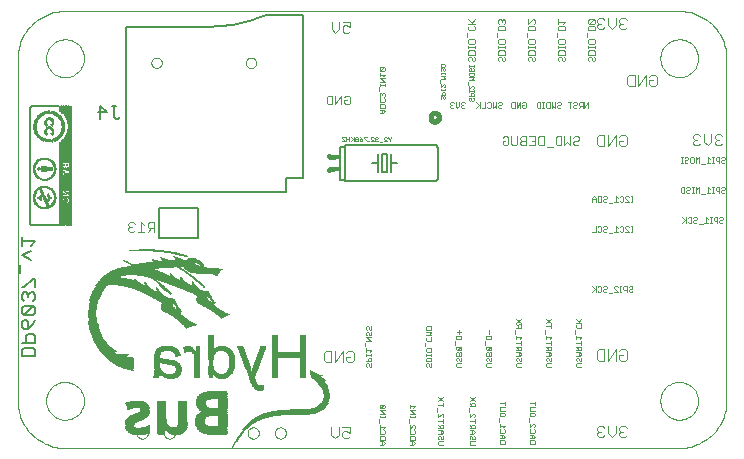
<source format=gbo>
G75*
%MOIN*%
%OFA0B0*%
%FSLAX24Y24*%
%IPPOS*%
%LPD*%
%AMOC8*
5,1,8,0,0,1.08239X$1,22.5*
%
%ADD10C,0.0020*%
%ADD11C,0.0010*%
%ADD12C,0.0160*%
%ADD13C,0.0030*%
%ADD14R,0.0010X0.4000*%
%ADD15R,0.0010X0.0830*%
%ADD16R,0.0010X0.3150*%
%ADD17R,0.0010X0.0790*%
%ADD18R,0.0010X0.0090*%
%ADD19R,0.0010X0.0610*%
%ADD20R,0.0010X0.0130*%
%ADD21R,0.0010X0.1900*%
%ADD22R,0.0010X0.0780*%
%ADD23R,0.0010X0.0080*%
%ADD24R,0.0010X0.0110*%
%ADD25R,0.0010X0.0770*%
%ADD26R,0.0010X0.0060*%
%ADD27R,0.0010X0.0070*%
%ADD28R,0.0010X0.0100*%
%ADD29R,0.0010X0.1190*%
%ADD30R,0.0010X0.0690*%
%ADD31R,0.0010X0.0760*%
%ADD32R,0.0010X0.0020*%
%ADD33R,0.0010X0.1100*%
%ADD34R,0.0010X0.0590*%
%ADD35R,0.0010X0.0750*%
%ADD36R,0.0010X0.0050*%
%ADD37R,0.0010X0.1050*%
%ADD38R,0.0010X0.0540*%
%ADD39R,0.0010X0.0040*%
%ADD40R,0.0010X0.1020*%
%ADD41R,0.0010X0.0510*%
%ADD42R,0.0010X0.0990*%
%ADD43R,0.0010X0.0480*%
%ADD44R,0.0010X0.0740*%
%ADD45R,0.0010X0.0970*%
%ADD46R,0.0010X0.0460*%
%ADD47R,0.0010X0.0900*%
%ADD48R,0.0010X0.0010*%
%ADD49R,0.0010X0.0950*%
%ADD50R,0.0010X0.0440*%
%ADD51R,0.0010X0.0030*%
%ADD52R,0.0010X0.0600*%
%ADD53R,0.0010X0.0930*%
%ADD54R,0.0010X0.0420*%
%ADD55R,0.0010X0.0910*%
%ADD56R,0.0010X0.0400*%
%ADD57R,0.0010X0.0890*%
%ADD58R,0.0010X0.0380*%
%ADD59R,0.0010X0.0880*%
%ADD60R,0.0010X0.0370*%
%ADD61R,0.0010X0.0580*%
%ADD62R,0.0010X0.0860*%
%ADD63R,0.0010X0.0350*%
%ADD64R,0.0010X0.0570*%
%ADD65R,0.0010X0.0850*%
%ADD66R,0.0010X0.0210*%
%ADD67R,0.0010X0.0340*%
%ADD68R,0.0010X0.0290*%
%ADD69R,0.0010X0.0330*%
%ADD70R,0.0010X0.0560*%
%ADD71R,0.0010X0.0820*%
%ADD72R,0.0010X0.0320*%
%ADD73R,0.0010X0.0550*%
%ADD74R,0.0010X0.0810*%
%ADD75R,0.0010X0.0410*%
%ADD76R,0.0010X0.0300*%
%ADD77R,0.0010X0.0800*%
%ADD78R,0.0010X0.0450*%
%ADD79R,0.0010X0.0490*%
%ADD80R,0.0010X0.0280*%
%ADD81R,0.0010X0.0520*%
%ADD82R,0.0010X0.0270*%
%ADD83R,0.0010X0.0530*%
%ADD84R,0.0010X0.0260*%
%ADD85R,0.0010X0.2860*%
%ADD86R,0.0010X0.0250*%
%ADD87R,0.0010X0.2850*%
%ADD88R,0.0010X0.0220*%
%ADD89R,0.0010X0.0240*%
%ADD90R,0.0010X0.2840*%
%ADD91R,0.0010X0.0200*%
%ADD92R,0.0010X0.0190*%
%ADD93R,0.0010X0.0230*%
%ADD94R,0.0010X0.2830*%
%ADD95R,0.0010X0.0180*%
%ADD96R,0.0010X0.0170*%
%ADD97R,0.0010X0.2820*%
%ADD98R,0.0010X0.0160*%
%ADD99R,0.0010X0.2810*%
%ADD100R,0.0010X0.0150*%
%ADD101R,0.0010X0.2800*%
%ADD102R,0.0010X0.0140*%
%ADD103R,0.0010X0.2790*%
%ADD104R,0.0010X0.0120*%
%ADD105R,0.0010X0.0310*%
%ADD106R,0.0010X0.0390*%
%ADD107R,0.0010X0.0430*%
%ADD108R,0.0010X0.0360*%
%ADD109R,0.0010X0.3980*%
%ADD110R,0.0010X0.3960*%
%ADD111R,0.0010X0.3920*%
%ADD112R,0.0010X0.0005*%
%ADD113R,0.0015X0.0005*%
%ADD114R,0.0020X0.0005*%
%ADD115R,0.0025X0.0005*%
%ADD116R,0.0030X0.0005*%
%ADD117R,0.0035X0.0005*%
%ADD118R,0.0040X0.0005*%
%ADD119R,0.0045X0.0005*%
%ADD120R,0.0050X0.0005*%
%ADD121R,0.0055X0.0005*%
%ADD122R,0.0060X0.0005*%
%ADD123R,0.0065X0.0005*%
%ADD124R,0.0070X0.0005*%
%ADD125R,0.0145X0.0005*%
%ADD126R,0.0100X0.0005*%
%ADD127R,0.0265X0.0005*%
%ADD128R,0.0180X0.0005*%
%ADD129R,0.0335X0.0005*%
%ADD130R,0.0230X0.0005*%
%ADD131R,0.0390X0.0005*%
%ADD132R,0.0270X0.0005*%
%ADD133R,0.0430X0.0005*%
%ADD134R,0.0310X0.0005*%
%ADD135R,0.0605X0.0005*%
%ADD136R,0.0470X0.0005*%
%ADD137R,0.0340X0.0005*%
%ADD138R,0.0655X0.0005*%
%ADD139R,0.0505X0.0005*%
%ADD140R,0.0235X0.0005*%
%ADD141R,0.0360X0.0005*%
%ADD142R,0.0690X0.0005*%
%ADD143R,0.0540X0.0005*%
%ADD144R,0.0385X0.0005*%
%ADD145R,0.0715X0.0005*%
%ADD146R,0.0075X0.0005*%
%ADD147R,0.0570X0.0005*%
%ADD148R,0.0410X0.0005*%
%ADD149R,0.0735X0.0005*%
%ADD150R,0.0595X0.0005*%
%ADD151R,0.0240X0.0005*%
%ADD152R,0.0755X0.0005*%
%ADD153R,0.0620X0.0005*%
%ADD154R,0.0445X0.0005*%
%ADD155R,0.0770X0.0005*%
%ADD156R,0.0645X0.0005*%
%ADD157R,0.0465X0.0005*%
%ADD158R,0.0785X0.0005*%
%ADD159R,0.0665X0.0005*%
%ADD160R,0.0480X0.0005*%
%ADD161R,0.0800X0.0005*%
%ADD162R,0.0080X0.0005*%
%ADD163R,0.0675X0.0005*%
%ADD164R,0.0245X0.0005*%
%ADD165R,0.0495X0.0005*%
%ADD166R,0.0810X0.0005*%
%ADD167R,0.0685X0.0005*%
%ADD168R,0.0825X0.0005*%
%ADD169R,0.0695X0.0005*%
%ADD170R,0.0525X0.0005*%
%ADD171R,0.0835X0.0005*%
%ADD172R,0.0700X0.0005*%
%ADD173R,0.0250X0.0005*%
%ADD174R,0.0535X0.0005*%
%ADD175R,0.0845X0.0005*%
%ADD176R,0.0705X0.0005*%
%ADD177R,0.0545X0.0005*%
%ADD178R,0.0855X0.0005*%
%ADD179R,0.0555X0.0005*%
%ADD180R,0.0865X0.0005*%
%ADD181R,0.0085X0.0005*%
%ADD182R,0.0720X0.0005*%
%ADD183R,0.0565X0.0005*%
%ADD184R,0.0870X0.0005*%
%ADD185R,0.0725X0.0005*%
%ADD186R,0.0255X0.0005*%
%ADD187R,0.0580X0.0005*%
%ADD188R,0.0880X0.0005*%
%ADD189R,0.0730X0.0005*%
%ADD190R,0.0590X0.0005*%
%ADD191R,0.0890X0.0005*%
%ADD192R,0.0090X0.0005*%
%ADD193R,0.0600X0.0005*%
%ADD194R,0.0895X0.0005*%
%ADD195R,0.0740X0.0005*%
%ADD196R,0.0260X0.0005*%
%ADD197R,0.0905X0.0005*%
%ADD198R,0.0745X0.0005*%
%ADD199R,0.0615X0.0005*%
%ADD200R,0.0910X0.0005*%
%ADD201R,0.0750X0.0005*%
%ADD202R,0.0915X0.0005*%
%ADD203R,0.0630X0.0005*%
%ADD204R,0.0925X0.0005*%
%ADD205R,0.0760X0.0005*%
%ADD206R,0.0640X0.0005*%
%ADD207R,0.0930X0.0005*%
%ADD208R,0.0765X0.0005*%
%ADD209R,0.0935X0.0005*%
%ADD210R,0.0095X0.0005*%
%ADD211R,0.0650X0.0005*%
%ADD212R,0.0940X0.0005*%
%ADD213R,0.0660X0.0005*%
%ADD214R,0.0945X0.0005*%
%ADD215R,0.0775X0.0005*%
%ADD216R,0.0950X0.0005*%
%ADD217R,0.0955X0.0005*%
%ADD218R,0.0780X0.0005*%
%ADD219R,0.0960X0.0005*%
%ADD220R,0.0965X0.0005*%
%ADD221R,0.0970X0.0005*%
%ADD222R,0.0790X0.0005*%
%ADD223R,0.0975X0.0005*%
%ADD224R,0.0980X0.0005*%
%ADD225R,0.0795X0.0005*%
%ADD226R,0.0985X0.0005*%
%ADD227R,0.0105X0.0005*%
%ADD228R,0.0990X0.0005*%
%ADD229R,0.0995X0.0005*%
%ADD230R,0.1000X0.0005*%
%ADD231R,0.0110X0.0005*%
%ADD232R,0.0805X0.0005*%
%ADD233R,0.0375X0.0005*%
%ADD234R,0.0300X0.0005*%
%ADD235R,0.1005X0.0005*%
%ADD236R,0.0355X0.0005*%
%ADD237R,0.1010X0.0005*%
%ADD238R,0.0330X0.0005*%
%ADD239R,0.0215X0.0005*%
%ADD240R,0.1015X0.0005*%
%ADD241R,0.0120X0.0005*%
%ADD242R,0.0320X0.0005*%
%ADD243R,0.0195X0.0005*%
%ADD244R,0.0405X0.0005*%
%ADD245R,0.0315X0.0005*%
%ADD246R,0.0175X0.0005*%
%ADD247R,0.0460X0.0005*%
%ADD248R,0.1020X0.0005*%
%ADD249R,0.0155X0.0005*%
%ADD250R,0.0305X0.0005*%
%ADD251R,0.0140X0.0005*%
%ADD252R,0.0370X0.0005*%
%ADD253R,0.1025X0.0005*%
%ADD254R,0.0420X0.0005*%
%ADD255R,0.0125X0.0005*%
%ADD256R,0.1030X0.0005*%
%ADD257R,0.0350X0.0005*%
%ADD258R,0.0475X0.0005*%
%ADD259R,0.0295X0.0005*%
%ADD260R,0.0395X0.0005*%
%ADD261R,0.0345X0.0005*%
%ADD262R,0.0440X0.0005*%
%ADD263R,0.0425X0.0005*%
%ADD264R,0.0130X0.0005*%
%ADD265R,0.0290X0.0005*%
%ADD266R,0.0380X0.0005*%
%ADD267R,0.0400X0.0005*%
%ADD268R,0.0135X0.0005*%
%ADD269R,0.0325X0.0005*%
%ADD270R,0.0005X0.0005*%
%ADD271R,0.0365X0.0005*%
%ADD272R,0.0150X0.0005*%
%ADD273R,0.0160X0.0005*%
%ADD274R,0.0165X0.0005*%
%ADD275R,0.0170X0.0005*%
%ADD276R,0.0185X0.0005*%
%ADD277R,0.0190X0.0005*%
%ADD278R,0.0415X0.0005*%
%ADD279R,0.0200X0.0005*%
%ADD280R,0.0205X0.0005*%
%ADD281R,0.0435X0.0005*%
%ADD282R,0.0450X0.0005*%
%ADD283R,0.0210X0.0005*%
%ADD284R,0.0220X0.0005*%
%ADD285R,0.0490X0.0005*%
%ADD286R,0.0225X0.0005*%
%ADD287R,0.0500X0.0005*%
%ADD288R,0.0510X0.0005*%
%ADD289R,0.0515X0.0005*%
%ADD290R,0.0530X0.0005*%
%ADD291R,0.0550X0.0005*%
%ADD292R,0.0280X0.0005*%
%ADD293R,0.0575X0.0005*%
%ADD294R,0.0285X0.0005*%
%ADD295R,0.0585X0.0005*%
%ADD296R,0.0610X0.0005*%
%ADD297R,0.0520X0.0005*%
%ADD298R,0.0560X0.0005*%
%ADD299R,0.0635X0.0005*%
%ADD300R,0.0885X0.0005*%
%ADD301R,0.1415X0.0005*%
%ADD302R,0.1495X0.0005*%
%ADD303R,0.1545X0.0005*%
%ADD304R,0.1570X0.0005*%
%ADD305R,0.1590X0.0005*%
%ADD306R,0.1605X0.0005*%
%ADD307R,0.1620X0.0005*%
%ADD308R,0.1630X0.0005*%
%ADD309R,0.1640X0.0005*%
%ADD310R,0.1635X0.0005*%
%ADD311R,0.0860X0.0005*%
%ADD312R,0.1610X0.0005*%
%ADD313R,0.1600X0.0005*%
%ADD314R,0.1585X0.0005*%
%ADD315R,0.1575X0.0005*%
%ADD316R,0.1555X0.0005*%
%ADD317R,0.0830X0.0005*%
%ADD318R,0.1540X0.0005*%
%ADD319R,0.1520X0.0005*%
%ADD320R,0.1475X0.0005*%
%ADD321R,0.1445X0.0005*%
%ADD322R,0.1410X0.0005*%
%ADD323R,0.1375X0.0005*%
%ADD324R,0.1325X0.0005*%
%ADD325R,0.1275X0.0005*%
%ADD326R,0.0920X0.0005*%
%ADD327R,0.1195X0.0005*%
%ADD328R,0.1075X0.0005*%
%ADD329R,0.0680X0.0005*%
%ADD330R,0.0275X0.0005*%
%ADD331R,0.0670X0.0005*%
%ADD332R,0.0625X0.0005*%
%ADD333R,0.0900X0.0005*%
%ADD334R,0.0875X0.0005*%
%ADD335R,0.0115X0.0005*%
%ADD336R,0.0455X0.0005*%
%ADD337R,0.0710X0.0005*%
%ADD338R,0.0815X0.0005*%
%ADD339R,0.0820X0.0005*%
%ADD340R,0.0850X0.0005*%
%ADD341R,0.1120X0.0005*%
%ADD342R,0.0485X0.0005*%
%ADD343R,0.1510X0.0005*%
%ADD344R,0.1500X0.0005*%
%ADD345R,0.1490X0.0005*%
%ADD346R,0.1465X0.0005*%
%ADD347R,0.1455X0.0005*%
%ADD348R,0.1440X0.0005*%
%ADD349R,0.1430X0.0005*%
%ADD350R,0.1420X0.0005*%
%ADD351R,0.1400X0.0005*%
%ADD352R,0.1390X0.0005*%
%ADD353R,0.1370X0.0005*%
%ADD354R,0.1360X0.0005*%
%ADD355R,0.1350X0.0005*%
%ADD356R,0.1340X0.0005*%
%ADD357R,0.1320X0.0005*%
%ADD358R,0.1310X0.0005*%
%ADD359R,0.1300X0.0005*%
%ADD360R,0.1290X0.0005*%
%ADD361R,0.1270X0.0005*%
%ADD362R,0.1260X0.0005*%
%ADD363R,0.1160X0.0005*%
%ADD364R,0.1140X0.0005*%
%ADD365R,0.1125X0.0005*%
%ADD366R,0.1105X0.0005*%
%ADD367R,0.1080X0.0005*%
%ADD368R,0.1060X0.0005*%
%ADD369R,0.1035X0.0005*%
%ADD370R,0.1135X0.0005*%
%ADD371R,0.1995X0.0005*%
%ADD372R,0.1975X0.0005*%
%ADD373R,0.1955X0.0005*%
%ADD374R,0.1940X0.0005*%
%ADD375R,0.1920X0.0005*%
%ADD376R,0.1905X0.0005*%
%ADD377R,0.1880X0.0005*%
%ADD378R,0.1865X0.0005*%
%ADD379R,0.1845X0.0005*%
%ADD380R,0.1830X0.0005*%
%ADD381R,0.1805X0.0005*%
%ADD382R,0.1785X0.0005*%
%ADD383R,0.1770X0.0005*%
%ADD384R,0.1745X0.0005*%
%ADD385R,0.1725X0.0005*%
%ADD386R,0.1705X0.0005*%
%ADD387R,0.1685X0.0005*%
%ADD388R,0.1660X0.0005*%
%ADD389R,0.1615X0.0005*%
%ADD390R,0.1595X0.0005*%
%ADD391R,0.1050X0.0005*%
%ADD392R,0.1065X0.0005*%
%ADD393R,0.1530X0.0005*%
%ADD394R,0.1085X0.0005*%
%ADD395R,0.1480X0.0005*%
%ADD396R,0.1115X0.0005*%
%ADD397R,0.1130X0.0005*%
%ADD398R,0.1405X0.0005*%
%ADD399R,0.1385X0.0005*%
%ADD400R,0.1150X0.0005*%
%ADD401R,0.1165X0.0005*%
%ADD402R,0.1180X0.0005*%
%ADD403R,0.1295X0.0005*%
%ADD404R,0.1190X0.0005*%
%ADD405R,0.1265X0.0005*%
%ADD406R,0.1200X0.0005*%
%ADD407R,0.1235X0.0005*%
%ADD408R,0.1215X0.0005*%
%ADD409R,0.1225X0.0005*%
%ADD410R,0.1245X0.0005*%
%ADD411R,0.1240X0.0005*%
%ADD412R,0.1250X0.0005*%
%ADD413R,0.1280X0.0005*%
%ADD414R,0.1315X0.0005*%
%ADD415R,0.1485X0.0005*%
%ADD416R,0.1730X0.0005*%
%ADD417R,0.1760X0.0005*%
%ADD418R,0.2535X0.0005*%
%ADD419R,0.2515X0.0005*%
%ADD420R,0.2375X0.0005*%
%ADD421R,0.2330X0.0005*%
%ADD422R,0.2290X0.0005*%
%ADD423R,0.2260X0.0005*%
%ADD424R,0.2235X0.0005*%
%ADD425R,0.2210X0.0005*%
%ADD426R,0.2195X0.0005*%
%ADD427R,0.2180X0.0005*%
%ADD428R,0.2160X0.0005*%
%ADD429R,0.2155X0.0005*%
%ADD430R,0.2070X0.0005*%
%ADD431R,0.2030X0.0005*%
%ADD432R,0.1960X0.0005*%
%ADD433R,0.1930X0.0005*%
%ADD434R,0.1890X0.0005*%
%ADD435R,0.1855X0.0005*%
%ADD436R,0.1810X0.0005*%
%ADD437R,0.1775X0.0005*%
%ADD438R,0.1735X0.0005*%
%ADD439R,0.1695X0.0005*%
%ADD440R,0.1650X0.0005*%
%ADD441R,0.1535X0.0005*%
%ADD442R,0.1645X0.0005*%
%ADD443C,0.0000*%
%ADD444C,0.0060*%
%ADD445R,0.0230X0.0160*%
%ADD446C,0.0050*%
%ADD447C,0.0040*%
D10*
X015997Y006156D02*
X016027Y006126D01*
X015997Y006156D02*
X015997Y006216D01*
X016027Y006246D01*
X016057Y006246D01*
X016087Y006216D01*
X016087Y006156D01*
X016117Y006126D01*
X016147Y006126D01*
X016177Y006156D01*
X016177Y006216D01*
X016147Y006246D01*
X016177Y006310D02*
X016177Y006400D01*
X016147Y006430D01*
X016087Y006430D01*
X016057Y006400D01*
X016057Y006310D01*
X015997Y006310D02*
X016177Y006310D01*
X016177Y006494D02*
X016177Y006554D01*
X016177Y006524D02*
X015997Y006524D01*
X015997Y006494D02*
X015997Y006554D01*
X015997Y006617D02*
X015997Y006737D01*
X015997Y006677D02*
X016177Y006677D01*
X016117Y006617D01*
X015967Y006801D02*
X015967Y006921D01*
X015997Y006985D02*
X016177Y006985D01*
X015997Y007105D01*
X016177Y007105D01*
X016147Y007169D02*
X016117Y007169D01*
X016087Y007199D01*
X016087Y007259D01*
X016057Y007289D01*
X016027Y007289D01*
X015997Y007259D01*
X015997Y007199D01*
X016027Y007169D01*
X016147Y007169D02*
X016177Y007199D01*
X016177Y007259D01*
X016147Y007289D01*
X016147Y007353D02*
X016117Y007353D01*
X016087Y007383D01*
X016087Y007443D01*
X016057Y007473D01*
X016027Y007473D01*
X015997Y007443D01*
X015997Y007383D01*
X016027Y007353D01*
X016147Y007353D02*
X016177Y007383D01*
X016177Y007443D01*
X016147Y007473D01*
X017997Y007443D02*
X018027Y007473D01*
X018147Y007473D01*
X018177Y007443D01*
X018177Y007353D01*
X017997Y007353D01*
X017997Y007443D01*
X017997Y007289D02*
X018177Y007289D01*
X018117Y007229D01*
X018177Y007169D01*
X017997Y007169D01*
X018027Y007105D02*
X017997Y007075D01*
X017997Y007015D01*
X018027Y006985D01*
X018147Y006985D01*
X018177Y007015D01*
X018177Y007075D01*
X018147Y007105D01*
X017967Y006921D02*
X017967Y006801D01*
X018027Y006737D02*
X018147Y006737D01*
X018177Y006707D01*
X018177Y006647D01*
X018147Y006617D01*
X018027Y006617D01*
X017997Y006647D01*
X017997Y006707D01*
X018027Y006737D01*
X017997Y006554D02*
X017997Y006494D01*
X017997Y006524D02*
X018177Y006524D01*
X018177Y006494D02*
X018177Y006554D01*
X018147Y006430D02*
X018177Y006400D01*
X018177Y006310D01*
X017997Y006310D01*
X017997Y006400D01*
X018027Y006430D01*
X018147Y006430D01*
X018147Y006246D02*
X018177Y006216D01*
X018177Y006156D01*
X018147Y006126D01*
X018117Y006126D01*
X018087Y006156D01*
X018087Y006216D01*
X018057Y006246D01*
X018027Y006246D01*
X017997Y006216D01*
X017997Y006156D01*
X018027Y006126D01*
X018997Y006156D02*
X018997Y006216D01*
X019027Y006246D01*
X019177Y006246D01*
X019147Y006310D02*
X019117Y006310D01*
X019087Y006340D01*
X019087Y006400D01*
X019057Y006430D01*
X019027Y006430D01*
X018997Y006400D01*
X018997Y006340D01*
X019027Y006310D01*
X019147Y006310D02*
X019177Y006340D01*
X019177Y006400D01*
X019147Y006430D01*
X019177Y006494D02*
X018997Y006494D01*
X018997Y006584D01*
X019027Y006614D01*
X019057Y006614D01*
X019087Y006584D01*
X019087Y006494D01*
X019177Y006494D02*
X019177Y006584D01*
X019147Y006614D01*
X019117Y006614D01*
X019087Y006584D01*
X019027Y006678D02*
X019147Y006678D01*
X019177Y006708D01*
X019177Y006768D01*
X019147Y006798D01*
X019027Y006678D01*
X018997Y006708D01*
X018997Y006768D01*
X019027Y006798D01*
X019147Y006798D01*
X018967Y006862D02*
X018967Y006982D01*
X018997Y007046D02*
X018997Y007136D01*
X019027Y007167D01*
X019147Y007167D01*
X019177Y007136D01*
X019177Y007046D01*
X018997Y007046D01*
X019087Y007231D02*
X019087Y007351D01*
X019147Y007291D02*
X019027Y007291D01*
X019997Y007136D02*
X019997Y007046D01*
X020177Y007046D01*
X020177Y007136D01*
X020147Y007167D01*
X020027Y007167D01*
X019997Y007136D01*
X020087Y007231D02*
X020087Y007351D01*
X019967Y006982D02*
X019967Y006862D01*
X020027Y006798D02*
X019997Y006768D01*
X019997Y006708D01*
X020027Y006678D01*
X020147Y006798D01*
X020027Y006798D01*
X020147Y006798D02*
X020177Y006768D01*
X020177Y006708D01*
X020147Y006678D01*
X020027Y006678D01*
X020027Y006614D02*
X019997Y006584D01*
X019997Y006494D01*
X020177Y006494D01*
X020177Y006584D01*
X020147Y006614D01*
X020117Y006614D01*
X020087Y006584D01*
X020087Y006494D01*
X020057Y006430D02*
X020027Y006430D01*
X019997Y006400D01*
X019997Y006340D01*
X020027Y006310D01*
X020027Y006246D02*
X020177Y006246D01*
X020147Y006310D02*
X020117Y006310D01*
X020087Y006340D01*
X020087Y006400D01*
X020057Y006430D01*
X020147Y006430D02*
X020177Y006400D01*
X020177Y006340D01*
X020147Y006310D01*
X020027Y006246D02*
X019997Y006216D01*
X019997Y006156D01*
X020027Y006126D01*
X020177Y006126D01*
X020087Y006584D02*
X020057Y006614D01*
X020027Y006614D01*
X019177Y006126D02*
X019027Y006126D01*
X018997Y006156D01*
X018577Y005112D02*
X018397Y004991D01*
X018397Y005112D02*
X018577Y004991D01*
X018577Y004927D02*
X018577Y004807D01*
X018577Y004867D02*
X018397Y004867D01*
X018367Y004743D02*
X018367Y004623D01*
X018397Y004559D02*
X018397Y004439D01*
X018517Y004559D01*
X018547Y004559D01*
X018577Y004529D01*
X018577Y004469D01*
X018547Y004439D01*
X018577Y004375D02*
X018577Y004255D01*
X018577Y004315D02*
X018397Y004315D01*
X018397Y004191D02*
X018457Y004131D01*
X018457Y004161D02*
X018457Y004071D01*
X018397Y004071D02*
X018577Y004071D01*
X018577Y004161D01*
X018547Y004191D01*
X018487Y004191D01*
X018457Y004161D01*
X018487Y004007D02*
X018487Y003887D01*
X018517Y003887D02*
X018397Y003887D01*
X018427Y003822D02*
X018397Y003792D01*
X018397Y003732D01*
X018427Y003702D01*
X018427Y003638D02*
X018577Y003638D01*
X018547Y003702D02*
X018517Y003702D01*
X018487Y003732D01*
X018487Y003792D01*
X018457Y003822D01*
X018427Y003822D01*
X018517Y003887D02*
X018577Y003947D01*
X018517Y004007D01*
X018397Y004007D01*
X018547Y003822D02*
X018577Y003792D01*
X018577Y003732D01*
X018547Y003702D01*
X018427Y003638D02*
X018397Y003608D01*
X018397Y003548D01*
X018427Y003518D01*
X018577Y003518D01*
X019447Y003548D02*
X019447Y003608D01*
X019477Y003638D01*
X019627Y003638D01*
X019597Y003702D02*
X019567Y003702D01*
X019537Y003732D01*
X019537Y003792D01*
X019507Y003822D01*
X019477Y003822D01*
X019447Y003792D01*
X019447Y003732D01*
X019477Y003702D01*
X019597Y003702D02*
X019627Y003732D01*
X019627Y003792D01*
X019597Y003822D01*
X019567Y003887D02*
X019447Y003887D01*
X019537Y003887D02*
X019537Y004007D01*
X019567Y004007D02*
X019447Y004007D01*
X019447Y004071D02*
X019627Y004071D01*
X019627Y004161D01*
X019597Y004191D01*
X019537Y004191D01*
X019507Y004161D01*
X019507Y004071D01*
X019507Y004131D02*
X019447Y004191D01*
X019447Y004315D02*
X019627Y004315D01*
X019627Y004255D02*
X019627Y004375D01*
X019597Y004439D02*
X019627Y004469D01*
X019627Y004529D01*
X019597Y004559D01*
X019567Y004559D01*
X019447Y004439D01*
X019447Y004559D01*
X019417Y004623D02*
X019417Y004743D01*
X019447Y004807D02*
X019627Y004807D01*
X019627Y004897D01*
X019597Y004927D01*
X019537Y004927D01*
X019507Y004897D01*
X019507Y004807D01*
X019507Y004867D02*
X019447Y004927D01*
X019447Y004991D02*
X019627Y005112D01*
X019627Y004991D02*
X019447Y005112D01*
X020447Y004902D02*
X020627Y004902D01*
X020627Y004962D02*
X020627Y004841D01*
X020627Y004777D02*
X020477Y004777D01*
X020447Y004747D01*
X020447Y004687D01*
X020477Y004657D01*
X020627Y004657D01*
X020597Y004593D02*
X020627Y004563D01*
X020627Y004503D01*
X020597Y004473D01*
X020477Y004473D01*
X020447Y004503D01*
X020447Y004563D01*
X020477Y004593D01*
X020597Y004593D01*
X020417Y004409D02*
X020417Y004289D01*
X020447Y004225D02*
X020447Y004105D01*
X020447Y004165D02*
X020627Y004165D01*
X020567Y004105D01*
X020597Y004041D02*
X020627Y004011D01*
X020627Y003951D01*
X020597Y003921D01*
X020477Y003921D01*
X020447Y003951D01*
X020447Y004011D01*
X020477Y004041D01*
X020447Y003857D02*
X020567Y003857D01*
X020627Y003797D01*
X020567Y003737D01*
X020447Y003737D01*
X020477Y003672D02*
X020597Y003672D01*
X020627Y003642D01*
X020627Y003552D01*
X020447Y003552D01*
X020447Y003642D01*
X020477Y003672D01*
X020537Y003737D02*
X020537Y003857D01*
X021447Y003857D02*
X021567Y003857D01*
X021627Y003797D01*
X021567Y003737D01*
X021447Y003737D01*
X021477Y003672D02*
X021597Y003672D01*
X021627Y003642D01*
X021627Y003552D01*
X021447Y003552D01*
X021447Y003642D01*
X021477Y003672D01*
X021537Y003737D02*
X021537Y003857D01*
X021597Y003921D02*
X021477Y003921D01*
X021447Y003951D01*
X021447Y004011D01*
X021477Y004041D01*
X021447Y004105D02*
X021567Y004225D01*
X021597Y004225D01*
X021627Y004195D01*
X021627Y004135D01*
X021597Y004105D01*
X021597Y004041D02*
X021627Y004011D01*
X021627Y003951D01*
X021597Y003921D01*
X021447Y004105D02*
X021447Y004225D01*
X021417Y004289D02*
X021417Y004409D01*
X021477Y004473D02*
X021447Y004503D01*
X021447Y004563D01*
X021477Y004593D01*
X021597Y004593D01*
X021627Y004563D01*
X021627Y004503D01*
X021597Y004473D01*
X021477Y004473D01*
X021477Y004657D02*
X021447Y004687D01*
X021447Y004747D01*
X021477Y004777D01*
X021627Y004777D01*
X021627Y004841D02*
X021627Y004962D01*
X021627Y004902D02*
X021447Y004902D01*
X021477Y004657D02*
X021627Y004657D01*
X019627Y003947D02*
X019567Y004007D01*
X019627Y003947D02*
X019567Y003887D01*
X019447Y003548D02*
X019477Y003518D01*
X019627Y003518D01*
X017627Y003574D02*
X017567Y003634D01*
X017447Y003634D01*
X017447Y003698D02*
X017447Y003788D01*
X017477Y003818D01*
X017597Y003818D01*
X017627Y003788D01*
X017627Y003698D01*
X017447Y003698D01*
X017537Y003634D02*
X017537Y003514D01*
X017567Y003514D02*
X017447Y003514D01*
X017567Y003514D02*
X017627Y003574D01*
X017597Y003882D02*
X017477Y003882D01*
X017447Y003912D01*
X017447Y003972D01*
X017477Y004002D01*
X017447Y004066D02*
X017567Y004186D01*
X017597Y004186D01*
X017627Y004156D01*
X017627Y004096D01*
X017597Y004066D01*
X017597Y004002D02*
X017627Y003972D01*
X017627Y003912D01*
X017597Y003882D01*
X017447Y004066D02*
X017447Y004186D01*
X017417Y004250D02*
X017417Y004370D01*
X017447Y004435D02*
X017447Y004495D01*
X017447Y004465D02*
X017627Y004465D01*
X017627Y004435D02*
X017627Y004495D01*
X017627Y004557D02*
X017447Y004677D01*
X017627Y004677D01*
X017567Y004741D02*
X017627Y004802D01*
X017447Y004802D01*
X017447Y004862D02*
X017447Y004741D01*
X017447Y004557D02*
X017627Y004557D01*
X016627Y004557D02*
X016447Y004677D01*
X016627Y004677D01*
X016597Y004741D02*
X016627Y004771D01*
X016627Y004832D01*
X016597Y004862D01*
X016477Y004741D01*
X016447Y004771D01*
X016447Y004832D01*
X016477Y004862D01*
X016597Y004862D01*
X016597Y004741D02*
X016477Y004741D01*
X016447Y004557D02*
X016627Y004557D01*
X016627Y004495D02*
X016627Y004435D01*
X016627Y004465D02*
X016447Y004465D01*
X016447Y004435D02*
X016447Y004495D01*
X016417Y004370D02*
X016417Y004250D01*
X016447Y004186D02*
X016447Y004066D01*
X016447Y004126D02*
X016627Y004126D01*
X016567Y004066D01*
X016597Y004002D02*
X016627Y003972D01*
X016627Y003912D01*
X016597Y003882D01*
X016477Y003882D01*
X016447Y003912D01*
X016447Y003972D01*
X016477Y004002D01*
X016477Y003818D02*
X016597Y003818D01*
X016627Y003788D01*
X016627Y003698D01*
X016447Y003698D01*
X016447Y003788D01*
X016477Y003818D01*
X016447Y003634D02*
X016567Y003634D01*
X016627Y003574D01*
X016567Y003514D01*
X016447Y003514D01*
X016537Y003514D02*
X016537Y003634D01*
X020997Y006156D02*
X020997Y006216D01*
X021027Y006246D01*
X021177Y006246D01*
X021147Y006310D02*
X021117Y006310D01*
X021087Y006340D01*
X021087Y006400D01*
X021057Y006430D01*
X021027Y006430D01*
X020997Y006400D01*
X020997Y006340D01*
X021027Y006310D01*
X021147Y006310D02*
X021177Y006340D01*
X021177Y006400D01*
X021147Y006430D01*
X021117Y006494D02*
X020997Y006494D01*
X021087Y006494D02*
X021087Y006614D01*
X021117Y006614D02*
X020997Y006614D01*
X020997Y006678D02*
X021177Y006678D01*
X021177Y006768D01*
X021147Y006798D01*
X021087Y006798D01*
X021057Y006768D01*
X021057Y006678D01*
X021057Y006738D02*
X020997Y006798D01*
X020997Y006922D02*
X021177Y006922D01*
X021177Y006862D02*
X021177Y006982D01*
X021117Y007046D02*
X021177Y007106D01*
X020997Y007106D01*
X020997Y007046D02*
X020997Y007167D01*
X020967Y007231D02*
X020967Y007351D01*
X020997Y007415D02*
X021177Y007415D01*
X021177Y007505D01*
X021147Y007535D01*
X021087Y007535D01*
X021057Y007505D01*
X021057Y007415D01*
X021057Y007475D02*
X020997Y007535D01*
X020997Y007599D02*
X021177Y007719D01*
X021177Y007599D02*
X020997Y007719D01*
X021997Y007719D02*
X022177Y007599D01*
X022177Y007535D02*
X022177Y007415D01*
X022177Y007475D02*
X021997Y007475D01*
X021997Y007599D02*
X022177Y007719D01*
X021967Y007351D02*
X021967Y007231D01*
X021997Y007167D02*
X021997Y007046D01*
X021997Y007106D02*
X022177Y007106D01*
X022117Y007046D01*
X022177Y006982D02*
X022177Y006862D01*
X022177Y006922D02*
X021997Y006922D01*
X021997Y006798D02*
X022057Y006738D01*
X022057Y006768D02*
X022057Y006678D01*
X021997Y006678D02*
X022177Y006678D01*
X022177Y006768D01*
X022147Y006798D01*
X022087Y006798D01*
X022057Y006768D01*
X022087Y006614D02*
X022087Y006494D01*
X022117Y006494D02*
X022177Y006554D01*
X022117Y006614D01*
X021997Y006614D01*
X021997Y006494D02*
X022117Y006494D01*
X022147Y006430D02*
X022177Y006400D01*
X022177Y006340D01*
X022147Y006310D01*
X022117Y006310D01*
X022087Y006340D01*
X022087Y006400D01*
X022057Y006430D01*
X022027Y006430D01*
X021997Y006400D01*
X021997Y006340D01*
X022027Y006310D01*
X022027Y006246D02*
X021997Y006216D01*
X021997Y006156D01*
X022027Y006126D01*
X022177Y006126D01*
X022177Y006246D02*
X022027Y006246D01*
X021177Y006126D02*
X021027Y006126D01*
X020997Y006156D01*
X021117Y006494D02*
X021177Y006554D01*
X021117Y006614D01*
X022967Y007231D02*
X022967Y007351D01*
X023027Y007415D02*
X022997Y007445D01*
X022997Y007505D01*
X023027Y007535D01*
X023057Y007599D02*
X023177Y007719D01*
X023177Y007599D02*
X022997Y007599D01*
X023087Y007629D02*
X022997Y007719D01*
X023147Y007535D02*
X023177Y007505D01*
X023177Y007445D01*
X023147Y007415D01*
X023027Y007415D01*
X022997Y007167D02*
X022997Y007046D01*
X022997Y007106D02*
X023177Y007106D01*
X023117Y007046D01*
X023177Y006982D02*
X023177Y006862D01*
X023177Y006922D02*
X022997Y006922D01*
X022997Y006798D02*
X023057Y006738D01*
X023057Y006768D02*
X023057Y006678D01*
X022997Y006678D02*
X023177Y006678D01*
X023177Y006768D01*
X023147Y006798D01*
X023087Y006798D01*
X023057Y006768D01*
X023087Y006614D02*
X023087Y006494D01*
X023117Y006494D02*
X023177Y006554D01*
X023117Y006614D01*
X022997Y006614D01*
X022997Y006494D02*
X023117Y006494D01*
X023147Y006430D02*
X023177Y006400D01*
X023177Y006340D01*
X023147Y006310D01*
X023117Y006310D01*
X023087Y006340D01*
X023087Y006400D01*
X023057Y006430D01*
X023027Y006430D01*
X022997Y006400D01*
X022997Y006340D01*
X023027Y006310D01*
X023027Y006246D02*
X023177Y006246D01*
X023177Y006126D02*
X023027Y006126D01*
X022997Y006156D01*
X022997Y006216D01*
X023027Y006246D01*
X023529Y008626D02*
X023619Y008716D01*
X023649Y008686D02*
X023529Y008806D01*
X023649Y008806D02*
X023649Y008626D01*
X023713Y008656D02*
X023743Y008626D01*
X023803Y008626D01*
X023833Y008656D01*
X023833Y008776D01*
X023803Y008806D01*
X023743Y008806D01*
X023713Y008776D01*
X023897Y008776D02*
X023927Y008806D01*
X023987Y008806D01*
X024017Y008776D01*
X024017Y008746D01*
X023987Y008716D01*
X023927Y008716D01*
X023897Y008686D01*
X023897Y008656D01*
X023927Y008626D01*
X023987Y008626D01*
X024017Y008656D01*
X024081Y008596D02*
X024201Y008596D01*
X024265Y008626D02*
X024386Y008626D01*
X024265Y008746D01*
X024265Y008776D01*
X024295Y008806D01*
X024356Y008806D01*
X024386Y008776D01*
X024448Y008806D02*
X024508Y008806D01*
X024478Y008806D02*
X024478Y008626D01*
X024508Y008626D02*
X024448Y008626D01*
X024572Y008716D02*
X024602Y008686D01*
X024692Y008686D01*
X024692Y008626D02*
X024692Y008806D01*
X024602Y008806D01*
X024572Y008776D01*
X024572Y008716D01*
X024757Y008686D02*
X024757Y008656D01*
X024787Y008626D01*
X024847Y008626D01*
X024877Y008656D01*
X024847Y008716D02*
X024787Y008716D01*
X024757Y008686D01*
X024757Y008776D02*
X024787Y008806D01*
X024847Y008806D01*
X024877Y008776D01*
X024877Y008746D01*
X024847Y008716D01*
X024847Y010626D02*
X024847Y010806D01*
X024877Y010806D02*
X024817Y010806D01*
X024754Y010776D02*
X024724Y010806D01*
X024664Y010806D01*
X024634Y010776D01*
X024634Y010746D01*
X024754Y010626D01*
X024634Y010626D01*
X024570Y010656D02*
X024570Y010776D01*
X024540Y010806D01*
X024480Y010806D01*
X024450Y010776D01*
X024386Y010746D02*
X024325Y010806D01*
X024325Y010626D01*
X024265Y010626D02*
X024386Y010626D01*
X024450Y010656D02*
X024480Y010626D01*
X024540Y010626D01*
X024570Y010656D01*
X024817Y010626D02*
X024877Y010626D01*
X024201Y010596D02*
X024081Y010596D01*
X024017Y010656D02*
X023987Y010626D01*
X023927Y010626D01*
X023897Y010656D01*
X023897Y010686D01*
X023927Y010716D01*
X023987Y010716D01*
X024017Y010746D01*
X024017Y010776D01*
X023987Y010806D01*
X023927Y010806D01*
X023897Y010776D01*
X023833Y010776D02*
X023833Y010656D01*
X023803Y010626D01*
X023743Y010626D01*
X023713Y010656D01*
X023649Y010626D02*
X023529Y010626D01*
X023649Y010626D02*
X023649Y010806D01*
X023713Y010776D02*
X023743Y010806D01*
X023803Y010806D01*
X023833Y010776D01*
X023833Y011626D02*
X023743Y011626D01*
X023713Y011656D01*
X023713Y011776D01*
X023743Y011806D01*
X023833Y011806D01*
X023833Y011626D01*
X023897Y011656D02*
X023927Y011626D01*
X023987Y011626D01*
X024017Y011656D01*
X023987Y011716D02*
X023927Y011716D01*
X023897Y011686D01*
X023897Y011656D01*
X023987Y011716D02*
X024017Y011746D01*
X024017Y011776D01*
X023987Y011806D01*
X023927Y011806D01*
X023897Y011776D01*
X023649Y011746D02*
X023589Y011806D01*
X023529Y011746D01*
X023529Y011626D01*
X023529Y011716D02*
X023649Y011716D01*
X023649Y011746D02*
X023649Y011626D01*
X024081Y011596D02*
X024201Y011596D01*
X024265Y011626D02*
X024386Y011626D01*
X024325Y011626D02*
X024325Y011806D01*
X024386Y011746D01*
X024450Y011776D02*
X024480Y011806D01*
X024540Y011806D01*
X024570Y011776D01*
X024570Y011656D01*
X024540Y011626D01*
X024480Y011626D01*
X024450Y011656D01*
X024634Y011626D02*
X024754Y011626D01*
X024634Y011746D01*
X024634Y011776D01*
X024664Y011806D01*
X024724Y011806D01*
X024754Y011776D01*
X024817Y011806D02*
X024877Y011806D01*
X024847Y011806D02*
X024847Y011626D01*
X024877Y011626D02*
X024817Y011626D01*
X026491Y011956D02*
X026491Y012076D01*
X026521Y012106D01*
X026581Y012106D01*
X026611Y012076D01*
X026611Y011956D01*
X026581Y011926D01*
X026521Y011926D01*
X026491Y011956D01*
X026675Y011956D02*
X026705Y011926D01*
X026765Y011926D01*
X026795Y011956D01*
X026765Y012016D02*
X026705Y012016D01*
X026675Y011986D01*
X026675Y011956D01*
X026765Y012016D02*
X026795Y012046D01*
X026795Y012076D01*
X026765Y012106D01*
X026705Y012106D01*
X026675Y012076D01*
X026858Y012106D02*
X026918Y012106D01*
X026888Y012106D02*
X026888Y011926D01*
X026918Y011926D02*
X026858Y011926D01*
X026982Y011926D02*
X026982Y012106D01*
X027042Y012046D01*
X027102Y012106D01*
X027102Y011926D01*
X027166Y011896D02*
X027286Y011896D01*
X027350Y011926D02*
X027470Y011926D01*
X027410Y011926D02*
X027410Y012106D01*
X027470Y012046D01*
X027533Y012106D02*
X027593Y012106D01*
X027563Y012106D02*
X027563Y011926D01*
X027593Y011926D02*
X027533Y011926D01*
X027657Y012016D02*
X027687Y011986D01*
X027777Y011986D01*
X027777Y011926D02*
X027777Y012106D01*
X027687Y012106D01*
X027657Y012076D01*
X027657Y012016D01*
X027841Y011986D02*
X027841Y011956D01*
X027871Y011926D01*
X027931Y011926D01*
X027961Y011956D01*
X027931Y012016D02*
X027871Y012016D01*
X027841Y011986D01*
X027841Y012076D02*
X027871Y012106D01*
X027931Y012106D01*
X027961Y012076D01*
X027961Y012046D01*
X027931Y012016D01*
X027858Y011106D02*
X027888Y011076D01*
X027888Y011046D01*
X027858Y011016D01*
X027798Y011016D01*
X027768Y010986D01*
X027768Y010956D01*
X027798Y010926D01*
X027858Y010926D01*
X027888Y010956D01*
X027858Y011106D02*
X027798Y011106D01*
X027768Y011076D01*
X027704Y011106D02*
X027614Y011106D01*
X027584Y011076D01*
X027584Y011016D01*
X027614Y010986D01*
X027704Y010986D01*
X027704Y010926D02*
X027704Y011106D01*
X027520Y011106D02*
X027460Y011106D01*
X027490Y011106D02*
X027490Y010926D01*
X027520Y010926D02*
X027460Y010926D01*
X027397Y010926D02*
X027277Y010926D01*
X027337Y010926D02*
X027337Y011106D01*
X027397Y011046D01*
X027213Y010896D02*
X027093Y010896D01*
X027029Y010956D02*
X026999Y010926D01*
X026939Y010926D01*
X026909Y010956D01*
X026909Y010986D01*
X026939Y011016D01*
X026999Y011016D01*
X027029Y011046D01*
X027029Y011076D01*
X026999Y011106D01*
X026939Y011106D01*
X026909Y011076D01*
X026845Y011076D02*
X026845Y010956D01*
X026815Y010926D01*
X026755Y010926D01*
X026725Y010956D01*
X026661Y010986D02*
X026541Y011106D01*
X026661Y011106D02*
X026661Y010926D01*
X026631Y011016D02*
X026541Y010926D01*
X026725Y011076D02*
X026755Y011106D01*
X026815Y011106D01*
X026845Y011076D01*
X027166Y012896D02*
X027286Y012896D01*
X027350Y012926D02*
X027470Y012926D01*
X027410Y012926D02*
X027410Y013106D01*
X027470Y013046D01*
X027533Y013106D02*
X027593Y013106D01*
X027563Y013106D02*
X027563Y012926D01*
X027593Y012926D02*
X027533Y012926D01*
X027657Y013016D02*
X027687Y012986D01*
X027777Y012986D01*
X027777Y012926D02*
X027777Y013106D01*
X027687Y013106D01*
X027657Y013076D01*
X027657Y013016D01*
X027841Y012986D02*
X027841Y012956D01*
X027871Y012926D01*
X027931Y012926D01*
X027961Y012956D01*
X027931Y013016D02*
X027871Y013016D01*
X027841Y012986D01*
X027841Y013076D02*
X027871Y013106D01*
X027931Y013106D01*
X027961Y013076D01*
X027961Y013046D01*
X027931Y013016D01*
X027102Y013106D02*
X027042Y013046D01*
X026982Y013106D01*
X026982Y012926D01*
X026918Y012956D02*
X026888Y012926D01*
X026828Y012926D01*
X026798Y012956D01*
X026798Y013076D01*
X026828Y013106D01*
X026888Y013106D01*
X026918Y013076D01*
X026918Y012956D01*
X026734Y012956D02*
X026704Y012926D01*
X026643Y012926D01*
X026613Y012956D01*
X026613Y012986D01*
X026643Y013016D01*
X026704Y013016D01*
X026734Y013046D01*
X026734Y013076D01*
X026704Y013106D01*
X026643Y013106D01*
X026613Y013076D01*
X026549Y013106D02*
X026489Y013106D01*
X026519Y013106D02*
X026519Y012926D01*
X026549Y012926D02*
X026489Y012926D01*
X027102Y012926D02*
X027102Y013106D01*
X023397Y014756D02*
X023397Y014936D01*
X023277Y014756D01*
X023277Y014936D01*
X023212Y014936D02*
X023122Y014936D01*
X023092Y014906D01*
X023092Y014846D01*
X023122Y014816D01*
X023212Y014816D01*
X023152Y014816D02*
X023092Y014756D01*
X023028Y014786D02*
X022998Y014756D01*
X022938Y014756D01*
X022908Y014786D01*
X022908Y014816D01*
X022938Y014846D01*
X022998Y014846D01*
X023028Y014876D01*
X023028Y014906D01*
X022998Y014936D01*
X022938Y014936D01*
X022908Y014906D01*
X022844Y014936D02*
X022724Y014936D01*
X022784Y014936D02*
X022784Y014756D01*
X022487Y014786D02*
X022457Y014756D01*
X022397Y014756D01*
X022367Y014786D01*
X022367Y014816D01*
X022397Y014846D01*
X022457Y014846D01*
X022487Y014876D01*
X022487Y014906D01*
X022457Y014936D01*
X022397Y014936D01*
X022367Y014906D01*
X022302Y014936D02*
X022302Y014756D01*
X022242Y014816D01*
X022182Y014756D01*
X022182Y014936D01*
X022118Y014936D02*
X022028Y014936D01*
X021998Y014906D01*
X021998Y014786D01*
X022028Y014756D01*
X022118Y014756D01*
X022118Y014936D01*
X021934Y014936D02*
X021874Y014936D01*
X021904Y014936D02*
X021904Y014756D01*
X021934Y014756D02*
X021874Y014756D01*
X021811Y014786D02*
X021781Y014756D01*
X021721Y014756D01*
X021691Y014786D01*
X021691Y014906D01*
X021721Y014936D01*
X021781Y014936D01*
X021811Y014906D01*
X021811Y014786D01*
X021327Y014786D02*
X021297Y014756D01*
X021237Y014756D01*
X021207Y014786D01*
X021207Y014846D01*
X021267Y014846D01*
X021327Y014906D02*
X021327Y014786D01*
X021327Y014906D02*
X021297Y014936D01*
X021237Y014936D01*
X021207Y014906D01*
X021142Y014936D02*
X021022Y014756D01*
X021022Y014936D01*
X020958Y014936D02*
X020868Y014936D01*
X020838Y014906D01*
X020838Y014786D01*
X020868Y014756D01*
X020958Y014756D01*
X020958Y014936D01*
X021142Y014936D02*
X021142Y014756D01*
X020527Y014786D02*
X020497Y014756D01*
X020437Y014756D01*
X020407Y014786D01*
X020407Y014816D01*
X020437Y014846D01*
X020497Y014846D01*
X020527Y014876D01*
X020527Y014906D01*
X020497Y014936D01*
X020437Y014936D01*
X020407Y014906D01*
X020342Y014936D02*
X020342Y014756D01*
X020282Y014816D01*
X020222Y014756D01*
X020222Y014936D01*
X020158Y014906D02*
X020158Y014786D01*
X020128Y014756D01*
X020068Y014756D01*
X020038Y014786D01*
X019974Y014756D02*
X019854Y014756D01*
X019790Y014756D02*
X019790Y014936D01*
X019760Y014846D02*
X019670Y014756D01*
X019790Y014816D02*
X019670Y014936D01*
X019974Y014936D02*
X019974Y014756D01*
X020038Y014906D02*
X020068Y014936D01*
X020128Y014936D01*
X020158Y014906D01*
X019287Y014906D02*
X019257Y014936D01*
X019197Y014936D01*
X019167Y014906D01*
X019167Y014876D01*
X019197Y014846D01*
X019167Y014816D01*
X019167Y014786D01*
X019197Y014756D01*
X019257Y014756D01*
X019287Y014786D01*
X019227Y014846D02*
X019197Y014846D01*
X019102Y014816D02*
X019042Y014756D01*
X018982Y014816D01*
X018982Y014936D01*
X018918Y014906D02*
X018888Y014936D01*
X018828Y014936D01*
X018798Y014906D01*
X018798Y014876D01*
X018828Y014846D01*
X018798Y014816D01*
X018798Y014786D01*
X018828Y014756D01*
X018888Y014756D01*
X018918Y014786D01*
X018858Y014846D02*
X018828Y014846D01*
X019102Y014816D02*
X019102Y014936D01*
X019443Y016302D02*
X019407Y016339D01*
X019407Y016412D01*
X019443Y016449D01*
X019480Y016449D01*
X019517Y016412D01*
X019517Y016339D01*
X019553Y016302D01*
X019590Y016302D01*
X019627Y016339D01*
X019627Y016412D01*
X019590Y016449D01*
X019627Y016523D02*
X019627Y016633D01*
X019590Y016670D01*
X019443Y016670D01*
X019407Y016633D01*
X019407Y016523D01*
X019627Y016523D01*
X019627Y016744D02*
X019627Y016818D01*
X019627Y016781D02*
X019407Y016781D01*
X019407Y016744D02*
X019407Y016818D01*
X019443Y016892D02*
X019407Y016928D01*
X019407Y017002D01*
X019443Y017038D01*
X019590Y017038D01*
X019627Y017002D01*
X019627Y016928D01*
X019590Y016892D01*
X019443Y016892D01*
X019370Y017113D02*
X019370Y017259D01*
X019443Y017334D02*
X019407Y017370D01*
X019407Y017444D01*
X019443Y017480D01*
X019407Y017555D02*
X019627Y017555D01*
X019590Y017480D02*
X019627Y017444D01*
X019627Y017370D01*
X019590Y017334D01*
X019443Y017334D01*
X019480Y017555D02*
X019627Y017701D01*
X019517Y017591D02*
X019407Y017701D01*
X020407Y017665D02*
X020407Y017591D01*
X020443Y017555D01*
X020443Y017480D02*
X020590Y017480D01*
X020627Y017444D01*
X020627Y017334D01*
X020407Y017334D01*
X020407Y017444D01*
X020443Y017480D01*
X020590Y017555D02*
X020627Y017591D01*
X020627Y017665D01*
X020590Y017701D01*
X020553Y017701D01*
X020517Y017665D01*
X020480Y017701D01*
X020443Y017701D01*
X020407Y017665D01*
X020517Y017665D02*
X020517Y017628D01*
X020370Y017259D02*
X020370Y017113D01*
X020443Y017038D02*
X020407Y017002D01*
X020407Y016928D01*
X020443Y016892D01*
X020590Y016892D01*
X020627Y016928D01*
X020627Y017002D01*
X020590Y017038D01*
X020443Y017038D01*
X020407Y016818D02*
X020407Y016744D01*
X020407Y016781D02*
X020627Y016781D01*
X020627Y016744D02*
X020627Y016818D01*
X020590Y016670D02*
X020627Y016633D01*
X020627Y016523D01*
X020407Y016523D01*
X020407Y016633D01*
X020443Y016670D01*
X020590Y016670D01*
X020590Y016449D02*
X020627Y016412D01*
X020627Y016339D01*
X020590Y016302D01*
X020553Y016302D01*
X020517Y016339D01*
X020517Y016412D01*
X020480Y016449D01*
X020443Y016449D01*
X020407Y016412D01*
X020407Y016339D01*
X020443Y016302D01*
X021407Y016339D02*
X021443Y016302D01*
X021407Y016339D02*
X021407Y016412D01*
X021443Y016449D01*
X021480Y016449D01*
X021517Y016412D01*
X021517Y016339D01*
X021553Y016302D01*
X021590Y016302D01*
X021627Y016339D01*
X021627Y016412D01*
X021590Y016449D01*
X021627Y016523D02*
X021627Y016633D01*
X021590Y016670D01*
X021443Y016670D01*
X021407Y016633D01*
X021407Y016523D01*
X021627Y016523D01*
X021627Y016744D02*
X021627Y016818D01*
X021627Y016781D02*
X021407Y016781D01*
X021407Y016744D02*
X021407Y016818D01*
X021443Y016892D02*
X021407Y016928D01*
X021407Y017002D01*
X021443Y017038D01*
X021590Y017038D01*
X021627Y017002D01*
X021627Y016928D01*
X021590Y016892D01*
X021443Y016892D01*
X021370Y017113D02*
X021370Y017259D01*
X021407Y017334D02*
X021407Y017444D01*
X021443Y017480D01*
X021590Y017480D01*
X021627Y017444D01*
X021627Y017334D01*
X021407Y017334D01*
X021407Y017555D02*
X021553Y017701D01*
X021590Y017701D01*
X021627Y017665D01*
X021627Y017591D01*
X021590Y017555D01*
X021407Y017555D02*
X021407Y017701D01*
X022407Y017701D02*
X022407Y017555D01*
X022407Y017628D02*
X022627Y017628D01*
X022553Y017555D01*
X022590Y017480D02*
X022627Y017444D01*
X022627Y017334D01*
X022407Y017334D01*
X022407Y017444D01*
X022443Y017480D01*
X022590Y017480D01*
X022370Y017259D02*
X022370Y017113D01*
X022443Y017038D02*
X022590Y017038D01*
X022627Y017002D01*
X022627Y016928D01*
X022590Y016892D01*
X022443Y016892D01*
X022407Y016928D01*
X022407Y017002D01*
X022443Y017038D01*
X022407Y016818D02*
X022407Y016744D01*
X022407Y016781D02*
X022627Y016781D01*
X022627Y016744D02*
X022627Y016818D01*
X022590Y016670D02*
X022627Y016633D01*
X022627Y016523D01*
X022407Y016523D01*
X022407Y016633D01*
X022443Y016670D01*
X022590Y016670D01*
X022590Y016449D02*
X022627Y016412D01*
X022627Y016339D01*
X022590Y016302D01*
X022553Y016302D01*
X022517Y016339D01*
X022517Y016412D01*
X022480Y016449D01*
X022443Y016449D01*
X022407Y016412D01*
X022407Y016339D01*
X022443Y016302D01*
X023407Y016339D02*
X023443Y016302D01*
X023407Y016339D02*
X023407Y016412D01*
X023443Y016449D01*
X023480Y016449D01*
X023517Y016412D01*
X023517Y016339D01*
X023553Y016302D01*
X023590Y016302D01*
X023627Y016339D01*
X023627Y016412D01*
X023590Y016449D01*
X023627Y016523D02*
X023407Y016523D01*
X023407Y016633D01*
X023443Y016670D01*
X023590Y016670D01*
X023627Y016633D01*
X023627Y016523D01*
X023627Y016744D02*
X023627Y016818D01*
X023627Y016781D02*
X023407Y016781D01*
X023407Y016744D02*
X023407Y016818D01*
X023443Y016892D02*
X023407Y016928D01*
X023407Y017002D01*
X023443Y017038D01*
X023590Y017038D01*
X023627Y017002D01*
X023627Y016928D01*
X023590Y016892D01*
X023443Y016892D01*
X023370Y017113D02*
X023370Y017259D01*
X023407Y017334D02*
X023407Y017444D01*
X023443Y017480D01*
X023590Y017480D01*
X023627Y017444D01*
X023627Y017334D01*
X023407Y017334D01*
X023443Y017555D02*
X023590Y017701D01*
X023443Y017701D01*
X023407Y017665D01*
X023407Y017591D01*
X023443Y017555D01*
X023590Y017555D01*
X023627Y017591D01*
X023627Y017665D01*
X023590Y017701D01*
X023212Y014936D02*
X023212Y014756D01*
X016836Y013776D02*
X016836Y013752D01*
X016789Y013706D01*
X016789Y013636D01*
X016789Y013706D02*
X016742Y013752D01*
X016742Y013776D01*
X016689Y013752D02*
X016665Y013776D01*
X016618Y013776D01*
X016595Y013752D01*
X016595Y013729D01*
X016689Y013636D01*
X016595Y013636D01*
X016541Y013612D02*
X016448Y013612D01*
X016394Y013659D02*
X016371Y013636D01*
X016324Y013636D01*
X016300Y013659D01*
X016300Y013682D01*
X016324Y013706D01*
X016347Y013706D01*
X016324Y013706D02*
X016300Y013729D01*
X016300Y013752D01*
X016324Y013776D01*
X016371Y013776D01*
X016394Y013752D01*
X016247Y013752D02*
X016223Y013776D01*
X016177Y013776D01*
X016153Y013752D01*
X016153Y013729D01*
X016247Y013636D01*
X016153Y013636D01*
X016099Y013636D02*
X016076Y013636D01*
X016076Y013659D01*
X016099Y013659D01*
X016099Y013636D01*
X016026Y013636D02*
X016026Y013659D01*
X015932Y013752D01*
X015932Y013776D01*
X016026Y013776D01*
X015878Y013706D02*
X015808Y013706D01*
X015785Y013682D01*
X015785Y013659D01*
X015808Y013636D01*
X015855Y013636D01*
X015878Y013659D01*
X015878Y013706D01*
X015832Y013752D01*
X015785Y013776D01*
X015731Y013752D02*
X015731Y013729D01*
X015708Y013706D01*
X015661Y013706D01*
X015638Y013682D01*
X015638Y013659D01*
X015661Y013636D01*
X015708Y013636D01*
X015731Y013659D01*
X015731Y013682D01*
X015708Y013706D01*
X015661Y013706D02*
X015638Y013729D01*
X015638Y013752D01*
X015661Y013776D01*
X015708Y013776D01*
X015731Y013752D01*
X015584Y013776D02*
X015584Y013636D01*
X015584Y013682D02*
X015490Y013776D01*
X015436Y013776D02*
X015436Y013636D01*
X015490Y013636D02*
X015560Y013706D01*
X015436Y013706D02*
X015343Y013706D01*
X015343Y013776D02*
X015343Y013636D01*
X015289Y013636D02*
X015196Y013636D01*
X015289Y013636D02*
X015289Y013659D01*
X015196Y013752D01*
X015196Y013776D01*
X015289Y013776D01*
X016447Y014580D02*
X016567Y014580D01*
X016627Y014640D01*
X016567Y014700D01*
X016447Y014700D01*
X016447Y014764D02*
X016447Y014854D01*
X016477Y014884D01*
X016597Y014884D01*
X016627Y014854D01*
X016627Y014764D01*
X016447Y014764D01*
X016537Y014700D02*
X016537Y014580D01*
X016597Y014948D02*
X016477Y014948D01*
X016447Y014978D01*
X016447Y015038D01*
X016477Y015068D01*
X016477Y015132D02*
X016447Y015162D01*
X016447Y015222D01*
X016477Y015252D01*
X016507Y015252D01*
X016537Y015222D01*
X016537Y015192D01*
X016537Y015222D02*
X016567Y015252D01*
X016597Y015252D01*
X016627Y015222D01*
X016627Y015162D01*
X016597Y015132D01*
X016597Y015068D02*
X016627Y015038D01*
X016627Y014978D01*
X016597Y014948D01*
X016417Y015316D02*
X016417Y015436D01*
X016447Y015500D02*
X016447Y015560D01*
X016447Y015530D02*
X016627Y015530D01*
X016627Y015500D02*
X016627Y015560D01*
X016627Y015623D02*
X016447Y015743D01*
X016627Y015743D01*
X016567Y015807D02*
X016627Y015867D01*
X016447Y015867D01*
X016447Y015807D02*
X016447Y015927D01*
X016477Y015991D02*
X016597Y016112D01*
X016477Y016112D01*
X016447Y016082D01*
X016447Y016021D01*
X016477Y015991D01*
X016597Y015991D01*
X016627Y016021D01*
X016627Y016082D01*
X016597Y016112D01*
X016627Y015623D02*
X016447Y015623D01*
D11*
X018457Y015583D02*
X018457Y015683D01*
X018482Y015730D02*
X018632Y015730D01*
X018582Y015780D01*
X018632Y015831D01*
X018482Y015831D01*
X018482Y015878D02*
X018482Y015928D01*
X018482Y015903D02*
X018632Y015903D01*
X018632Y015878D02*
X018632Y015928D01*
X018607Y015976D02*
X018582Y015976D01*
X018557Y016001D01*
X018557Y016051D01*
X018532Y016076D01*
X018507Y016076D01*
X018482Y016051D01*
X018482Y016001D01*
X018507Y015976D01*
X018607Y015976D02*
X018632Y016001D01*
X018632Y016051D01*
X018607Y016076D01*
X018607Y016123D02*
X018507Y016123D01*
X018482Y016148D01*
X018482Y016198D01*
X018507Y016223D01*
X018607Y016223D01*
X018632Y016198D01*
X018632Y016148D01*
X018607Y016123D01*
X019432Y016122D02*
X019432Y016172D01*
X019432Y016147D02*
X019582Y016147D01*
X019582Y016122D02*
X019582Y016172D01*
X019557Y016075D02*
X019582Y016050D01*
X019582Y016000D01*
X019557Y015975D01*
X019532Y015975D01*
X019507Y016000D01*
X019507Y016050D01*
X019482Y016075D01*
X019457Y016075D01*
X019432Y016050D01*
X019432Y016000D01*
X019457Y015975D01*
X019457Y015928D02*
X019557Y015928D01*
X019582Y015903D01*
X019582Y015853D01*
X019557Y015828D01*
X019457Y015828D01*
X019432Y015853D01*
X019432Y015903D01*
X019457Y015928D01*
X019432Y015781D02*
X019582Y015781D01*
X019532Y015730D01*
X019582Y015680D01*
X019432Y015680D01*
X019407Y015633D02*
X019407Y015533D01*
X019432Y015486D02*
X019432Y015386D01*
X019532Y015486D01*
X019557Y015486D01*
X019582Y015461D01*
X019582Y015411D01*
X019557Y015386D01*
X019582Y015338D02*
X019582Y015288D01*
X019582Y015313D02*
X019432Y015313D01*
X019432Y015288D02*
X019432Y015338D01*
X019507Y015240D02*
X019482Y015215D01*
X019482Y015140D01*
X019482Y015093D02*
X019457Y015093D01*
X019432Y015068D01*
X019432Y015018D01*
X019457Y014993D01*
X019507Y015018D02*
X019507Y015068D01*
X019482Y015093D01*
X019432Y015140D02*
X019582Y015140D01*
X019582Y015215D01*
X019557Y015240D01*
X019507Y015240D01*
X019557Y015093D02*
X019582Y015068D01*
X019582Y015018D01*
X019557Y014993D01*
X019532Y014993D01*
X019507Y015018D01*
X018632Y015068D02*
X018607Y015043D01*
X018582Y015043D01*
X018557Y015068D01*
X018557Y015118D01*
X018532Y015143D01*
X018507Y015143D01*
X018482Y015118D01*
X018482Y015068D01*
X018507Y015043D01*
X018632Y015068D02*
X018632Y015118D01*
X018607Y015143D01*
X018632Y015190D02*
X018482Y015190D01*
X018532Y015190D02*
X018532Y015265D01*
X018557Y015290D01*
X018607Y015290D01*
X018632Y015265D01*
X018632Y015190D01*
X018632Y015338D02*
X018632Y015388D01*
X018632Y015363D02*
X018482Y015363D01*
X018482Y015338D02*
X018482Y015388D01*
X018482Y015436D02*
X018582Y015536D01*
X018607Y015536D01*
X018632Y015511D01*
X018632Y015461D01*
X018607Y015436D01*
X018482Y015436D02*
X018482Y015536D01*
D12*
X018146Y014439D02*
X018148Y014462D01*
X018154Y014485D01*
X018163Y014506D01*
X018176Y014526D01*
X018192Y014543D01*
X018210Y014557D01*
X018230Y014568D01*
X018252Y014576D01*
X018275Y014580D01*
X018299Y014580D01*
X018322Y014576D01*
X018344Y014568D01*
X018364Y014557D01*
X018382Y014543D01*
X018398Y014526D01*
X018411Y014506D01*
X018420Y014485D01*
X018426Y014462D01*
X018428Y014439D01*
X018426Y014416D01*
X018420Y014393D01*
X018411Y014372D01*
X018398Y014352D01*
X018382Y014335D01*
X018364Y014321D01*
X018344Y014310D01*
X018322Y014302D01*
X018299Y014298D01*
X018275Y014298D01*
X018252Y014302D01*
X018230Y014310D01*
X018210Y014321D01*
X018192Y014335D01*
X018176Y014352D01*
X018163Y014372D01*
X018154Y014393D01*
X018148Y014416D01*
X018146Y014439D01*
X014937Y013116D02*
X014787Y013116D01*
X014767Y013136D01*
X014787Y012716D02*
X014767Y012696D01*
X014787Y012716D02*
X014887Y012716D01*
D13*
X014872Y014871D02*
X014727Y014871D01*
X014679Y014919D01*
X014679Y015112D01*
X014727Y015161D01*
X014872Y015161D01*
X014872Y014871D01*
X014973Y014871D02*
X014973Y015161D01*
X015167Y015161D02*
X014973Y014871D01*
X015167Y014871D02*
X015167Y015161D01*
X015268Y015112D02*
X015316Y015161D01*
X015413Y015161D01*
X015462Y015112D01*
X015462Y014919D01*
X015413Y014871D01*
X015316Y014871D01*
X015268Y014919D01*
X015268Y015016D01*
X015365Y015016D01*
X015400Y017261D02*
X015276Y017261D01*
X015215Y017322D01*
X015215Y017446D01*
X015276Y017507D01*
X015338Y017507D01*
X015462Y017446D01*
X015462Y017631D01*
X015215Y017631D01*
X015093Y017631D02*
X015093Y017384D01*
X014970Y017261D01*
X014846Y017384D01*
X014846Y017631D01*
X015400Y017261D02*
X015462Y017322D01*
X020546Y013757D02*
X020594Y013806D01*
X020691Y013806D01*
X020739Y013757D01*
X020739Y013564D01*
X020691Y013516D01*
X020594Y013516D01*
X020546Y013564D01*
X020546Y013661D01*
X020643Y013661D01*
X020841Y013564D02*
X020889Y013516D01*
X020986Y013516D01*
X021034Y013564D01*
X021034Y013806D01*
X021135Y013757D02*
X021135Y013709D01*
X021184Y013661D01*
X021329Y013661D01*
X021329Y013516D02*
X021329Y013806D01*
X021184Y013806D01*
X021135Y013757D01*
X021184Y013661D02*
X021135Y013612D01*
X021135Y013564D01*
X021184Y013516D01*
X021329Y013516D01*
X021430Y013516D02*
X021623Y013516D01*
X021623Y013806D01*
X021430Y013806D01*
X021527Y013661D02*
X021623Y013661D01*
X021725Y013757D02*
X021773Y013806D01*
X021918Y013806D01*
X021918Y013516D01*
X021773Y013516D01*
X021725Y013564D01*
X021725Y013757D01*
X022314Y013757D02*
X022314Y013564D01*
X022362Y013516D01*
X022507Y013516D01*
X022507Y013806D01*
X022362Y013806D01*
X022314Y013757D01*
X022608Y013806D02*
X022608Y013516D01*
X022705Y013612D01*
X022802Y013516D01*
X022802Y013806D01*
X022903Y013757D02*
X022951Y013806D01*
X023048Y013806D01*
X023097Y013757D01*
X023097Y013709D01*
X023048Y013661D01*
X022951Y013661D01*
X022903Y013612D01*
X022903Y013564D01*
X022951Y013516D01*
X023048Y013516D01*
X023097Y013564D01*
X023698Y013542D02*
X023760Y013481D01*
X023945Y013481D01*
X023945Y013851D01*
X023760Y013851D01*
X023698Y013789D01*
X023698Y013542D01*
X024066Y013481D02*
X024066Y013851D01*
X024313Y013851D02*
X024066Y013481D01*
X024313Y013481D02*
X024313Y013851D01*
X024435Y013789D02*
X024496Y013851D01*
X024620Y013851D01*
X024682Y013789D01*
X024682Y013542D01*
X024620Y013481D01*
X024496Y013481D01*
X024435Y013542D01*
X024435Y013666D01*
X024558Y013666D01*
X022213Y013467D02*
X022019Y013467D01*
X020841Y013564D02*
X020841Y013806D01*
X024708Y015552D02*
X024770Y015491D01*
X024955Y015491D01*
X024955Y015861D01*
X024770Y015861D01*
X024708Y015799D01*
X024708Y015552D01*
X025076Y015491D02*
X025076Y015861D01*
X025323Y015861D02*
X025076Y015491D01*
X025323Y015491D02*
X025323Y015861D01*
X025445Y015799D02*
X025506Y015861D01*
X025630Y015861D01*
X025692Y015799D01*
X025692Y015552D01*
X025630Y015491D01*
X025506Y015491D01*
X025445Y015552D01*
X025445Y015676D01*
X025568Y015676D01*
X024620Y017381D02*
X024496Y017381D01*
X024435Y017442D01*
X024435Y017504D01*
X024496Y017566D01*
X024558Y017566D01*
X024496Y017566D02*
X024435Y017627D01*
X024435Y017689D01*
X024496Y017751D01*
X024620Y017751D01*
X024682Y017689D01*
X024682Y017442D02*
X024620Y017381D01*
X024313Y017504D02*
X024313Y017751D01*
X024066Y017751D02*
X024066Y017504D01*
X024190Y017381D01*
X024313Y017504D01*
X023945Y017442D02*
X023883Y017381D01*
X023760Y017381D01*
X023698Y017442D01*
X023698Y017504D01*
X023760Y017566D01*
X023822Y017566D01*
X023760Y017566D02*
X023698Y017627D01*
X023698Y017689D01*
X023760Y017751D01*
X023883Y017751D01*
X023945Y017689D01*
X026950Y013871D02*
X026888Y013809D01*
X026888Y013747D01*
X026950Y013686D01*
X026888Y013624D01*
X026888Y013562D01*
X026950Y013501D01*
X027073Y013501D01*
X027135Y013562D01*
X027256Y013624D02*
X027256Y013871D01*
X027135Y013809D02*
X027073Y013871D01*
X026950Y013871D01*
X026950Y013686D02*
X027012Y013686D01*
X027256Y013624D02*
X027380Y013501D01*
X027503Y013624D01*
X027503Y013871D01*
X027625Y013809D02*
X027625Y013747D01*
X027686Y013686D01*
X027625Y013624D01*
X027625Y013562D01*
X027686Y013501D01*
X027810Y013501D01*
X027872Y013562D01*
X027748Y013686D02*
X027686Y013686D01*
X027625Y013809D02*
X027686Y013871D01*
X027810Y013871D01*
X027872Y013809D01*
X024620Y006701D02*
X024496Y006701D01*
X024435Y006639D01*
X024435Y006516D02*
X024558Y006516D01*
X024435Y006516D02*
X024435Y006392D01*
X024496Y006331D01*
X024620Y006331D01*
X024682Y006392D01*
X024682Y006639D01*
X024620Y006701D01*
X024313Y006701D02*
X024066Y006331D01*
X024066Y006701D01*
X023945Y006701D02*
X023760Y006701D01*
X023698Y006639D01*
X023698Y006392D01*
X023760Y006331D01*
X023945Y006331D01*
X023945Y006701D01*
X024313Y006701D02*
X024313Y006331D01*
X024313Y004151D02*
X024313Y003904D01*
X024190Y003781D01*
X024066Y003904D01*
X024066Y004151D01*
X023945Y004089D02*
X023883Y004151D01*
X023760Y004151D01*
X023698Y004089D01*
X023698Y004027D01*
X023760Y003966D01*
X023698Y003904D01*
X023698Y003842D01*
X023760Y003781D01*
X023883Y003781D01*
X023945Y003842D01*
X023822Y003966D02*
X023760Y003966D01*
X024435Y004027D02*
X024496Y003966D01*
X024435Y003904D01*
X024435Y003842D01*
X024496Y003781D01*
X024620Y003781D01*
X024682Y003842D01*
X024558Y003966D02*
X024496Y003966D01*
X024435Y004027D02*
X024435Y004089D01*
X024496Y004151D01*
X024620Y004151D01*
X024682Y004089D01*
X015452Y004111D02*
X015452Y003926D01*
X015328Y003987D01*
X015266Y003987D01*
X015205Y003926D01*
X015205Y003802D01*
X015266Y003741D01*
X015390Y003741D01*
X015452Y003802D01*
X015083Y003864D02*
X014960Y003741D01*
X014836Y003864D01*
X014836Y004111D01*
X015083Y004111D02*
X015083Y003864D01*
X015205Y004111D02*
X015452Y004111D01*
X015396Y006281D02*
X015335Y006342D01*
X015335Y006466D01*
X015458Y006466D01*
X015335Y006589D02*
X015396Y006651D01*
X015520Y006651D01*
X015582Y006589D01*
X015582Y006342D01*
X015520Y006281D01*
X015396Y006281D01*
X015213Y006281D02*
X015213Y006651D01*
X014966Y006281D01*
X014966Y006651D01*
X014845Y006651D02*
X014660Y006651D01*
X014598Y006589D01*
X014598Y006342D01*
X014660Y006281D01*
X014845Y006281D01*
X014845Y006651D01*
D14*
X006197Y012821D03*
X006187Y012821D03*
X006177Y012821D03*
X006167Y012821D03*
X006157Y012821D03*
X006147Y012821D03*
X006137Y012821D03*
X006127Y012821D03*
D15*
X005957Y013336D03*
X006117Y011236D03*
D16*
X006117Y013246D03*
D17*
X005917Y013316D03*
X006107Y011216D03*
D18*
X005517Y011486D03*
X005507Y011476D03*
X005497Y011466D03*
X005477Y011456D03*
X005457Y011446D03*
X005397Y011676D03*
X005407Y011686D03*
X005407Y011826D03*
X005517Y012036D03*
X005507Y012046D03*
X005497Y012056D03*
X005477Y012066D03*
X005127Y012066D03*
X005107Y012056D03*
X005097Y012046D03*
X005107Y012416D03*
X005097Y012426D03*
X005077Y012706D03*
X005077Y012976D03*
X005087Y012986D03*
X005097Y012996D03*
X005117Y013006D03*
X005147Y013026D03*
X005487Y013006D03*
X005497Y012996D03*
X005507Y012996D03*
X005517Y012986D03*
X005527Y012976D03*
X005537Y012966D03*
X006027Y012836D03*
X006037Y012836D03*
X006047Y012836D03*
X006057Y012836D03*
X006017Y012706D03*
X006027Y012696D03*
X006037Y012696D03*
X006047Y012696D03*
X006057Y012696D03*
X006067Y012696D03*
X005907Y012626D03*
X005507Y012426D03*
X005497Y012416D03*
X005897Y011896D03*
X006107Y011896D03*
X006107Y011756D03*
X005147Y011446D03*
X005127Y011456D03*
X005107Y011466D03*
X005097Y011476D03*
X005087Y011486D03*
X005367Y013656D03*
X005377Y013656D03*
X005387Y013656D03*
X005397Y013656D03*
X005507Y013656D03*
X005517Y013656D03*
X005527Y013656D03*
X005537Y013656D03*
X005537Y013876D03*
X005507Y014066D03*
X005497Y014066D03*
X005467Y014076D03*
X005457Y014076D03*
X005447Y014076D03*
X005407Y014066D03*
X005397Y014066D03*
X005297Y013966D03*
X005297Y014266D03*
X005407Y014366D03*
X005447Y014376D03*
X005457Y014376D03*
X005507Y014366D03*
X005537Y014176D03*
X005507Y014596D03*
X005497Y014596D03*
X005487Y014596D03*
X005477Y014596D03*
X005427Y014596D03*
X005417Y014596D03*
X005407Y014596D03*
X005397Y014596D03*
D19*
X006027Y012296D03*
X006037Y012296D03*
X006047Y012296D03*
X006057Y012296D03*
X006067Y012296D03*
X006077Y012296D03*
X006087Y012296D03*
X006097Y012296D03*
X006107Y012296D03*
D20*
X006107Y012716D03*
X005587Y012906D03*
X005577Y012496D03*
X005587Y011956D03*
X005467Y011766D03*
X005587Y011566D03*
X005007Y011576D03*
X005007Y011946D03*
X005147Y012056D03*
X005017Y012506D03*
X005007Y012526D03*
X005007Y012896D03*
X005167Y013746D03*
X005157Y013756D03*
X005137Y013776D03*
X005127Y013786D03*
X005737Y013746D03*
X005757Y013766D03*
X005777Y014466D03*
X005767Y014476D03*
X005757Y014486D03*
X005177Y014506D03*
X005147Y014486D03*
X005137Y014476D03*
D21*
X006097Y013871D03*
X006107Y013871D03*
D22*
X005907Y013311D03*
X005907Y011211D03*
X006097Y011211D03*
D23*
X006057Y011661D03*
X006097Y011761D03*
X006097Y011901D03*
X005907Y011891D03*
X005907Y011761D03*
X005947Y011661D03*
X005487Y011461D03*
X005467Y011451D03*
X005327Y011411D03*
X005317Y011411D03*
X005297Y011411D03*
X005287Y011411D03*
X005277Y011411D03*
X005217Y011421D03*
X005207Y011421D03*
X005187Y011431D03*
X005177Y011431D03*
X005157Y011441D03*
X005137Y011451D03*
X005117Y011461D03*
X005117Y012061D03*
X005207Y012101D03*
X005247Y012111D03*
X005257Y012111D03*
X005337Y012111D03*
X005347Y012111D03*
X005357Y012111D03*
X005397Y012101D03*
X005427Y012091D03*
X005437Y012091D03*
X005447Y012081D03*
X005457Y012081D03*
X005467Y012071D03*
X005487Y012061D03*
X005407Y012371D03*
X005397Y012371D03*
X005427Y012381D03*
X005437Y012381D03*
X005447Y012391D03*
X005457Y012391D03*
X005467Y012401D03*
X005477Y012401D03*
X005487Y012411D03*
X005357Y012361D03*
X005347Y012361D03*
X005257Y012361D03*
X005247Y012361D03*
X005207Y012371D03*
X005197Y012371D03*
X005177Y012381D03*
X005167Y012381D03*
X005157Y012391D03*
X005147Y012391D03*
X005137Y012401D03*
X005127Y012401D03*
X005117Y012411D03*
X005137Y012711D03*
X005107Y013001D03*
X005127Y013011D03*
X005137Y013021D03*
X005157Y013031D03*
X005167Y013031D03*
X005177Y013041D03*
X005187Y013041D03*
X005217Y013051D03*
X005277Y013061D03*
X005287Y013061D03*
X005297Y013061D03*
X005307Y013061D03*
X005317Y013061D03*
X005327Y013061D03*
X005387Y013051D03*
X005417Y013041D03*
X005427Y013041D03*
X005437Y013031D03*
X005447Y013031D03*
X005457Y013021D03*
X005467Y013021D03*
X005477Y013011D03*
X005947Y012841D03*
X005957Y012841D03*
X005967Y012841D03*
X006067Y012841D03*
X005977Y012721D03*
D24*
X006097Y012706D03*
X005567Y012936D03*
X005557Y012946D03*
X005547Y012956D03*
X005047Y012946D03*
X005037Y012936D03*
X005107Y012706D03*
X005037Y012476D03*
X005047Y012466D03*
X005557Y011996D03*
X005567Y011986D03*
X005567Y011536D03*
X005557Y011526D03*
X005037Y011536D03*
X005267Y013686D03*
X005247Y013696D03*
X005237Y013706D03*
X005227Y013706D03*
X005207Y013716D03*
X005197Y013726D03*
X005577Y013666D03*
X005617Y013676D03*
X005637Y013686D03*
X005657Y013696D03*
X005667Y013696D03*
X005677Y013706D03*
X005687Y013706D03*
X005697Y013716D03*
X005607Y013966D03*
X005537Y014046D03*
X005367Y014046D03*
X005607Y014266D03*
X005537Y014346D03*
X005527Y014356D03*
X005367Y014346D03*
X005257Y014556D03*
X005277Y014566D03*
X005307Y014576D03*
X005237Y014546D03*
X005217Y014536D03*
X005597Y014576D03*
X005627Y014566D03*
X005647Y014556D03*
X005657Y014556D03*
X005667Y014546D03*
X005687Y014536D03*
D25*
X005897Y013306D03*
X005917Y011206D03*
X006087Y011206D03*
D26*
X006067Y011661D03*
X006077Y011771D03*
X006087Y011771D03*
X006067Y011911D03*
X006057Y011911D03*
X005947Y011881D03*
X005937Y011881D03*
X005927Y011771D03*
X005937Y011661D03*
X005957Y012721D03*
X005967Y012721D03*
X005897Y012761D03*
D27*
X005937Y012846D03*
X005977Y012846D03*
X005927Y012626D03*
X005917Y012626D03*
X005687Y012706D03*
X005417Y012376D03*
X005387Y012366D03*
X005377Y012366D03*
X005367Y012366D03*
X005337Y012356D03*
X005327Y012356D03*
X005317Y012356D03*
X005307Y012356D03*
X005297Y012356D03*
X005287Y012356D03*
X005277Y012356D03*
X005267Y012356D03*
X005237Y012366D03*
X005227Y012366D03*
X005217Y012366D03*
X005187Y012376D03*
X005267Y012116D03*
X005277Y012116D03*
X005287Y012116D03*
X005297Y012116D03*
X005307Y012116D03*
X005317Y012116D03*
X005327Y012116D03*
X005367Y012106D03*
X005377Y012106D03*
X005387Y012106D03*
X005407Y012096D03*
X005417Y012096D03*
X005237Y012106D03*
X005227Y012106D03*
X005217Y012106D03*
X005687Y011766D03*
X005917Y011766D03*
X005917Y011886D03*
X005927Y011886D03*
X006077Y011906D03*
X006087Y011906D03*
X005377Y011416D03*
X005367Y011416D03*
X005357Y011416D03*
X005347Y011416D03*
X005337Y011416D03*
X005307Y011406D03*
X005267Y011416D03*
X005257Y011416D03*
X005247Y011416D03*
X005237Y011416D03*
X005227Y011416D03*
X005197Y011426D03*
X005167Y011436D03*
X005147Y012706D03*
X005067Y012706D03*
X005197Y013046D03*
X005207Y013046D03*
X005227Y013056D03*
X005237Y013056D03*
X005247Y013056D03*
X005257Y013056D03*
X005267Y013056D03*
X005337Y013056D03*
X005347Y013056D03*
X005357Y013056D03*
X005367Y013056D03*
X005377Y013056D03*
X005397Y013046D03*
X005407Y013046D03*
X005527Y013876D03*
X005377Y013886D03*
X005377Y014186D03*
X005527Y014176D03*
D28*
X005487Y014071D03*
X005477Y014071D03*
X005437Y014071D03*
X005427Y014071D03*
X005417Y014071D03*
X005387Y014061D03*
X005377Y014051D03*
X005367Y014181D03*
X005377Y014351D03*
X005387Y014361D03*
X005397Y014361D03*
X005417Y014371D03*
X005427Y014371D03*
X005437Y014371D03*
X005467Y014371D03*
X005477Y014371D03*
X005487Y014371D03*
X005497Y014371D03*
X005517Y014361D03*
X005567Y014581D03*
X005577Y014581D03*
X005587Y014581D03*
X005607Y014571D03*
X005617Y014571D03*
X005637Y014561D03*
X005557Y014591D03*
X005547Y014591D03*
X005537Y014591D03*
X005527Y014591D03*
X005517Y014591D03*
X005467Y014601D03*
X005457Y014601D03*
X005447Y014601D03*
X005437Y014601D03*
X005387Y014591D03*
X005377Y014591D03*
X005367Y014591D03*
X005357Y014591D03*
X005347Y014591D03*
X005337Y014581D03*
X005327Y014581D03*
X005317Y014581D03*
X005297Y014571D03*
X005287Y014571D03*
X005267Y014561D03*
X005517Y014061D03*
X005527Y014051D03*
X005367Y013881D03*
X005327Y013671D03*
X005317Y013671D03*
X005307Y013671D03*
X005297Y013671D03*
X005287Y013681D03*
X005277Y013681D03*
X005257Y013691D03*
X005337Y013661D03*
X005347Y013661D03*
X005357Y013661D03*
X005407Y013651D03*
X005417Y013651D03*
X005427Y013651D03*
X005437Y013651D03*
X005447Y013651D03*
X005457Y013651D03*
X005467Y013651D03*
X005477Y013651D03*
X005487Y013651D03*
X005497Y013651D03*
X005547Y013661D03*
X005557Y013661D03*
X005567Y013661D03*
X005587Y013671D03*
X005597Y013671D03*
X005607Y013671D03*
X005627Y013681D03*
X005647Y013691D03*
X005067Y012971D03*
X005057Y012961D03*
X005087Y012711D03*
X005097Y012711D03*
X005117Y012711D03*
X005127Y012711D03*
X004917Y012711D03*
X005057Y012461D03*
X005067Y012451D03*
X005077Y012441D03*
X005087Y012431D03*
X005137Y012061D03*
X005087Y012041D03*
X005077Y012031D03*
X005067Y012021D03*
X005057Y012011D03*
X005047Y012001D03*
X005037Y011991D03*
X004917Y011761D03*
X005047Y011521D03*
X005057Y011511D03*
X005067Y011501D03*
X005077Y011491D03*
X005447Y011451D03*
X005527Y011491D03*
X005537Y011501D03*
X005547Y011511D03*
X005897Y011751D03*
X005957Y011661D03*
X005967Y011661D03*
X006037Y011661D03*
X006047Y011661D03*
X005547Y012011D03*
X005537Y012021D03*
X005527Y012031D03*
X005517Y012431D03*
X005527Y012441D03*
X005537Y012451D03*
X005547Y012461D03*
X005557Y012471D03*
X005897Y012621D03*
X005987Y012721D03*
X005997Y012721D03*
X006007Y012711D03*
X006077Y012701D03*
X006087Y012701D03*
D29*
X006087Y013516D03*
D30*
X006087Y014476D03*
D31*
X006077Y011201D03*
X005927Y011201D03*
D32*
X006077Y011661D03*
X006007Y011861D03*
X005997Y011861D03*
X005997Y011931D03*
X006007Y011931D03*
X005387Y011841D03*
X005207Y011691D03*
X005507Y013891D03*
X005507Y014191D03*
D33*
X006077Y013471D03*
D34*
X006077Y014526D03*
X005997Y012286D03*
X005987Y012286D03*
D35*
X005967Y011196D03*
X005957Y011196D03*
X005947Y011196D03*
X005937Y011196D03*
X006047Y011196D03*
X006057Y011196D03*
X006067Y011196D03*
D36*
X006067Y011776D03*
X005947Y011776D03*
X005937Y011776D03*
X005957Y011876D03*
X006047Y011916D03*
X005527Y011756D03*
X005517Y011756D03*
X005507Y011756D03*
X005497Y011756D03*
X005487Y011756D03*
X005477Y011756D03*
X005397Y011836D03*
X005197Y011696D03*
X005127Y011756D03*
X005117Y011756D03*
X005107Y011756D03*
X005097Y011756D03*
X005087Y011756D03*
X005077Y011756D03*
X005937Y012626D03*
X005937Y012726D03*
X005947Y012726D03*
X005907Y012746D03*
X006017Y012846D03*
X004847Y014796D03*
X004847Y010846D03*
D37*
X006067Y013446D03*
D38*
X006067Y014551D03*
X005917Y012261D03*
X005907Y012261D03*
D39*
X006027Y011921D03*
X006037Y011921D03*
X005977Y011871D03*
X005967Y011871D03*
X005967Y011781D03*
X005977Y011781D03*
X005987Y011781D03*
X005957Y011781D03*
X006027Y011781D03*
X006037Y011781D03*
X006047Y011781D03*
X006057Y011781D03*
X005947Y012621D03*
X005927Y012731D03*
X005917Y012741D03*
X005057Y012711D03*
X005387Y013891D03*
X005517Y013881D03*
X005517Y014181D03*
X005387Y014191D03*
X005387Y014801D03*
X005397Y014801D03*
X005407Y014801D03*
X005417Y014801D03*
X005427Y014801D03*
X005437Y014801D03*
X005447Y014801D03*
X005457Y014801D03*
X005467Y014801D03*
X005477Y014801D03*
X005487Y014801D03*
X005497Y014801D03*
X005507Y014801D03*
X005517Y014801D03*
X005527Y014801D03*
X005537Y014801D03*
X005547Y014801D03*
X005557Y014801D03*
X005567Y014801D03*
X005577Y014801D03*
X005587Y014801D03*
X005597Y014801D03*
X005607Y014801D03*
X005617Y014801D03*
X005627Y014801D03*
X005637Y014801D03*
X005647Y014801D03*
X005657Y014801D03*
X005667Y014801D03*
X005677Y014801D03*
X005687Y014801D03*
X005697Y014801D03*
X005707Y014801D03*
X005717Y014801D03*
X005727Y014801D03*
X005737Y014801D03*
X005747Y014801D03*
X005757Y014801D03*
X005767Y014801D03*
X005777Y014801D03*
X005377Y014801D03*
X005367Y014801D03*
X005357Y014801D03*
X005347Y014801D03*
X005337Y014801D03*
X005327Y014801D03*
X005317Y014801D03*
X005307Y014801D03*
X005297Y014801D03*
X005287Y014801D03*
X005277Y014801D03*
X005267Y014801D03*
X005257Y014801D03*
X005247Y014801D03*
X005237Y014801D03*
X005227Y014801D03*
X005217Y014801D03*
X005207Y014801D03*
X005197Y014801D03*
X005187Y014801D03*
X005177Y014801D03*
X005167Y014801D03*
X005157Y014801D03*
X005147Y014801D03*
X005137Y014801D03*
X005127Y014801D03*
X005117Y014801D03*
X005107Y014801D03*
X005097Y014801D03*
X005087Y014801D03*
X005077Y014801D03*
X005067Y014801D03*
X005057Y014801D03*
X005047Y014801D03*
X005037Y014801D03*
X005027Y014801D03*
X005017Y014801D03*
X005007Y014801D03*
X004997Y014801D03*
X004987Y014801D03*
X004977Y014801D03*
X004967Y014801D03*
X004957Y014801D03*
X004947Y014801D03*
X004937Y014801D03*
X004927Y014801D03*
X004917Y014801D03*
X004907Y014801D03*
X004897Y014801D03*
X004887Y014801D03*
X004877Y014801D03*
X004867Y014801D03*
X004857Y014801D03*
X004857Y010841D03*
X004867Y010841D03*
X004877Y010841D03*
X004887Y010841D03*
X004897Y010841D03*
X004907Y010841D03*
X004917Y010841D03*
X004927Y010841D03*
X004937Y010841D03*
X004947Y010841D03*
X004957Y010841D03*
X004967Y010841D03*
X004977Y010841D03*
X004987Y010841D03*
X004997Y010841D03*
X005007Y010841D03*
X005017Y010841D03*
X005027Y010841D03*
X005037Y010841D03*
X005047Y010841D03*
X005057Y010841D03*
X005067Y010841D03*
X005077Y010841D03*
X005087Y010841D03*
X005097Y010841D03*
X005107Y010841D03*
X005117Y010841D03*
X005127Y010841D03*
X005137Y010841D03*
X005147Y010841D03*
X005157Y010841D03*
X005167Y010841D03*
X005177Y010841D03*
X005187Y010841D03*
X005197Y010841D03*
X005207Y010841D03*
X005217Y010841D03*
X005227Y010841D03*
X005237Y010841D03*
X005247Y010841D03*
X005257Y010841D03*
X005267Y010841D03*
X005277Y010841D03*
X005287Y010841D03*
X005297Y010841D03*
X005307Y010841D03*
X005317Y010841D03*
X005327Y010841D03*
X005337Y010841D03*
X005347Y010841D03*
X005357Y010841D03*
X005367Y010841D03*
X005377Y010841D03*
X005387Y010841D03*
X005397Y010841D03*
X005407Y010841D03*
X005417Y010841D03*
X005427Y010841D03*
X005437Y010841D03*
X005447Y010841D03*
X005457Y010841D03*
X005467Y010841D03*
X005477Y010841D03*
X005487Y010841D03*
X005497Y010841D03*
X005507Y010841D03*
X005517Y010841D03*
X005527Y010841D03*
X005537Y010841D03*
X005547Y010841D03*
X005557Y010841D03*
X005567Y010841D03*
X005577Y010841D03*
X005587Y010841D03*
X005597Y010841D03*
X005607Y010841D03*
X005617Y010841D03*
X005627Y010841D03*
X005637Y010841D03*
X005647Y010841D03*
X005657Y010841D03*
X005667Y010841D03*
X005677Y010841D03*
X005687Y010841D03*
X005697Y010841D03*
X005707Y010841D03*
X005717Y010841D03*
X005727Y010841D03*
X005737Y010841D03*
X005747Y010841D03*
X005757Y010841D03*
X005767Y010841D03*
X005777Y010841D03*
D40*
X006057Y013431D03*
D41*
X006057Y014566D03*
D42*
X006047Y013416D03*
D43*
X006047Y014581D03*
D44*
X006037Y011191D03*
D45*
X006037Y013406D03*
D46*
X006037Y014591D03*
D47*
X006027Y011271D03*
X006017Y011271D03*
X006007Y011271D03*
X005997Y011271D03*
X005987Y011271D03*
X005977Y011271D03*
D48*
X006017Y011856D03*
X006027Y011856D03*
X005987Y011936D03*
X005977Y011936D03*
X005967Y012626D03*
X005397Y013896D03*
X005397Y014196D03*
D49*
X006027Y013396D03*
D50*
X004977Y014121D03*
X006027Y014601D03*
X004977Y011761D03*
D51*
X005067Y011756D03*
X005987Y011866D03*
X006017Y011926D03*
X006017Y011786D03*
X006007Y011786D03*
X005997Y011786D03*
X005957Y012626D03*
X005157Y012706D03*
D52*
X006007Y012291D03*
X006017Y012291D03*
D53*
X006017Y013386D03*
D54*
X005627Y012711D03*
X005627Y011761D03*
X006017Y014611D03*
D55*
X006007Y013376D03*
D56*
X004967Y014121D03*
X006007Y014621D03*
X004967Y012711D03*
X004967Y011761D03*
D57*
X005997Y013366D03*
D58*
X005997Y014631D03*
X005637Y011761D03*
D59*
X005987Y013361D03*
D60*
X005987Y014636D03*
D61*
X005887Y014121D03*
X005017Y014121D03*
X005977Y012281D03*
D62*
X005977Y013351D03*
D63*
X005947Y014126D03*
X005977Y014646D03*
X005647Y012706D03*
X005197Y011956D03*
X005647Y011766D03*
D64*
X005957Y012276D03*
X005967Y012276D03*
D65*
X005967Y013346D03*
D66*
X005867Y013916D03*
X005967Y014126D03*
X005577Y014266D03*
X005327Y014266D03*
X005327Y013966D03*
X005577Y013966D03*
X005827Y014716D03*
X005837Y014716D03*
X005357Y012706D03*
X005347Y012706D03*
X005337Y012706D03*
X005327Y012706D03*
X005317Y012706D03*
X005307Y012706D03*
X005297Y012706D03*
X005287Y012706D03*
X005277Y012706D03*
X005267Y012706D03*
X005257Y012706D03*
X005247Y012706D03*
X005237Y012706D03*
X005227Y012706D03*
X005217Y012706D03*
X005207Y012706D03*
X005177Y012026D03*
X005187Y011766D03*
X005447Y011766D03*
D67*
X004957Y014121D03*
X005967Y014651D03*
D68*
X005927Y014676D03*
X005957Y014126D03*
X005027Y014286D03*
X005027Y013966D03*
D69*
X005957Y014656D03*
X005387Y011546D03*
D70*
X005947Y012271D03*
D71*
X005947Y013331D03*
D72*
X004947Y012711D03*
X004947Y011761D03*
X005657Y011761D03*
X005947Y014661D03*
D73*
X005897Y014126D03*
X005007Y014126D03*
X005927Y012266D03*
X005937Y012266D03*
D74*
X005937Y013326D03*
D75*
X005937Y014126D03*
D76*
X005937Y014671D03*
D77*
X005927Y013321D03*
X005897Y011221D03*
D78*
X005617Y011766D03*
X005617Y012706D03*
X005927Y014126D03*
D79*
X005917Y014126D03*
X004987Y014126D03*
D80*
X005877Y014291D03*
X005917Y014681D03*
X004937Y012711D03*
X004937Y011761D03*
D81*
X004997Y014121D03*
X005907Y014121D03*
D82*
X005877Y013956D03*
X005907Y014686D03*
X004947Y014126D03*
D83*
X005897Y012256D03*
D84*
X005667Y012711D03*
X005667Y011761D03*
X005547Y014271D03*
X005897Y014691D03*
D85*
X005887Y012251D03*
D86*
X005557Y013966D03*
X005547Y013966D03*
X005357Y013966D03*
X005357Y014266D03*
X005347Y014266D03*
X005557Y014266D03*
X005877Y014696D03*
X005887Y014696D03*
D87*
X005877Y012246D03*
X005867Y012246D03*
D88*
X005217Y011911D03*
X005177Y011761D03*
X005167Y011751D03*
X005367Y011601D03*
X005037Y013921D03*
X005037Y014331D03*
X005867Y014331D03*
X005847Y014711D03*
D89*
X005867Y014701D03*
X005347Y013961D03*
X005207Y011921D03*
X005417Y011761D03*
X005427Y011771D03*
X005437Y011771D03*
X005377Y011591D03*
D90*
X005857Y012241D03*
D91*
X005677Y012711D03*
X005197Y012711D03*
X004987Y012841D03*
X004927Y012711D03*
X004987Y012581D03*
X004987Y011891D03*
X004927Y011761D03*
X004987Y011631D03*
X005157Y011751D03*
X005677Y011761D03*
X005407Y011491D03*
X005047Y013891D03*
X005047Y014351D03*
X005807Y014721D03*
X005817Y014721D03*
X005857Y013891D03*
D92*
X005587Y013966D03*
X005857Y014356D03*
X005797Y014726D03*
X005187Y012706D03*
X005167Y012036D03*
X005227Y011896D03*
X005237Y011876D03*
X005247Y011856D03*
X005257Y011836D03*
X005277Y011786D03*
X005287Y011766D03*
X005297Y011746D03*
X005307Y011726D03*
X005327Y011676D03*
X005337Y011656D03*
X005347Y011636D03*
X005357Y011616D03*
D93*
X005397Y011496D03*
X005187Y012016D03*
X005337Y013966D03*
X005567Y013966D03*
X005567Y014266D03*
X005337Y014266D03*
X005857Y014706D03*
D94*
X005847Y012236D03*
D95*
X005267Y011811D03*
X005317Y011701D03*
X005147Y011751D03*
X005417Y011481D03*
X005057Y013871D03*
X005587Y014271D03*
X005847Y013871D03*
X005787Y014731D03*
D96*
X005827Y014406D03*
X005847Y014376D03*
X005317Y014266D03*
X005067Y014386D03*
X005057Y014376D03*
X005077Y014406D03*
X004937Y014126D03*
X005067Y013856D03*
X005317Y013966D03*
X005837Y013856D03*
X005457Y011766D03*
D97*
X005827Y012231D03*
X005837Y012231D03*
D98*
X005607Y011921D03*
X005157Y012041D03*
X005607Y011601D03*
X005427Y011471D03*
X005607Y012551D03*
X004997Y012871D03*
X005077Y013841D03*
X005087Y014421D03*
X005817Y014421D03*
X005837Y014391D03*
X005827Y013841D03*
D99*
X005817Y012226D03*
D100*
X005607Y012866D03*
X004997Y012546D03*
X004997Y011926D03*
X004997Y011596D03*
X005097Y013816D03*
X005087Y013826D03*
X005307Y013966D03*
X005597Y013966D03*
X005807Y013816D03*
X005817Y013826D03*
X005597Y014266D03*
X005307Y014266D03*
D101*
X005797Y012221D03*
X005807Y012221D03*
D102*
X005597Y011941D03*
X005137Y011751D03*
X005597Y011581D03*
X005597Y012531D03*
X005597Y012891D03*
X005767Y013771D03*
X005777Y013781D03*
X005787Y013791D03*
X005797Y013801D03*
X005117Y013791D03*
X005107Y013801D03*
X005097Y014431D03*
X005107Y014441D03*
X005117Y014451D03*
X005127Y014461D03*
X005787Y014451D03*
X005797Y014441D03*
X005807Y014431D03*
D103*
X005787Y012216D03*
D104*
X005577Y011971D03*
X005577Y011551D03*
X005437Y011461D03*
X005027Y011541D03*
X005017Y011561D03*
X005017Y011961D03*
X005027Y011981D03*
X005027Y012491D03*
X005367Y012711D03*
X005377Y012711D03*
X005387Y012711D03*
X005397Y012711D03*
X005407Y012711D03*
X005417Y012711D03*
X005427Y012711D03*
X005437Y012711D03*
X005447Y012711D03*
X005457Y012711D03*
X005467Y012711D03*
X005477Y012711D03*
X005487Y012711D03*
X005497Y012711D03*
X005507Y012711D03*
X005517Y012711D03*
X005527Y012711D03*
X005537Y012711D03*
X005547Y012711D03*
X005587Y012511D03*
X005567Y012481D03*
X005577Y012921D03*
X005027Y012921D03*
X005017Y012911D03*
X005217Y013711D03*
X005187Y013731D03*
X005177Y013741D03*
X005147Y013761D03*
X005707Y013721D03*
X005717Y013731D03*
X005727Y013741D03*
X005747Y013751D03*
X005747Y014491D03*
X005737Y014501D03*
X005727Y014511D03*
X005717Y014511D03*
X005707Y014521D03*
X005697Y014531D03*
X005677Y014541D03*
X005247Y014551D03*
X005227Y014541D03*
X005207Y014531D03*
X005197Y014521D03*
X005187Y014511D03*
X005167Y014501D03*
X005157Y014491D03*
D105*
X005657Y012706D03*
D106*
X005637Y012706D03*
D107*
X004977Y012706D03*
D108*
X004957Y012711D03*
X004957Y011761D03*
D109*
X004837Y012821D03*
X004827Y012821D03*
D110*
X004817Y012821D03*
D111*
X004807Y012821D03*
D112*
X009589Y009781D03*
X010214Y008946D03*
X010614Y008756D03*
X009029Y008746D03*
X008629Y008916D03*
X007939Y009646D03*
X010074Y006796D03*
X009959Y006581D03*
X011194Y006796D03*
X014149Y005981D03*
X011584Y003471D03*
X011579Y003461D03*
X011574Y003451D03*
X011569Y003446D03*
X011564Y003436D03*
X011559Y003431D03*
X011559Y003426D03*
X011554Y003421D03*
D113*
X011567Y003441D03*
X011577Y003456D03*
X011582Y003466D03*
X011587Y003476D03*
X011592Y003481D03*
X011592Y003486D03*
X011597Y003491D03*
X011602Y003501D03*
X008782Y004141D03*
X008072Y004676D03*
X009492Y008526D03*
X009827Y009096D03*
X010212Y008941D03*
X011027Y009146D03*
X009167Y009746D03*
X008297Y009031D03*
X007947Y009641D03*
D114*
X007954Y009636D03*
X008884Y009681D03*
X009494Y009196D03*
X009029Y008741D03*
X009029Y008736D03*
X008629Y008911D03*
X010014Y007396D03*
X009349Y006796D03*
X009654Y006456D03*
X009964Y006586D03*
X011199Y007726D03*
X014154Y005976D03*
X012584Y005496D03*
X011619Y003531D03*
X011614Y003521D03*
X011609Y003516D03*
X011609Y003511D03*
X011604Y003506D03*
X011599Y003496D03*
D115*
X011617Y003526D03*
X011622Y003536D03*
X011627Y003541D03*
X011627Y003546D03*
X011632Y003551D03*
X011637Y003556D03*
X011637Y003561D03*
X011642Y003566D03*
X011647Y003576D03*
X008777Y004136D03*
X009487Y008531D03*
X009827Y009091D03*
X010212Y008936D03*
X010612Y008761D03*
X011022Y009151D03*
X009597Y009776D03*
X008147Y009536D03*
X008137Y009541D03*
X007962Y009631D03*
X008297Y009026D03*
D116*
X008299Y009021D03*
X008629Y008906D03*
X009029Y008731D03*
X009029Y008726D03*
X009494Y009186D03*
X009494Y009191D03*
X009829Y009086D03*
X009829Y009081D03*
X010214Y008931D03*
X010609Y008766D03*
X011199Y007731D03*
X010014Y007401D03*
X008219Y006431D03*
X011664Y003606D03*
X011659Y003596D03*
X011654Y003591D03*
X011654Y003586D03*
X011649Y003581D03*
X011644Y003571D03*
X014159Y005971D03*
X009174Y009741D03*
X008179Y009521D03*
X008169Y009526D03*
X008159Y009531D03*
X008124Y009546D03*
X008114Y009551D03*
X008104Y009556D03*
X008094Y009561D03*
X007969Y009626D03*
D117*
X007977Y009621D03*
X007987Y009616D03*
X008042Y009586D03*
X008052Y009581D03*
X008062Y009576D03*
X008072Y009571D03*
X008082Y009566D03*
X008192Y009516D03*
X008302Y009016D03*
X008632Y008901D03*
X009032Y008721D03*
X009032Y008716D03*
X009482Y008536D03*
X009832Y009076D03*
X009497Y009181D03*
X009607Y009771D03*
X010217Y008926D03*
X010607Y008771D03*
X011022Y009156D03*
X009967Y006591D03*
X008217Y005991D03*
X008077Y004681D03*
X011662Y003601D03*
X011667Y003611D03*
X011672Y003616D03*
X011672Y003621D03*
X011677Y003626D03*
X011682Y003631D03*
X011682Y003636D03*
X011687Y003641D03*
X011692Y003651D03*
X012462Y005316D03*
D118*
X014164Y005966D03*
X011714Y003686D03*
X011704Y003671D03*
X011699Y003666D03*
X011699Y003661D03*
X011694Y003656D03*
X011689Y003646D03*
X008769Y004131D03*
X008044Y006531D03*
X009479Y008541D03*
X008634Y008896D03*
X008304Y009011D03*
X008034Y009591D03*
X008024Y009596D03*
X008014Y009601D03*
X008004Y009606D03*
X007994Y009611D03*
X008129Y009971D03*
X008889Y009676D03*
X009499Y009176D03*
X010214Y008921D03*
D119*
X010217Y008916D03*
X010602Y008776D03*
X011017Y009161D03*
X009982Y009271D03*
X009967Y009281D03*
X009962Y009286D03*
X009952Y009291D03*
X009947Y009296D03*
X009932Y009306D03*
X009917Y009316D03*
X009902Y009326D03*
X009887Y009336D03*
X009872Y009346D03*
X009857Y009356D03*
X009847Y009361D03*
X009842Y009366D03*
X009832Y009371D03*
X009817Y009381D03*
X009807Y009386D03*
X009792Y009396D03*
X009502Y009171D03*
X009832Y009071D03*
X009032Y008711D03*
X008637Y008891D03*
X008212Y009506D03*
X008202Y009511D03*
X009177Y009736D03*
X010017Y007406D03*
X009972Y006596D03*
X012572Y005491D03*
X011737Y003721D03*
X011732Y003711D03*
X011727Y003706D03*
X011722Y003701D03*
X011722Y003696D03*
X011717Y003691D03*
X011712Y003681D03*
X011707Y003676D03*
X008082Y004686D03*
D120*
X008764Y004126D03*
X011734Y003716D03*
X011739Y003726D03*
X011744Y003731D03*
X011744Y003736D03*
X011749Y003741D03*
X011754Y003746D03*
X011759Y003756D03*
X014169Y005961D03*
X011199Y007736D03*
X010019Y007411D03*
X009474Y008546D03*
X009039Y008691D03*
X009034Y008701D03*
X009034Y008706D03*
X009504Y009166D03*
X009834Y009066D03*
X009834Y009061D03*
X009839Y009056D03*
X009994Y009261D03*
X009989Y009266D03*
X009974Y009276D03*
X010004Y009256D03*
X010009Y009251D03*
X010024Y009241D03*
X010029Y009236D03*
X010044Y009226D03*
X009939Y009301D03*
X009924Y009311D03*
X009909Y009321D03*
X009894Y009331D03*
X009879Y009341D03*
X009864Y009351D03*
X009824Y009376D03*
X009799Y009391D03*
X009784Y009401D03*
X009774Y009406D03*
X009759Y009416D03*
X009749Y009421D03*
X009619Y009766D03*
X009184Y009731D03*
X008304Y009006D03*
X010219Y008911D03*
X010599Y008781D03*
D121*
X010592Y008786D03*
X010587Y008791D03*
X010582Y008796D03*
X010222Y008901D03*
X010222Y008906D03*
X010092Y009191D03*
X010087Y009196D03*
X010077Y009201D03*
X010072Y009206D03*
X010067Y009211D03*
X010057Y009216D03*
X010052Y009221D03*
X010037Y009231D03*
X010017Y009246D03*
X009842Y009051D03*
X009507Y009161D03*
X009732Y009431D03*
X009742Y009426D03*
X009767Y009411D03*
X008892Y009671D03*
X008637Y008886D03*
X008642Y008881D03*
X008307Y009001D03*
X009037Y008696D03*
X009042Y008686D03*
X009042Y008681D03*
X009672Y006461D03*
X011782Y003791D03*
X011777Y003781D03*
X011772Y003776D03*
X011767Y003766D03*
X011762Y003761D03*
X011757Y003751D03*
D122*
X011769Y003771D03*
X011779Y003786D03*
X011784Y003796D03*
X011789Y003801D03*
X011799Y003816D03*
X014174Y005956D03*
X011199Y007741D03*
X010574Y008801D03*
X010569Y008806D03*
X010509Y008851D03*
X010224Y008896D03*
X010124Y009166D03*
X010119Y009171D03*
X010104Y009181D03*
X010099Y009186D03*
X009844Y009046D03*
X009509Y009156D03*
X008644Y008876D03*
X008309Y008996D03*
X009044Y008676D03*
X009464Y008556D03*
X009469Y008551D03*
X011009Y009166D03*
X009189Y009726D03*
X008204Y006426D03*
X008089Y004691D03*
D123*
X008757Y004121D03*
X008202Y005996D03*
X009977Y006601D03*
X010022Y007416D03*
X009047Y008666D03*
X009047Y008671D03*
X008647Y008871D03*
X008312Y008991D03*
X009512Y009151D03*
X009847Y009041D03*
X009847Y009036D03*
X010112Y009176D03*
X010132Y009161D03*
X010137Y009156D03*
X010147Y009151D03*
X010152Y009146D03*
X010157Y009141D03*
X010227Y008891D03*
X010227Y008886D03*
X010467Y008886D03*
X010472Y008881D03*
X010477Y008876D03*
X010482Y008871D03*
X010492Y008866D03*
X010497Y008861D03*
X010502Y008856D03*
X010517Y008846D03*
X010522Y008841D03*
X010537Y008831D03*
X010542Y008826D03*
X010552Y008821D03*
X010557Y008816D03*
X010562Y008811D03*
X009627Y009761D03*
X011822Y003846D03*
X011817Y003841D03*
X011812Y003831D03*
X011807Y003826D03*
X011802Y003821D03*
X011797Y003811D03*
X011792Y003806D03*
D124*
X011814Y003836D03*
X011824Y003851D03*
X011829Y003856D03*
X011829Y003861D03*
X011834Y003866D03*
X011839Y003871D03*
X011849Y003886D03*
X014179Y005951D03*
X010864Y008336D03*
X010854Y008351D03*
X010844Y008366D03*
X010529Y008836D03*
X010459Y008891D03*
X010454Y008896D03*
X010449Y008901D03*
X010444Y008906D03*
X010229Y008881D03*
X010204Y009106D03*
X010184Y009121D03*
X010179Y009126D03*
X010169Y009131D03*
X010164Y009136D03*
X009849Y009031D03*
X009519Y009136D03*
X009519Y009141D03*
X009514Y009146D03*
X008899Y009666D03*
X008314Y008986D03*
X008649Y008866D03*
X008649Y008861D03*
X009049Y008661D03*
X009454Y008566D03*
X009459Y008561D03*
D125*
X009767Y007981D03*
X009767Y007976D03*
X010037Y007441D03*
X011207Y007771D03*
X010982Y009191D03*
X010532Y009496D03*
X009697Y009721D03*
X014217Y005911D03*
X012107Y004176D03*
X012102Y004171D03*
X012097Y004166D03*
X008437Y003841D03*
D126*
X009664Y003841D03*
X011939Y004001D03*
X011949Y004016D03*
X011954Y004021D03*
X011959Y004026D03*
X011964Y004031D03*
X014194Y005936D03*
X011204Y007756D03*
X010914Y008221D03*
X010914Y008226D03*
X010914Y008231D03*
X010914Y008236D03*
X010914Y008241D03*
X010914Y008246D03*
X010914Y008251D03*
X010909Y008261D03*
X010789Y008431D03*
X010784Y008436D03*
X010249Y008831D03*
X010249Y008836D03*
X009864Y009001D03*
X009314Y008686D03*
X009309Y008691D03*
X009304Y008696D03*
X009279Y008716D03*
X009274Y008721D03*
X009269Y008726D03*
X009264Y008731D03*
X009259Y008736D03*
X009254Y008741D03*
X009249Y008746D03*
X009244Y008751D03*
X009239Y008756D03*
X009174Y008816D03*
X009169Y008821D03*
X009164Y008826D03*
X009159Y008831D03*
X009154Y008836D03*
X009149Y008841D03*
X009064Y008621D03*
X009344Y008661D03*
X009374Y008636D03*
X009379Y008631D03*
X009384Y008626D03*
X009399Y008616D03*
X009404Y008611D03*
X009409Y008606D03*
X009629Y008211D03*
X009724Y008061D03*
X009729Y008056D03*
X008664Y008831D03*
X008919Y009656D03*
X009219Y009706D03*
X009654Y009746D03*
X009994Y006611D03*
X008184Y006421D03*
D127*
X009112Y006631D03*
X009077Y005941D03*
X009252Y005856D03*
X010327Y006576D03*
X010867Y006576D03*
X010867Y005926D03*
X012192Y005866D03*
X012192Y005861D03*
X012447Y005361D03*
X012372Y004356D03*
X014467Y005626D03*
X009172Y003986D03*
X009172Y003981D03*
X009172Y003976D03*
X008657Y004066D03*
X008442Y003846D03*
X009022Y009621D03*
X009377Y009936D03*
D128*
X009729Y009701D03*
X009834Y009836D03*
X009869Y009826D03*
X010189Y009711D03*
X010429Y009581D03*
X009289Y009671D03*
X011809Y006766D03*
X011824Y006726D03*
X011514Y006466D03*
X011514Y006461D03*
X011519Y006451D03*
X011519Y006446D03*
X011519Y006441D03*
X011524Y006431D03*
X011524Y006426D03*
X011524Y006421D03*
X011529Y006411D03*
X011529Y006406D03*
X011529Y006401D03*
X011529Y006396D03*
X011534Y006386D03*
X011534Y006381D03*
X011534Y006376D03*
X011534Y006371D03*
X011534Y006366D03*
X011534Y006361D03*
X011539Y006351D03*
X011539Y006346D03*
X011539Y006341D03*
X011539Y006336D03*
X011539Y006331D03*
X011539Y006326D03*
X011539Y006321D03*
X011539Y006316D03*
X011539Y006311D03*
X011539Y006306D03*
X011539Y006301D03*
X011544Y006291D03*
X011544Y006286D03*
X011544Y006281D03*
X011544Y006276D03*
X011544Y006271D03*
X011544Y006266D03*
X011544Y006261D03*
X011544Y006256D03*
X011544Y006251D03*
X011544Y006246D03*
X011544Y006241D03*
X011544Y006236D03*
X011544Y006231D03*
X011544Y006226D03*
X011544Y006221D03*
X011539Y006206D03*
X011539Y006201D03*
X011539Y006196D03*
X011539Y006191D03*
X011539Y006186D03*
X011539Y006181D03*
X011539Y006176D03*
X011539Y006171D03*
X011539Y006166D03*
X011539Y006161D03*
X011534Y006151D03*
X011534Y006146D03*
X011534Y006141D03*
X011534Y006136D03*
X011534Y006131D03*
X011534Y006126D03*
X011529Y006116D03*
X011529Y006111D03*
X011529Y006106D03*
X011529Y006101D03*
X011524Y006091D03*
X011524Y006086D03*
X011524Y006081D03*
X011519Y006071D03*
X011519Y006066D03*
X011514Y006051D03*
X012334Y006121D03*
X012339Y006136D03*
X012344Y006151D03*
X012349Y006161D03*
X012349Y006166D03*
X012354Y006176D03*
X012359Y006186D03*
X012359Y006191D03*
X012364Y006201D03*
X012364Y006206D03*
X012369Y006216D03*
X012369Y006221D03*
X012374Y006226D03*
X012374Y006231D03*
X012379Y006241D03*
X012379Y006246D03*
X012384Y006256D03*
X012384Y006261D03*
X012389Y006266D03*
X012389Y006271D03*
X012389Y006276D03*
X012394Y006281D03*
X012394Y006286D03*
X012394Y006291D03*
X012399Y006296D03*
X012399Y006301D03*
X012404Y006306D03*
X012404Y006311D03*
X012404Y006316D03*
X012409Y006321D03*
X012409Y006326D03*
X012409Y006331D03*
X012414Y006336D03*
X012414Y006341D03*
X012419Y006351D03*
X012419Y006356D03*
X012424Y006366D03*
X012429Y006376D03*
X012429Y006381D03*
X012434Y006391D03*
X012434Y006396D03*
X012439Y006406D03*
X012444Y006421D03*
X012449Y006431D03*
X012449Y006436D03*
X012454Y006446D03*
X012459Y006461D03*
X012464Y006476D03*
X012474Y006501D03*
X012274Y005536D03*
X012279Y005531D03*
X010824Y006066D03*
X010824Y006071D03*
X010824Y006076D03*
X010824Y006416D03*
X010824Y006421D03*
X010824Y006426D03*
X010824Y006431D03*
X010369Y006371D03*
X010369Y006366D03*
X010369Y006361D03*
X010369Y006356D03*
X010369Y006351D03*
X010369Y006346D03*
X010369Y006341D03*
X010369Y006336D03*
X010369Y006331D03*
X010369Y006326D03*
X010369Y006321D03*
X009729Y006481D03*
X009724Y006486D03*
X009724Y006491D03*
X009724Y006496D03*
X009719Y006506D03*
X009719Y006511D03*
X009044Y006516D03*
X009044Y006521D03*
X009044Y006526D03*
X009039Y006501D03*
X009039Y006496D03*
X009039Y006491D03*
X009039Y006486D03*
X009039Y006481D03*
X009039Y006476D03*
X009039Y006471D03*
X009039Y006396D03*
X009039Y006251D03*
X009039Y006246D03*
X009039Y006241D03*
X009039Y006236D03*
X009039Y006231D03*
X009039Y006226D03*
X009039Y006221D03*
X009039Y006216D03*
X009039Y006211D03*
X009039Y006206D03*
X009039Y006201D03*
X009039Y006196D03*
X009039Y006191D03*
X009039Y006186D03*
X009039Y006181D03*
X009039Y006176D03*
X009039Y006171D03*
X009039Y006166D03*
X009039Y006161D03*
X009039Y006156D03*
X009039Y006151D03*
X009039Y006146D03*
X009039Y006141D03*
X009039Y006136D03*
X009039Y006131D03*
X009039Y006126D03*
X009039Y006121D03*
X009039Y006116D03*
X009039Y006111D03*
X009039Y006106D03*
X009019Y005831D03*
X009014Y005811D03*
X009014Y005806D03*
X009009Y005796D03*
X009009Y005791D03*
X009004Y005786D03*
X009004Y005781D03*
X009004Y005776D03*
X008999Y005771D03*
X008999Y005766D03*
X008994Y005756D03*
X008989Y005746D03*
X008364Y004966D03*
X009664Y003846D03*
X012194Y004246D03*
X012199Y004251D03*
X014239Y005891D03*
D129*
X014417Y005701D03*
X014427Y005696D03*
X012422Y005421D03*
X012482Y004406D03*
X010542Y004756D03*
X010512Y004976D03*
X010497Y004421D03*
X010492Y004416D03*
X010477Y004196D03*
X010482Y004186D03*
X009872Y004131D03*
X009207Y004196D03*
X009207Y004201D03*
X008622Y004611D03*
X008137Y004226D03*
X008442Y003851D03*
X009117Y006356D03*
X010072Y006711D03*
X010077Y006706D03*
X010077Y006701D03*
X010902Y006626D03*
X009927Y007641D03*
X009922Y007646D03*
X009907Y007656D03*
X009727Y007791D03*
X009712Y007801D03*
X010862Y008071D03*
X010877Y008061D03*
X011097Y007926D03*
X007082Y008666D03*
X007077Y008661D03*
X007077Y008656D03*
X007072Y008651D03*
X007067Y008641D03*
X006997Y007206D03*
X007002Y007196D03*
X007002Y007191D03*
X007007Y007186D03*
X007007Y007181D03*
X007007Y007176D03*
X007012Y007171D03*
X007012Y007166D03*
X007017Y007161D03*
X007017Y007156D03*
X007022Y007146D03*
D130*
X009059Y005986D03*
X009059Y005981D03*
X009709Y005886D03*
X009699Y006146D03*
X009649Y006621D03*
X010344Y006536D03*
X010849Y006536D03*
X011429Y006611D03*
X011419Y005896D03*
X010849Y005966D03*
X010059Y007461D03*
X009764Y009676D03*
X014604Y005431D03*
X014609Y005426D03*
X014609Y005421D03*
X014614Y005416D03*
X014614Y005411D03*
X014619Y005406D03*
X014619Y005401D03*
X014624Y005396D03*
X014634Y004931D03*
X014629Y004921D03*
X014624Y004911D03*
X014619Y004906D03*
X014619Y004901D03*
X009664Y003851D03*
X009154Y003861D03*
X009154Y003866D03*
D131*
X009234Y004121D03*
X009834Y004086D03*
X010539Y004461D03*
X010544Y005016D03*
X010929Y005861D03*
X011204Y006746D03*
X010034Y007566D03*
X009614Y007871D03*
X009359Y008146D03*
X010534Y008351D03*
X010534Y008356D03*
X010539Y008346D03*
X010539Y008341D03*
X010744Y008146D03*
X011199Y007871D03*
X011209Y007866D03*
X010874Y009221D03*
X010204Y009661D03*
X007164Y006891D03*
X007164Y006886D03*
X007169Y006881D03*
X007159Y006896D03*
X007404Y006546D03*
X008049Y006086D03*
X008589Y004576D03*
X008444Y003856D03*
X012549Y004431D03*
X014394Y004711D03*
X014354Y005806D03*
D132*
X014464Y005631D03*
X014544Y004806D03*
X014539Y004801D03*
X014534Y004796D03*
X012379Y004361D03*
X011189Y005736D03*
X010869Y005921D03*
X010869Y006581D03*
X011384Y006641D03*
X010059Y006756D03*
X009614Y006641D03*
X009349Y006786D03*
X009669Y006166D03*
X009674Y005861D03*
X009079Y005936D03*
X008169Y004746D03*
X009174Y003996D03*
X009174Y003991D03*
X009664Y003856D03*
X011219Y007811D03*
X009794Y009656D03*
D133*
X010209Y009646D03*
X010574Y008281D03*
X010579Y008276D03*
X010089Y007531D03*
X009579Y007896D03*
X009379Y008086D03*
X007254Y006771D03*
X007249Y006776D03*
X007244Y006781D03*
X009164Y006341D03*
X011194Y005776D03*
X009254Y004096D03*
X009664Y003886D03*
X008444Y003861D03*
X008564Y004556D03*
X014364Y004701D03*
D134*
X014484Y004756D03*
X014374Y005726D03*
X014359Y005736D03*
X014324Y005766D03*
X014319Y005771D03*
X014319Y005801D03*
X014314Y005831D03*
X012429Y005396D03*
X010889Y005891D03*
X010889Y006611D03*
X010084Y007476D03*
X011224Y007821D03*
X010914Y009216D03*
X006994Y008491D03*
X006989Y008481D03*
X006989Y008476D03*
X006984Y008471D03*
X006984Y008466D03*
X006979Y008461D03*
X006979Y008456D03*
X006974Y008446D03*
X006974Y008441D03*
X006919Y007461D03*
X006919Y007456D03*
X006924Y007441D03*
X006924Y007436D03*
X006924Y007431D03*
X006929Y007421D03*
X006929Y007416D03*
X006929Y007411D03*
X006934Y007406D03*
X006934Y007401D03*
X006934Y007396D03*
X006939Y007381D03*
X008089Y006056D03*
X009099Y005906D03*
X009104Y006361D03*
X010494Y004901D03*
X010494Y004896D03*
X010494Y004891D03*
X010499Y004861D03*
X010499Y004856D03*
X010499Y004851D03*
X010504Y004831D03*
X010504Y004826D03*
X010509Y004816D03*
X010509Y004811D03*
X010509Y004806D03*
X010514Y004801D03*
X010514Y004796D03*
X010464Y004336D03*
X010464Y004331D03*
X010464Y004326D03*
X009894Y004216D03*
X009894Y004211D03*
X009894Y004206D03*
X009894Y004201D03*
X009889Y004191D03*
X009889Y004186D03*
X009664Y003861D03*
X009194Y004276D03*
X009194Y004281D03*
X009194Y004286D03*
X009194Y004291D03*
X009194Y004296D03*
X009194Y004301D03*
X008634Y004631D03*
X008639Y004641D03*
X008634Y004721D03*
X008119Y004201D03*
X008129Y004091D03*
X012444Y004391D03*
D135*
X011062Y003861D03*
X009662Y003956D03*
X008397Y004436D03*
X008392Y004431D03*
X008377Y004421D03*
X008372Y004416D03*
X008367Y004411D03*
X008352Y004401D03*
X007947Y006186D03*
X009252Y006316D03*
X009547Y007946D03*
X008832Y008596D03*
X009822Y008831D03*
D136*
X010559Y008511D03*
X010579Y008476D03*
X010579Y008471D03*
X010689Y008191D03*
X009564Y007911D03*
X009414Y008021D03*
X009409Y008026D03*
X009409Y008031D03*
X009404Y008036D03*
X007249Y008841D03*
X009044Y009971D03*
X007314Y006706D03*
X007319Y006701D03*
X009184Y006336D03*
X011194Y005791D03*
X008444Y003866D03*
D137*
X008149Y004071D03*
X008139Y004231D03*
X008619Y004606D03*
X009209Y004191D03*
X009209Y004186D03*
X009209Y004181D03*
X009664Y003866D03*
X009869Y004126D03*
X010479Y004191D03*
X010484Y004181D03*
X010499Y004426D03*
X010549Y004751D03*
X010514Y004981D03*
X011189Y005751D03*
X010904Y005876D03*
X010289Y006611D03*
X010089Y006681D03*
X010084Y006691D03*
X010079Y006696D03*
X010094Y007481D03*
X009934Y007636D03*
X009704Y007806D03*
X009699Y007811D03*
X010854Y008076D03*
X010869Y008066D03*
X011104Y007921D03*
X010199Y009676D03*
X007099Y008696D03*
X007094Y008686D03*
X007089Y008681D03*
X007089Y008676D03*
X007084Y008671D03*
X007019Y007151D03*
X007024Y007141D03*
X007029Y007131D03*
X008074Y006066D03*
X009109Y005891D03*
X012419Y005426D03*
X014329Y005821D03*
X014449Y004736D03*
D138*
X011037Y003866D03*
X007922Y006216D03*
X009737Y008871D03*
X010027Y008766D03*
X010267Y009421D03*
D139*
X010227Y008661D03*
X010237Y008656D03*
X010262Y008646D03*
X010287Y008636D03*
X010687Y008201D03*
X009392Y008276D03*
X009177Y008396D03*
X008977Y008501D03*
X008967Y008506D03*
X008642Y008656D03*
X008632Y008661D03*
X007487Y009091D03*
X011207Y006706D03*
X011197Y005806D03*
X009662Y003911D03*
X008447Y003871D03*
X008352Y004931D03*
X007372Y006656D03*
D140*
X009087Y006611D03*
X009092Y006616D03*
X009642Y006626D03*
X010062Y006766D03*
X010342Y006546D03*
X010342Y006541D03*
X010852Y006541D03*
X011422Y006616D03*
X011412Y005891D03*
X010852Y005956D03*
X010852Y005961D03*
X009702Y005881D03*
X009062Y005976D03*
X011217Y007801D03*
X014272Y005861D03*
X014582Y005471D03*
X014587Y005461D03*
X014592Y005456D03*
X014592Y005451D03*
X014597Y005446D03*
X014602Y005441D03*
X014602Y005436D03*
X014617Y004896D03*
X014612Y004891D03*
X014607Y004881D03*
X014602Y004876D03*
X012462Y005341D03*
X012327Y005491D03*
X012192Y005821D03*
X012192Y005826D03*
X012317Y004326D03*
X012307Y004321D03*
X009157Y003881D03*
X009157Y003876D03*
X009157Y003871D03*
X009442Y009926D03*
D141*
X007164Y008791D03*
X007154Y008776D03*
X007149Y008771D03*
X007144Y008761D03*
X007139Y008756D03*
X009349Y008196D03*
X009659Y007841D03*
X009984Y007601D03*
X010799Y008111D03*
X010809Y008106D03*
X011149Y007896D03*
X010519Y008411D03*
X010519Y008416D03*
X010519Y008421D03*
X010519Y008426D03*
X009349Y006776D03*
X009119Y005881D03*
X007094Y007001D03*
X007089Y007011D03*
X007084Y007016D03*
X007084Y007021D03*
X007079Y007026D03*
X007074Y007036D03*
X008604Y004591D03*
X009219Y004156D03*
X009219Y004151D03*
X009664Y003871D03*
X009854Y004101D03*
X010499Y004156D03*
X010519Y004446D03*
X011189Y005756D03*
X012409Y005456D03*
X012409Y005451D03*
X014464Y005671D03*
X014469Y005666D03*
X014474Y005661D03*
D142*
X012829Y004496D03*
X011019Y003871D03*
X008334Y004891D03*
X007669Y006426D03*
X007664Y006431D03*
X008429Y008761D03*
X009684Y008896D03*
X009989Y008786D03*
D143*
X010154Y008696D03*
X010164Y008691D03*
X010339Y008621D03*
X010494Y008556D03*
X008914Y008541D03*
X008584Y008686D03*
X007409Y006626D03*
X007499Y006521D03*
X007979Y006151D03*
X009479Y005791D03*
X008449Y003876D03*
X012714Y004476D03*
D144*
X012402Y005486D03*
X010582Y004731D03*
X010517Y004136D03*
X009662Y003876D03*
X009232Y004126D03*
X008167Y004261D03*
X008162Y004256D03*
X009132Y005871D03*
X007382Y006566D03*
X007157Y006901D03*
X007152Y006906D03*
X007147Y006911D03*
X007147Y006916D03*
X007142Y006921D03*
X009357Y008151D03*
X009357Y008156D03*
X009622Y007866D03*
X010027Y007571D03*
X010752Y008141D03*
X010532Y008361D03*
D145*
X009657Y008911D03*
X009452Y008986D03*
X009437Y008991D03*
X009367Y009016D03*
X008407Y008771D03*
X007652Y006451D03*
X007892Y006256D03*
X008337Y004881D03*
X008432Y003931D03*
X011007Y003876D03*
D146*
X011842Y003876D03*
X011847Y003881D03*
X011852Y003891D03*
X011857Y003896D03*
X011867Y003911D03*
X008752Y004116D03*
X008092Y004696D03*
X008037Y006526D03*
X010832Y008381D03*
X010832Y008386D03*
X010827Y008391D03*
X010822Y008396D03*
X010837Y008376D03*
X010842Y008371D03*
X010847Y008361D03*
X010852Y008356D03*
X010857Y008346D03*
X010862Y008341D03*
X010867Y008331D03*
X010872Y008326D03*
X010872Y008321D03*
X010877Y008316D03*
X010232Y008876D03*
X010342Y008991D03*
X010347Y008986D03*
X010337Y008996D03*
X010332Y009001D03*
X010317Y009011D03*
X010312Y009016D03*
X010307Y009021D03*
X010302Y009026D03*
X010272Y009051D03*
X010237Y009081D03*
X010217Y009096D03*
X010212Y009101D03*
X010197Y009111D03*
X010192Y009116D03*
X010362Y008976D03*
X010367Y008971D03*
X010372Y008966D03*
X010437Y008911D03*
X009852Y009026D03*
X009522Y009131D03*
X009042Y008936D03*
X009037Y008941D03*
X009032Y008946D03*
X009027Y008951D03*
X009022Y008956D03*
X009017Y008961D03*
X009012Y008966D03*
X009002Y008971D03*
X008997Y008976D03*
X008992Y008981D03*
X008987Y008986D03*
X008982Y008991D03*
X008977Y008996D03*
X008972Y009001D03*
X008652Y008856D03*
X008317Y008981D03*
X009052Y008656D03*
X009197Y009721D03*
X009637Y009756D03*
X011007Y009171D03*
X011202Y007746D03*
D147*
X010474Y008571D03*
X010114Y008716D03*
X009889Y008801D03*
X009334Y008326D03*
X008869Y008571D03*
X008544Y008706D03*
X011209Y006671D03*
X012739Y004481D03*
X008449Y003881D03*
X008304Y004366D03*
X007964Y006166D03*
D148*
X007384Y006576D03*
X007214Y006821D03*
X007209Y006826D03*
X007204Y006831D03*
X009369Y008111D03*
X009369Y008116D03*
X009594Y007886D03*
X010064Y007546D03*
X010714Y008166D03*
X010554Y008311D03*
X010554Y008316D03*
X010549Y008321D03*
X011229Y007856D03*
X009109Y009966D03*
X014379Y004706D03*
X009664Y003881D03*
X009244Y004106D03*
X008574Y004566D03*
D149*
X008362Y004846D03*
X008357Y004851D03*
X008422Y003951D03*
X010997Y003881D03*
X012867Y004501D03*
X009317Y006271D03*
X009627Y008926D03*
X007697Y009171D03*
D150*
X008837Y008591D03*
X009312Y008346D03*
X010087Y008731D03*
X010452Y008586D03*
X007952Y006181D03*
X008417Y004451D03*
X008337Y004391D03*
X008452Y003886D03*
X011202Y005856D03*
D151*
X011404Y005886D03*
X010854Y005951D03*
X010854Y006546D03*
X010854Y006551D03*
X011414Y006621D03*
X010339Y006551D03*
X009694Y006151D03*
X009064Y005971D03*
X009064Y005966D03*
X009069Y006376D03*
X008119Y006036D03*
X008154Y004741D03*
X008669Y004071D03*
X009159Y003901D03*
X009159Y003896D03*
X009159Y003891D03*
X009159Y003886D03*
X012324Y004331D03*
X014594Y004866D03*
X014599Y004871D03*
X014609Y004886D03*
X014584Y005466D03*
X014579Y005476D03*
X014574Y005481D03*
X014574Y005486D03*
X014569Y005491D03*
X014564Y005496D03*
X014559Y005506D03*
X009774Y009671D03*
X010194Y009701D03*
X009324Y009656D03*
D152*
X009597Y008941D03*
X009607Y008936D03*
X009367Y006651D03*
X009327Y006261D03*
X008397Y004776D03*
X008412Y003971D03*
X010987Y003886D03*
D153*
X009659Y003966D03*
X008449Y003891D03*
X007939Y006196D03*
X009289Y008366D03*
X009789Y008846D03*
X010059Y008746D03*
X010429Y008601D03*
X008494Y008731D03*
X007614Y009151D03*
D154*
X009387Y008071D03*
X010107Y007521D03*
X010127Y007501D03*
X010602Y008246D03*
X010597Y008251D03*
X010212Y009641D03*
X007282Y006741D03*
X007277Y006746D03*
X007272Y006751D03*
X008027Y006106D03*
X010577Y004476D03*
X009662Y003891D03*
X009262Y004091D03*
X008202Y004291D03*
X012612Y004451D03*
D155*
X010979Y003891D03*
X008404Y003991D03*
X007864Y006296D03*
X008189Y008821D03*
D156*
X007527Y009066D03*
X009757Y008861D03*
X007927Y006211D03*
X008452Y003896D03*
X009657Y003981D03*
D157*
X009662Y003896D03*
X010627Y004721D03*
X012632Y004456D03*
X011207Y006721D03*
X010132Y007506D03*
X009402Y008041D03*
X010577Y008481D03*
X010577Y008486D03*
X007312Y006711D03*
X007307Y006716D03*
X008017Y006116D03*
X008537Y004536D03*
D158*
X008397Y004016D03*
X008397Y004011D03*
X010972Y003896D03*
X012902Y004506D03*
X007857Y006306D03*
X007652Y006491D03*
X008357Y008791D03*
X009252Y009061D03*
X009257Y009056D03*
X009272Y009046D03*
X009567Y008956D03*
D159*
X009727Y008876D03*
X010017Y008771D03*
X010742Y009226D03*
X008452Y008751D03*
X009282Y006301D03*
X009467Y005846D03*
X007917Y006221D03*
X008457Y003901D03*
X009657Y003996D03*
D160*
X009664Y003901D03*
X009279Y004081D03*
X008529Y004531D03*
X008229Y004311D03*
X008009Y006121D03*
X009354Y006756D03*
X009529Y006211D03*
X011194Y005796D03*
X012649Y004461D03*
X014329Y004691D03*
X009449Y007976D03*
X009444Y007981D03*
X009434Y007996D03*
X009429Y008001D03*
X009424Y008006D03*
X009419Y008246D03*
X009419Y008251D03*
X009414Y008256D03*
X009109Y008426D03*
X009099Y008431D03*
X009089Y008436D03*
X009079Y008441D03*
X009069Y008446D03*
X009059Y008451D03*
X009054Y008456D03*
X009044Y008461D03*
X009034Y008466D03*
X010544Y008521D03*
X010584Y008456D03*
D161*
X009549Y008966D03*
X009309Y009021D03*
X009304Y009026D03*
X009224Y009076D03*
X008344Y008796D03*
X007849Y006316D03*
X008389Y004051D03*
X008389Y004046D03*
X008389Y004041D03*
X010964Y003901D03*
D162*
X011859Y003901D03*
X011864Y003906D03*
X011869Y003916D03*
X011874Y003921D03*
X011879Y003926D03*
X014184Y005946D03*
X010889Y008296D03*
X010884Y008301D03*
X010884Y008306D03*
X010879Y008311D03*
X010819Y008401D03*
X010814Y008406D03*
X010809Y008411D03*
X010234Y008866D03*
X010234Y008871D03*
X010324Y009006D03*
X010294Y009031D03*
X010289Y009036D03*
X010284Y009041D03*
X010279Y009046D03*
X010264Y009056D03*
X010259Y009061D03*
X010254Y009066D03*
X010249Y009071D03*
X010244Y009076D03*
X010229Y009086D03*
X010224Y009091D03*
X010354Y008981D03*
X010379Y008961D03*
X010384Y008956D03*
X010394Y008951D03*
X010429Y008921D03*
X010434Y008916D03*
X010549Y009456D03*
X009854Y009021D03*
X009524Y009126D03*
X009069Y008911D03*
X009064Y008916D03*
X009059Y008921D03*
X009054Y008926D03*
X009049Y008931D03*
X008969Y009006D03*
X008964Y009011D03*
X008654Y008851D03*
X008319Y008976D03*
X009054Y008651D03*
X009054Y008646D03*
X009444Y008576D03*
X009449Y008571D03*
X009664Y008166D03*
X009669Y008161D03*
X009674Y008151D03*
X009684Y008136D03*
X010024Y007421D03*
X009984Y006606D03*
X009204Y009716D03*
D163*
X009707Y008886D03*
X010007Y008776D03*
X008442Y008756D03*
X007537Y009061D03*
X008452Y003906D03*
D164*
X009162Y003906D03*
X009162Y003911D03*
X009162Y003916D03*
X011187Y005731D03*
X011397Y005881D03*
X010857Y005946D03*
X010857Y006556D03*
X011412Y006626D03*
X010337Y006556D03*
X009637Y006631D03*
X009687Y006156D03*
X009697Y005876D03*
X009067Y005961D03*
X009097Y006621D03*
X012192Y005841D03*
X012192Y005836D03*
X012192Y005831D03*
X012457Y005346D03*
X012332Y004336D03*
X014587Y004856D03*
X014592Y004861D03*
X014562Y005501D03*
X014557Y005511D03*
X014552Y005516D03*
X014547Y005521D03*
X014547Y005526D03*
X014542Y005531D03*
X014537Y005536D03*
X014527Y005551D03*
X014522Y005556D03*
D165*
X011197Y005801D03*
X010602Y005036D03*
X009662Y003906D03*
X007472Y006526D03*
X007352Y006671D03*
X009402Y008266D03*
X009152Y008406D03*
X008992Y008491D03*
X008752Y008606D03*
X008672Y008641D03*
X008662Y008646D03*
D166*
X009539Y008971D03*
X007844Y006326D03*
X010959Y005236D03*
X010959Y003906D03*
D167*
X008447Y003911D03*
X007907Y006236D03*
X007672Y006421D03*
X009362Y006691D03*
X009697Y008891D03*
X010242Y009441D03*
D168*
X009522Y008981D03*
X009062Y009121D03*
X007652Y006511D03*
X007832Y006341D03*
X010952Y005231D03*
X010952Y004601D03*
X010952Y003911D03*
D169*
X008442Y003916D03*
X007902Y006241D03*
X009297Y006291D03*
X007672Y009166D03*
X010292Y009411D03*
D170*
X010512Y008546D03*
X009372Y008291D03*
X008937Y008526D03*
X008602Y008676D03*
X007527Y009116D03*
X007517Y009111D03*
X011207Y006696D03*
X011197Y005816D03*
X009482Y005786D03*
X007417Y006606D03*
X007397Y006636D03*
X009662Y003916D03*
D171*
X010947Y003916D03*
X010947Y005226D03*
X007827Y006351D03*
X007592Y009036D03*
X007757Y009176D03*
X009047Y009126D03*
X009187Y009091D03*
X010372Y009391D03*
D172*
X009674Y008901D03*
X009364Y006686D03*
X007899Y006246D03*
X007659Y006436D03*
X011014Y005266D03*
X008439Y003921D03*
D173*
X009164Y003921D03*
X009164Y003926D03*
X009164Y003931D03*
X009164Y003936D03*
X009494Y005726D03*
X009689Y005871D03*
X009069Y005956D03*
X010334Y006561D03*
X010859Y006561D03*
X010859Y005941D03*
X012454Y005351D03*
X012339Y004341D03*
X014574Y004841D03*
X014579Y004846D03*
X014584Y004851D03*
X014534Y005541D03*
X014529Y005546D03*
X014519Y005561D03*
X014514Y005566D03*
X014509Y005571D03*
X014489Y005596D03*
X014484Y005601D03*
X014279Y005856D03*
X010064Y007466D03*
X009779Y009666D03*
X009409Y009931D03*
D174*
X007537Y009121D03*
X008592Y008681D03*
X008922Y008536D03*
X009362Y008301D03*
X009557Y007926D03*
X010502Y008551D03*
X011207Y006691D03*
X011197Y005821D03*
X009662Y003921D03*
X008487Y004501D03*
X008272Y004341D03*
X008352Y004926D03*
X007402Y006631D03*
D175*
X007822Y006356D03*
X010942Y005221D03*
X010942Y004626D03*
X010942Y004596D03*
X010942Y003921D03*
D176*
X008437Y003926D03*
X008332Y004886D03*
X007657Y006441D03*
X009302Y006286D03*
X008417Y008766D03*
X008252Y008806D03*
X009407Y009001D03*
X009422Y008996D03*
X009667Y008906D03*
D177*
X009357Y008306D03*
X009222Y008381D03*
X008907Y008546D03*
X008572Y008691D03*
X009357Y006741D03*
X009222Y006326D03*
X009477Y006231D03*
X011202Y005826D03*
X011207Y006686D03*
X008477Y004496D03*
X008277Y004346D03*
X009662Y003926D03*
X007422Y006616D03*
X007417Y006621D03*
D178*
X007817Y006366D03*
X010937Y005216D03*
X010937Y003926D03*
D179*
X009662Y003931D03*
X008472Y004491D03*
X008292Y004356D03*
X009462Y006236D03*
X011202Y005831D03*
X011207Y006681D03*
X009347Y008316D03*
X008892Y008556D03*
X008562Y008696D03*
X010482Y008566D03*
D180*
X007602Y009031D03*
X010932Y005211D03*
X010932Y003931D03*
D181*
X011882Y003931D03*
X011887Y003936D03*
X011892Y003941D03*
X011897Y003951D03*
X011902Y003956D03*
X011907Y003961D03*
X011202Y007751D03*
X010907Y008206D03*
X010892Y008291D03*
X010807Y008416D03*
X010242Y008856D03*
X010237Y008861D03*
X010402Y008946D03*
X010427Y008926D03*
X010547Y009461D03*
X011002Y009176D03*
X009857Y009016D03*
X009432Y008586D03*
X009437Y008581D03*
X009057Y008641D03*
X008657Y008846D03*
X008957Y009016D03*
X009077Y008906D03*
X009082Y008901D03*
X009087Y008896D03*
X009092Y008891D03*
X009097Y008886D03*
X008322Y008971D03*
X008907Y009661D03*
X009647Y009751D03*
X009652Y008186D03*
X009657Y008176D03*
X009662Y008171D03*
X009672Y008156D03*
X009677Y008146D03*
X009682Y008141D03*
X009687Y008131D03*
X009692Y008126D03*
X009692Y008121D03*
X009697Y008116D03*
X009697Y008111D03*
X009702Y008106D03*
X009707Y008096D03*
D182*
X009644Y008916D03*
X010304Y009406D03*
X009364Y006676D03*
X009309Y006281D03*
X008339Y004876D03*
X008344Y004871D03*
X008429Y003936D03*
D183*
X008297Y004361D03*
X008457Y004481D03*
X009662Y003936D03*
X009477Y005801D03*
X009452Y006241D03*
X009357Y006736D03*
X011207Y006676D03*
X011202Y005836D03*
X009242Y008376D03*
X008877Y008566D03*
X009897Y008796D03*
X010127Y008711D03*
D184*
X008109Y008836D03*
X007804Y006381D03*
X010929Y004636D03*
X010929Y004586D03*
X010929Y003936D03*
D185*
X011002Y005261D03*
X008347Y004866D03*
X008427Y003941D03*
X007887Y006261D03*
X007652Y006456D03*
X008232Y008811D03*
D186*
X009787Y009661D03*
X011217Y007806D03*
X011197Y006776D03*
X011402Y006631D03*
X010862Y006566D03*
X010332Y006566D03*
X010062Y006761D03*
X009627Y006636D03*
X009677Y006161D03*
X009072Y005951D03*
X010862Y005936D03*
X011392Y005876D03*
X012192Y005851D03*
X012192Y005846D03*
X012352Y004346D03*
X014567Y004831D03*
X014572Y004836D03*
X014507Y005576D03*
X014502Y005581D03*
X014497Y005586D03*
X014492Y005591D03*
X014482Y005606D03*
X014477Y005611D03*
X014472Y005616D03*
X009167Y003951D03*
X009167Y003946D03*
X009167Y003941D03*
D187*
X009659Y003941D03*
X008444Y004471D03*
X008319Y004376D03*
X011074Y005281D03*
X009429Y006251D03*
X009239Y006321D03*
X011209Y006666D03*
X009554Y007936D03*
X008854Y008581D03*
X008534Y008711D03*
X007509Y009076D03*
X009864Y008811D03*
X014264Y004681D03*
D188*
X010924Y004641D03*
X010924Y003941D03*
X007799Y006391D03*
D189*
X007884Y006266D03*
X007649Y006461D03*
X009314Y006276D03*
X009364Y006666D03*
X009364Y006671D03*
X008349Y004861D03*
X008354Y004856D03*
X008424Y003946D03*
X008394Y008776D03*
X009634Y008921D03*
D190*
X009844Y008821D03*
X009854Y008816D03*
X008844Y008586D03*
X008524Y008716D03*
X009549Y007941D03*
X011209Y006661D03*
X009474Y005811D03*
X008429Y004461D03*
X008424Y004456D03*
X008334Y004386D03*
X009659Y003946D03*
D191*
X010919Y003946D03*
X010919Y004646D03*
X010919Y005196D03*
X007794Y006401D03*
X007789Y006406D03*
X009139Y009111D03*
X010644Y009246D03*
D192*
X010409Y008941D03*
X010419Y008931D03*
X010244Y008851D03*
X010244Y008846D03*
X009859Y009011D03*
X009524Y009121D03*
X009119Y008866D03*
X009114Y008871D03*
X009109Y008876D03*
X009104Y008881D03*
X009059Y008636D03*
X009059Y008631D03*
X009424Y008591D03*
X009639Y008201D03*
X009644Y008196D03*
X009649Y008191D03*
X009654Y008181D03*
X009704Y008101D03*
X009709Y008091D03*
X009714Y008081D03*
X010794Y008426D03*
X010799Y008421D03*
X010894Y008286D03*
X010899Y008281D03*
X010899Y008276D03*
X010904Y008271D03*
X010909Y008211D03*
X008659Y008841D03*
X009209Y009711D03*
X010029Y009786D03*
X014189Y005941D03*
X011919Y003976D03*
X011914Y003971D03*
X011909Y003966D03*
X011894Y003946D03*
X008744Y004111D03*
X008099Y004701D03*
D193*
X008409Y004446D03*
X008404Y004441D03*
X008359Y004406D03*
X008344Y004396D03*
X009659Y003951D03*
X009474Y005816D03*
X009359Y006726D03*
X009304Y008351D03*
X009269Y008371D03*
X009834Y008826D03*
X010079Y008736D03*
X010444Y008591D03*
X008514Y008721D03*
X007599Y009146D03*
X012764Y004486D03*
D194*
X010917Y004576D03*
X010917Y004651D03*
X010917Y003951D03*
X007787Y006411D03*
X007612Y009026D03*
X008972Y009146D03*
D195*
X007559Y009051D03*
X007649Y006466D03*
X007879Y006271D03*
X009364Y006661D03*
X008364Y004841D03*
X008419Y003956D03*
D196*
X009169Y003956D03*
X009169Y003961D03*
X009169Y003966D03*
X009169Y003971D03*
X008359Y004961D03*
X008109Y006041D03*
X009074Y005946D03*
X009079Y006371D03*
X009104Y006626D03*
X009684Y005866D03*
X010329Y006571D03*
X010864Y006571D03*
X011394Y006636D03*
X011384Y005871D03*
X010864Y005931D03*
X012194Y005856D03*
X012449Y005356D03*
X012359Y004351D03*
X014549Y004811D03*
X014554Y004816D03*
X014559Y004821D03*
X014564Y004826D03*
X014469Y005621D03*
X014284Y005851D03*
X010934Y009211D03*
X010194Y009696D03*
X009339Y009651D03*
D197*
X010912Y005186D03*
X010912Y004656D03*
X010912Y004571D03*
X010912Y003956D03*
D198*
X010992Y005256D03*
X009322Y006266D03*
X007877Y006276D03*
X008367Y004836D03*
X008372Y004831D03*
X008372Y004826D03*
X008377Y004821D03*
X008382Y004811D03*
X008407Y004751D03*
X008417Y003961D03*
X008212Y008816D03*
X009617Y008931D03*
D199*
X009802Y008841D03*
X009812Y008836D03*
X010437Y008596D03*
X009542Y007956D03*
X009357Y006721D03*
X009472Y005821D03*
X007942Y006191D03*
X009662Y003961D03*
D200*
X010909Y003961D03*
X010909Y004661D03*
X009124Y009116D03*
D201*
X009589Y009641D03*
X010324Y009401D03*
X008384Y008781D03*
X009364Y006656D03*
X007874Y006281D03*
X007649Y006471D03*
X008379Y004816D03*
X008384Y004806D03*
X008384Y004801D03*
X008389Y004796D03*
X008389Y004791D03*
X008394Y004786D03*
X008394Y004781D03*
X008399Y004771D03*
X008399Y004766D03*
X008404Y004761D03*
X008404Y004756D03*
X008414Y003966D03*
D202*
X010907Y003966D03*
X010907Y004566D03*
X010907Y005181D03*
X010637Y009251D03*
X008952Y009151D03*
X008687Y009986D03*
D203*
X008484Y008736D03*
X009529Y007971D03*
X009534Y007966D03*
X010424Y008606D03*
X009779Y008851D03*
X009359Y006716D03*
X009264Y006311D03*
X007934Y006201D03*
X011049Y005276D03*
X009659Y003971D03*
D204*
X010902Y003971D03*
X010902Y004561D03*
X010902Y004671D03*
X010902Y005171D03*
X007622Y009021D03*
D205*
X010699Y009231D03*
X007649Y006481D03*
X007649Y006476D03*
X007869Y006286D03*
X008409Y003976D03*
D206*
X009659Y003976D03*
X007929Y006206D03*
X009359Y006711D03*
X010414Y008611D03*
X008474Y008741D03*
X007629Y009156D03*
D207*
X010899Y005166D03*
X010899Y004676D03*
X010899Y004556D03*
X010899Y003976D03*
D208*
X010982Y005251D03*
X009332Y006256D03*
X007867Y006291D03*
X008407Y003986D03*
X008407Y003981D03*
X008372Y008786D03*
X009587Y008946D03*
D209*
X008927Y009156D03*
X010627Y009256D03*
X010897Y005161D03*
X010897Y004681D03*
X010897Y003981D03*
D210*
X011922Y003981D03*
X011927Y003986D03*
X011932Y003991D03*
X011937Y003996D03*
X011942Y004006D03*
X011947Y004011D03*
X008187Y006001D03*
X009692Y006466D03*
X010072Y006791D03*
X010027Y007426D03*
X009722Y008066D03*
X009722Y008071D03*
X009717Y008076D03*
X009712Y008086D03*
X009637Y008206D03*
X009422Y008596D03*
X009417Y008601D03*
X009062Y008626D03*
X009142Y008846D03*
X009137Y008851D03*
X009132Y008856D03*
X009127Y008861D03*
X008662Y008836D03*
X009862Y009006D03*
X010247Y008841D03*
X010417Y008936D03*
X010547Y009466D03*
X010187Y009721D03*
X010907Y008266D03*
X010912Y008216D03*
D211*
X010409Y008616D03*
X010034Y008761D03*
X009749Y008866D03*
X010259Y009426D03*
X010259Y009431D03*
X008464Y008746D03*
X009274Y006306D03*
X009469Y005836D03*
X008339Y004901D03*
X009659Y003986D03*
D212*
X010894Y003986D03*
X010894Y004551D03*
X010894Y004686D03*
X010894Y005156D03*
X010429Y009381D03*
D213*
X010254Y009436D03*
X007649Y009161D03*
X009359Y006706D03*
X009469Y005841D03*
X009659Y003991D03*
D214*
X010892Y003991D03*
X010892Y004546D03*
X010892Y004691D03*
X010892Y005151D03*
D215*
X011122Y006656D03*
X007652Y006486D03*
X007572Y009046D03*
X009577Y008951D03*
X008402Y004001D03*
X008402Y003996D03*
D216*
X010889Y003996D03*
X010889Y004696D03*
X010889Y005146D03*
D217*
X010887Y005141D03*
X010887Y004706D03*
X010887Y004701D03*
X010887Y004541D03*
X010887Y004001D03*
X009517Y004001D03*
X007632Y009016D03*
X010622Y009261D03*
D218*
X009244Y009066D03*
X011124Y006651D03*
X010974Y005246D03*
X008399Y004006D03*
X007859Y006301D03*
D219*
X010884Y005136D03*
X010884Y005131D03*
X010884Y004711D03*
X010884Y004536D03*
X010884Y004006D03*
X009519Y004006D03*
X009519Y004011D03*
X008904Y009161D03*
D220*
X010882Y005126D03*
X010882Y004716D03*
X010882Y004531D03*
X010882Y004011D03*
X009522Y004016D03*
X009522Y004021D03*
D221*
X009524Y004026D03*
X009524Y004031D03*
X010879Y004016D03*
X010879Y004526D03*
X010879Y005121D03*
X008054Y008841D03*
D222*
X008169Y008826D03*
X009234Y009071D03*
X009264Y009051D03*
X009279Y009041D03*
X009559Y008961D03*
X010344Y009396D03*
X007854Y006311D03*
X008394Y004026D03*
X008394Y004021D03*
D223*
X009527Y004036D03*
X009527Y004041D03*
X009527Y004046D03*
X010877Y004021D03*
X010877Y004521D03*
X010877Y005111D03*
X010877Y005116D03*
D224*
X010874Y005106D03*
X010874Y004516D03*
X010874Y004026D03*
X009529Y004051D03*
X009529Y004056D03*
X009529Y004061D03*
X007644Y009011D03*
X010614Y009266D03*
D225*
X009297Y009031D03*
X009287Y009036D03*
X008687Y009991D03*
X007652Y006496D03*
X010967Y005241D03*
X008392Y004036D03*
X008392Y004031D03*
D226*
X009532Y004066D03*
X009532Y004071D03*
X009532Y004076D03*
X010872Y004036D03*
X010872Y004031D03*
X010872Y004511D03*
X010872Y005096D03*
X010872Y005101D03*
D227*
X011187Y005716D03*
X011977Y004046D03*
X011972Y004041D03*
X011967Y004036D03*
X014197Y005931D03*
X010912Y008256D03*
X010252Y008826D03*
X009867Y008996D03*
X009297Y008701D03*
X009292Y008706D03*
X009287Y008711D03*
X009322Y008681D03*
X009327Y008676D03*
X009332Y008671D03*
X009337Y008666D03*
X009352Y008656D03*
X009357Y008651D03*
X009362Y008646D03*
X009367Y008641D03*
X009392Y008621D03*
X009237Y008761D03*
X009232Y008766D03*
X009227Y008771D03*
X009212Y008781D03*
X009207Y008786D03*
X009202Y008791D03*
X009197Y008796D03*
X009192Y008801D03*
X009187Y008806D03*
X009182Y008811D03*
X009067Y008616D03*
X009067Y008611D03*
X008667Y008826D03*
X009627Y008216D03*
X009732Y008051D03*
X009732Y008046D03*
X009737Y008041D03*
X010997Y009181D03*
X010542Y009471D03*
X009662Y009741D03*
X008737Y004106D03*
D228*
X010869Y004041D03*
X010869Y004506D03*
X010869Y005086D03*
X010869Y005091D03*
D229*
X010867Y005081D03*
X010867Y005076D03*
X010867Y005071D03*
X010867Y004501D03*
X010867Y004046D03*
X008877Y009166D03*
D230*
X010609Y009271D03*
X010864Y005066D03*
X010864Y005061D03*
X010864Y004496D03*
X010864Y004491D03*
X010864Y004056D03*
X010864Y004051D03*
D231*
X011979Y004051D03*
X011984Y004056D03*
X011989Y004061D03*
X011994Y004066D03*
X011999Y004071D03*
X008104Y004706D03*
X008019Y006521D03*
X010029Y007431D03*
X009739Y008036D03*
X009619Y008221D03*
X009069Y008606D03*
X009219Y008776D03*
X008669Y008816D03*
X008669Y008821D03*
X009869Y008991D03*
X010254Y008821D03*
X010779Y008441D03*
X009229Y009701D03*
D232*
X007582Y009041D03*
X007652Y006501D03*
X007847Y006321D03*
X010962Y004616D03*
X010962Y004611D03*
X010962Y004606D03*
X008387Y004056D03*
D233*
X008172Y004061D03*
X008157Y004251D03*
X009227Y004136D03*
X009842Y004091D03*
X010507Y004146D03*
X010512Y004141D03*
X010532Y004456D03*
X012407Y005471D03*
X010922Y006641D03*
X010012Y007581D03*
X009637Y007856D03*
X010527Y008376D03*
X010527Y008381D03*
X010777Y008126D03*
X010202Y009666D03*
X007197Y008831D03*
X007192Y008826D03*
X007187Y008821D03*
X007117Y006961D03*
X007122Y006956D03*
X007122Y006951D03*
X007127Y006946D03*
X007132Y006936D03*
X007382Y006561D03*
X009492Y005746D03*
X014347Y005811D03*
D234*
X014314Y005796D03*
X014314Y005791D03*
X014314Y005786D03*
X014314Y005781D03*
X014464Y005646D03*
X014489Y004761D03*
X012434Y005386D03*
X011189Y005741D03*
X010884Y006606D03*
X009599Y006646D03*
X009644Y006176D03*
X009094Y005911D03*
X009189Y004946D03*
X009189Y004941D03*
X009189Y004936D03*
X009189Y004931D03*
X009189Y004926D03*
X009189Y004921D03*
X009189Y004916D03*
X009189Y004911D03*
X009189Y004906D03*
X009189Y004901D03*
X009189Y004896D03*
X009189Y004891D03*
X009189Y004886D03*
X009189Y004881D03*
X009189Y004876D03*
X009189Y004871D03*
X009189Y004866D03*
X009189Y004861D03*
X009189Y004856D03*
X009189Y004851D03*
X009189Y004846D03*
X009189Y004841D03*
X009189Y004836D03*
X009189Y004831D03*
X009189Y004826D03*
X009189Y004821D03*
X009189Y004816D03*
X009189Y004811D03*
X009189Y004806D03*
X009189Y004801D03*
X009189Y004796D03*
X009189Y004791D03*
X009189Y004786D03*
X009189Y004781D03*
X009189Y004776D03*
X009189Y004771D03*
X009189Y004766D03*
X009189Y004761D03*
X009189Y004756D03*
X009189Y004751D03*
X009189Y004746D03*
X009189Y004741D03*
X009189Y004736D03*
X009189Y004731D03*
X009189Y004726D03*
X009189Y004721D03*
X009189Y004716D03*
X009189Y004711D03*
X009189Y004706D03*
X009189Y004701D03*
X009189Y004696D03*
X009189Y004691D03*
X009189Y004686D03*
X009189Y004681D03*
X009189Y004676D03*
X009189Y004671D03*
X009189Y004666D03*
X009189Y004661D03*
X009189Y004656D03*
X009189Y004651D03*
X009189Y004646D03*
X009189Y004641D03*
X009189Y004636D03*
X009189Y004631D03*
X009189Y004626D03*
X009189Y004621D03*
X009189Y004616D03*
X009189Y004611D03*
X009189Y004606D03*
X009189Y004601D03*
X009189Y004596D03*
X009189Y004591D03*
X009189Y004586D03*
X009189Y004581D03*
X009189Y004576D03*
X009189Y004571D03*
X009189Y004566D03*
X009189Y004561D03*
X009189Y004556D03*
X009189Y004551D03*
X009189Y004546D03*
X009189Y004541D03*
X009189Y004536D03*
X009189Y004531D03*
X009189Y004526D03*
X009189Y004521D03*
X009189Y004516D03*
X009189Y004511D03*
X009189Y004506D03*
X009189Y004501D03*
X009189Y004496D03*
X009189Y004491D03*
X009189Y004486D03*
X009189Y004481D03*
X009189Y004476D03*
X009189Y004471D03*
X009189Y004466D03*
X009189Y004461D03*
X009189Y004456D03*
X009189Y004451D03*
X009189Y004446D03*
X009189Y004441D03*
X009189Y004436D03*
X009189Y004431D03*
X009189Y004426D03*
X009189Y004421D03*
X009189Y004416D03*
X009189Y004411D03*
X009189Y004406D03*
X009189Y004401D03*
X009189Y004396D03*
X009189Y004391D03*
X009189Y004386D03*
X009189Y004381D03*
X009189Y004376D03*
X009189Y004371D03*
X009189Y004366D03*
X009189Y004361D03*
X009189Y004356D03*
X009189Y004351D03*
X008639Y004061D03*
X008124Y004101D03*
X008119Y004106D03*
X008119Y004111D03*
X008114Y004176D03*
X008114Y004181D03*
X008114Y004186D03*
X008644Y004656D03*
X008644Y004661D03*
X008644Y004666D03*
X008644Y004671D03*
X008644Y004676D03*
X008644Y004681D03*
X008644Y004686D03*
X008639Y004706D03*
X008639Y004711D03*
X009899Y004711D03*
X009899Y004716D03*
X009899Y004721D03*
X009899Y004726D03*
X009899Y004731D03*
X009899Y004736D03*
X009899Y004741D03*
X009899Y004746D03*
X009899Y004751D03*
X009899Y004756D03*
X009899Y004761D03*
X009899Y004766D03*
X009899Y004771D03*
X009899Y004776D03*
X009899Y004781D03*
X009899Y004786D03*
X009899Y004791D03*
X009899Y004796D03*
X009899Y004801D03*
X009899Y004806D03*
X009899Y004811D03*
X009899Y004816D03*
X009899Y004821D03*
X009899Y004826D03*
X009899Y004831D03*
X009899Y004836D03*
X009899Y004841D03*
X009899Y004846D03*
X009899Y004851D03*
X009899Y004856D03*
X009899Y004861D03*
X009899Y004866D03*
X009899Y004871D03*
X009899Y004876D03*
X009899Y004881D03*
X009899Y004886D03*
X009899Y004891D03*
X009899Y004896D03*
X009899Y004901D03*
X009899Y004906D03*
X009899Y004911D03*
X009899Y004916D03*
X009899Y004921D03*
X009899Y004926D03*
X009899Y004931D03*
X009899Y004936D03*
X009899Y004941D03*
X009899Y004946D03*
X009899Y004706D03*
X009899Y004701D03*
X009899Y004696D03*
X009899Y004691D03*
X009899Y004686D03*
X009899Y004681D03*
X009899Y004676D03*
X009899Y004671D03*
X009899Y004666D03*
X009899Y004661D03*
X009899Y004656D03*
X009899Y004651D03*
X009899Y004646D03*
X009899Y004641D03*
X009899Y004636D03*
X009899Y004631D03*
X009899Y004626D03*
X009899Y004621D03*
X009899Y004616D03*
X009899Y004611D03*
X009899Y004606D03*
X009899Y004601D03*
X009899Y004596D03*
X009899Y004591D03*
X009899Y004586D03*
X009899Y004581D03*
X009899Y004576D03*
X009899Y004571D03*
X009899Y004566D03*
X009899Y004561D03*
X009899Y004556D03*
X009899Y004551D03*
X009899Y004546D03*
X009899Y004541D03*
X009899Y004536D03*
X009899Y004531D03*
X009899Y004526D03*
X009899Y004521D03*
X009899Y004516D03*
X009899Y004511D03*
X009899Y004506D03*
X009899Y004501D03*
X009899Y004496D03*
X009899Y004491D03*
X009899Y004486D03*
X009899Y004481D03*
X009899Y004476D03*
X009899Y004471D03*
X009899Y004466D03*
X009899Y004461D03*
X009899Y004456D03*
X009899Y004451D03*
X009899Y004446D03*
X009899Y004441D03*
X009899Y004436D03*
X009899Y004431D03*
X009899Y004426D03*
X009899Y004421D03*
X009899Y004416D03*
X009899Y004411D03*
X009899Y004406D03*
X009899Y004401D03*
X009899Y004396D03*
X009899Y004391D03*
X009899Y004386D03*
X009899Y004381D03*
X009899Y004376D03*
X009899Y004371D03*
X009899Y004366D03*
X009899Y004361D03*
X009899Y004356D03*
X009899Y004351D03*
X009899Y004346D03*
X009899Y004341D03*
X009899Y004336D03*
X009899Y004331D03*
X009899Y004326D03*
X009899Y004321D03*
X009899Y004316D03*
X009899Y004311D03*
X009899Y004306D03*
X009899Y004301D03*
X009899Y004296D03*
X009899Y004291D03*
X009899Y004286D03*
X009899Y004281D03*
X009899Y004276D03*
X009899Y004271D03*
X009899Y004266D03*
X009899Y004261D03*
X009899Y004256D03*
X009899Y004251D03*
X006909Y007506D03*
X006904Y007526D03*
X006904Y007531D03*
X006904Y007536D03*
X006899Y007551D03*
X006899Y007556D03*
X006899Y007561D03*
X006899Y007566D03*
X006899Y007571D03*
X006894Y007581D03*
X006894Y007586D03*
X006894Y007591D03*
X006894Y007596D03*
X006889Y007621D03*
X006889Y007626D03*
X006889Y007631D03*
X006929Y008301D03*
X006934Y008316D03*
X006934Y008321D03*
X006939Y008336D03*
X006939Y008341D03*
X006944Y008351D03*
X006944Y008356D03*
X006944Y008361D03*
X006949Y008366D03*
X006949Y008371D03*
X006949Y008376D03*
X006954Y008386D03*
X006959Y008401D03*
X009359Y009646D03*
D235*
X008687Y009981D03*
X010862Y005056D03*
X010862Y005051D03*
X010862Y005046D03*
X010862Y004486D03*
X010862Y004061D03*
X013037Y004516D03*
D236*
X012507Y004416D03*
X012412Y005446D03*
X010912Y005871D03*
X010912Y006636D03*
X011202Y006756D03*
X010117Y006626D03*
X010112Y006631D03*
X010112Y006636D03*
X010107Y006641D03*
X010107Y006646D03*
X010102Y006656D03*
X009977Y007606D03*
X009672Y007831D03*
X009667Y007836D03*
X009352Y008201D03*
X009352Y008206D03*
X009352Y008211D03*
X009352Y008216D03*
X009352Y008221D03*
X009352Y008226D03*
X010817Y008101D03*
X010822Y008096D03*
X011142Y007901D03*
X010202Y009671D03*
X007147Y008766D03*
X007137Y008751D03*
X007132Y008746D03*
X007122Y008731D03*
X007062Y007061D03*
X007067Y007051D03*
X007072Y007046D03*
X007072Y007041D03*
X007077Y007031D03*
X008067Y006071D03*
X010522Y004996D03*
X010562Y004741D03*
X010512Y004441D03*
X010492Y004166D03*
X010497Y004161D03*
X009857Y004106D03*
X009217Y004161D03*
X008612Y004596D03*
X008147Y004241D03*
X008157Y004066D03*
X014337Y005816D03*
X014457Y005676D03*
X014482Y005656D03*
X014432Y004726D03*
D237*
X010859Y004481D03*
X010859Y004071D03*
X010859Y004066D03*
X010859Y005041D03*
X007654Y009006D03*
D238*
X007069Y008646D03*
X007064Y008636D03*
X007059Y008631D03*
X007059Y008626D03*
X007054Y008621D03*
X007054Y008616D03*
X007049Y008611D03*
X007044Y008601D03*
X006984Y007241D03*
X006989Y007226D03*
X006989Y007221D03*
X006994Y007216D03*
X006994Y007211D03*
X006999Y007201D03*
X009719Y007796D03*
X009734Y007786D03*
X009894Y007666D03*
X009899Y007661D03*
X009914Y007651D03*
X010884Y008056D03*
X010894Y008051D03*
X010909Y008041D03*
X011054Y007951D03*
X011069Y007941D03*
X011079Y007936D03*
X011089Y007931D03*
X011229Y007826D03*
X011199Y006761D03*
X010899Y005881D03*
X010069Y006716D03*
X009639Y005851D03*
X010509Y004971D03*
X010509Y004966D03*
X010504Y004961D03*
X010539Y004761D03*
X010489Y004411D03*
X010469Y004221D03*
X010474Y004206D03*
X010474Y004201D03*
X009879Y004146D03*
X009874Y004136D03*
X009204Y004206D03*
X009204Y004211D03*
X009204Y004216D03*
X008619Y004736D03*
X008129Y004221D03*
X008144Y004076D03*
X012419Y005416D03*
X012469Y004401D03*
X014459Y004741D03*
X014409Y005706D03*
D239*
X014662Y005296D03*
X014662Y005291D03*
X014667Y005281D03*
X014667Y005276D03*
X014667Y005271D03*
X014672Y005266D03*
X014672Y005261D03*
X014672Y005256D03*
X014672Y005251D03*
X014677Y005236D03*
X014677Y005231D03*
X014677Y005226D03*
X014682Y005196D03*
X014677Y005061D03*
X014677Y005056D03*
X014672Y005041D03*
X014672Y005036D03*
X014672Y005031D03*
X014667Y005016D03*
X014667Y005011D03*
X014662Y005001D03*
X014662Y004996D03*
X014657Y004986D03*
X012272Y004301D03*
X012192Y005791D03*
X012192Y005796D03*
X012192Y005801D03*
X011442Y005921D03*
X011437Y005916D03*
X010842Y005986D03*
X010842Y006511D03*
X010352Y006511D03*
X010352Y006506D03*
X009667Y006606D03*
X009662Y006611D03*
X009072Y006596D03*
X009057Y006001D03*
X009057Y005996D03*
X009727Y005911D03*
X011442Y006596D03*
X011447Y006591D03*
X011452Y006586D03*
X008682Y004076D03*
X009312Y009661D03*
X009527Y009911D03*
D240*
X010607Y009276D03*
X010857Y004081D03*
X010857Y004076D03*
D241*
X012004Y004076D03*
X012009Y004081D03*
X012014Y004086D03*
X012019Y004091D03*
X012024Y004096D03*
X008729Y004101D03*
X008109Y004711D03*
X009749Y008016D03*
X010259Y008806D03*
X010259Y008811D03*
X010989Y009186D03*
X010539Y009481D03*
X009239Y009696D03*
X008929Y009651D03*
X008674Y008806D03*
D242*
X010199Y009681D03*
X010939Y008021D03*
X010949Y008016D03*
X010964Y008006D03*
X010974Y008001D03*
X010979Y007996D03*
X010989Y007991D03*
X011004Y007981D03*
X011014Y007976D03*
X011029Y007966D03*
X009859Y007691D03*
X009854Y007696D03*
X009819Y007721D03*
X009814Y007726D03*
X009799Y007736D03*
X009794Y007741D03*
X009779Y007751D03*
X009774Y007756D03*
X009759Y007766D03*
X009754Y007771D03*
X009349Y006781D03*
X010299Y006606D03*
X010894Y005886D03*
X011189Y005746D03*
X012194Y005936D03*
X012424Y005406D03*
X012454Y004396D03*
X014469Y004746D03*
X010529Y004771D03*
X010524Y004776D03*
X010499Y004931D03*
X010499Y004936D03*
X010499Y004941D03*
X010479Y004391D03*
X010474Y004381D03*
X010474Y004376D03*
X010469Y004361D03*
X010464Y004256D03*
X010464Y004251D03*
X010464Y004246D03*
X010464Y004241D03*
X009884Y004166D03*
X009884Y004161D03*
X009199Y004236D03*
X009199Y004241D03*
X009199Y004246D03*
X009199Y004251D03*
X008629Y004621D03*
X008624Y004731D03*
X008359Y004956D03*
X008124Y004211D03*
X008139Y004081D03*
X009494Y005736D03*
X006969Y007281D03*
X006964Y007296D03*
X006964Y007301D03*
X006959Y007306D03*
X006959Y007311D03*
X006959Y007316D03*
X006954Y007326D03*
X006954Y007331D03*
X006949Y007346D03*
X007004Y008516D03*
X007009Y008526D03*
X007014Y008541D03*
X007019Y008551D03*
X007024Y008556D03*
X007024Y008561D03*
X007029Y008571D03*
D243*
X008982Y009631D03*
X009297Y009666D03*
X009627Y009891D03*
X009582Y009901D03*
X010962Y009201D03*
X010067Y006776D03*
X009692Y006571D03*
X009697Y006561D03*
X009347Y006791D03*
X009057Y006566D03*
X009052Y006556D03*
X009737Y006096D03*
X009742Y006086D03*
X009742Y006081D03*
X009747Y006071D03*
X009747Y005956D03*
X009747Y005951D03*
X009742Y005941D03*
X009047Y006041D03*
X009047Y006046D03*
X009047Y006051D03*
X010362Y006436D03*
X010362Y006441D03*
X010362Y006446D03*
X010362Y006451D03*
X010832Y006466D03*
X010832Y006471D03*
X011477Y006546D03*
X011477Y006551D03*
X011482Y006541D03*
X011487Y006531D03*
X011487Y005986D03*
X011482Y005976D03*
X011477Y005971D03*
X011477Y005966D03*
X011472Y005961D03*
X010832Y006021D03*
X010832Y006026D03*
X010832Y006031D03*
X012192Y005776D03*
X012192Y005771D03*
X012192Y005766D03*
X012297Y005511D03*
X012227Y004271D03*
X008692Y004081D03*
X008137Y004731D03*
D244*
X008357Y004946D03*
X008177Y004271D03*
X009242Y004111D03*
X009827Y004081D03*
X010532Y004126D03*
X010597Y004726D03*
X010552Y005021D03*
X009577Y006196D03*
X008042Y006091D03*
X007202Y006836D03*
X007197Y006841D03*
X007192Y006851D03*
X007187Y006856D03*
X009367Y008121D03*
X010057Y007551D03*
X010722Y008161D03*
X010547Y008326D03*
X010207Y009656D03*
X011202Y006741D03*
D245*
X010892Y006616D03*
X010057Y006741D03*
X009102Y005901D03*
X010497Y004926D03*
X010497Y004921D03*
X010497Y004916D03*
X010497Y004911D03*
X010497Y004906D03*
X010517Y004791D03*
X010522Y004786D03*
X010522Y004781D03*
X010472Y004371D03*
X010472Y004366D03*
X010467Y004356D03*
X010467Y004351D03*
X010467Y004346D03*
X010467Y004341D03*
X010462Y004321D03*
X010462Y004316D03*
X010462Y004311D03*
X010462Y004306D03*
X010462Y004301D03*
X010462Y004296D03*
X010462Y004291D03*
X010462Y004286D03*
X010462Y004281D03*
X010462Y004276D03*
X010462Y004271D03*
X010462Y004266D03*
X010462Y004261D03*
X009892Y004196D03*
X009887Y004181D03*
X009887Y004176D03*
X009887Y004171D03*
X009197Y004256D03*
X009197Y004261D03*
X009197Y004266D03*
X009197Y004271D03*
X008632Y004626D03*
X008632Y004726D03*
X008122Y004206D03*
X008132Y004086D03*
X012192Y005926D03*
X012192Y005931D03*
X012427Y005401D03*
X014382Y005721D03*
X014392Y005716D03*
X014467Y005651D03*
X014477Y004751D03*
X009847Y007701D03*
X009842Y007706D03*
X009832Y007711D03*
X009827Y007716D03*
X009807Y007731D03*
X009787Y007746D03*
X010997Y007986D03*
X009262Y009951D03*
X007017Y008546D03*
X007012Y008536D03*
X007012Y008531D03*
X007007Y008521D03*
X007002Y008511D03*
X007002Y008506D03*
X006997Y008501D03*
X006997Y008496D03*
X006992Y008486D03*
X006937Y007391D03*
X006937Y007386D03*
X006942Y007376D03*
X006942Y007371D03*
X006942Y007366D03*
X006947Y007361D03*
X006947Y007356D03*
X006947Y007351D03*
X006952Y007341D03*
X006952Y007336D03*
X006957Y007321D03*
D246*
X009037Y006466D03*
X009037Y006461D03*
X009037Y006456D03*
X009037Y006451D03*
X009037Y006446D03*
X009037Y006441D03*
X009037Y006436D03*
X009037Y006431D03*
X009037Y006426D03*
X009037Y006421D03*
X009037Y006416D03*
X009037Y006411D03*
X009037Y006406D03*
X009037Y006401D03*
X009022Y005851D03*
X009022Y005846D03*
X009022Y005841D03*
X009022Y005836D03*
X009017Y005826D03*
X009017Y005821D03*
X009017Y005816D03*
X009012Y005801D03*
X008987Y005736D03*
X010372Y005741D03*
X010372Y005746D03*
X010372Y005751D03*
X010372Y005756D03*
X010372Y005761D03*
X010372Y005766D03*
X010372Y005771D03*
X010372Y005776D03*
X010372Y005781D03*
X010372Y005786D03*
X010372Y005791D03*
X010372Y005796D03*
X010372Y005801D03*
X010372Y005806D03*
X010372Y005811D03*
X010372Y005816D03*
X010372Y005821D03*
X010372Y005826D03*
X010372Y005831D03*
X010372Y005836D03*
X010372Y005841D03*
X010372Y005846D03*
X010372Y005851D03*
X010372Y005856D03*
X010372Y005861D03*
X010372Y005866D03*
X010372Y005871D03*
X010372Y005876D03*
X010372Y005881D03*
X010372Y005886D03*
X010372Y005891D03*
X010372Y005896D03*
X010372Y005901D03*
X010372Y005906D03*
X010372Y005911D03*
X010372Y005916D03*
X010372Y005921D03*
X010372Y005926D03*
X010372Y005931D03*
X010372Y005936D03*
X010372Y005941D03*
X010372Y005946D03*
X010372Y005951D03*
X010372Y005956D03*
X010372Y005961D03*
X010372Y005966D03*
X010372Y005971D03*
X010372Y005976D03*
X010372Y005981D03*
X010372Y005986D03*
X010372Y005991D03*
X010372Y005996D03*
X010372Y006001D03*
X010372Y006006D03*
X010372Y006011D03*
X010372Y006016D03*
X010372Y006021D03*
X010372Y006026D03*
X010372Y006031D03*
X010372Y006036D03*
X010372Y006041D03*
X010372Y006046D03*
X010372Y006051D03*
X010372Y006056D03*
X010372Y006061D03*
X010372Y006066D03*
X010372Y006071D03*
X010372Y006076D03*
X010372Y006081D03*
X010372Y006086D03*
X010372Y006091D03*
X010372Y006096D03*
X010372Y006101D03*
X010372Y006106D03*
X010372Y006111D03*
X010372Y006116D03*
X010372Y006121D03*
X010372Y006126D03*
X010372Y006131D03*
X010372Y006136D03*
X010372Y006141D03*
X010372Y006146D03*
X010372Y006151D03*
X010372Y006156D03*
X010372Y006161D03*
X010372Y006166D03*
X010372Y006171D03*
X010372Y006176D03*
X010372Y006181D03*
X010372Y006186D03*
X010372Y006191D03*
X010372Y006196D03*
X010372Y006201D03*
X010372Y006206D03*
X010372Y006211D03*
X010372Y006216D03*
X010372Y006221D03*
X010372Y006226D03*
X010372Y006231D03*
X010372Y006236D03*
X010372Y006241D03*
X010372Y006246D03*
X010372Y006251D03*
X010372Y006256D03*
X010372Y006261D03*
X010372Y006266D03*
X010372Y006271D03*
X010372Y006276D03*
X010372Y006281D03*
X010372Y006286D03*
X010372Y006291D03*
X010372Y006296D03*
X010372Y006301D03*
X010372Y006306D03*
X010372Y006311D03*
X010372Y006316D03*
X010822Y006391D03*
X010822Y006396D03*
X010822Y006401D03*
X010822Y006406D03*
X010822Y006411D03*
X010822Y006661D03*
X010822Y006666D03*
X010822Y006671D03*
X010822Y006676D03*
X010822Y006681D03*
X010822Y006686D03*
X010822Y006691D03*
X010822Y006696D03*
X010822Y006701D03*
X010822Y006706D03*
X010822Y006711D03*
X010822Y006716D03*
X010822Y006721D03*
X010822Y006726D03*
X010822Y006731D03*
X010822Y006736D03*
X010822Y006741D03*
X010822Y006746D03*
X010822Y006751D03*
X010822Y006756D03*
X010822Y006761D03*
X010822Y006766D03*
X010822Y006771D03*
X010822Y006776D03*
X010822Y006781D03*
X010822Y006786D03*
X010822Y006791D03*
X010822Y006796D03*
X010822Y006801D03*
X010822Y006806D03*
X010822Y006811D03*
X010822Y006816D03*
X010822Y006821D03*
X010822Y006826D03*
X010822Y006831D03*
X010822Y006836D03*
X010822Y006841D03*
X010822Y006846D03*
X010822Y006851D03*
X010822Y006856D03*
X010822Y006861D03*
X010822Y006866D03*
X010822Y006871D03*
X010822Y006876D03*
X010822Y006881D03*
X010822Y006886D03*
X010822Y006891D03*
X010822Y006896D03*
X010822Y006901D03*
X010822Y006906D03*
X010822Y006911D03*
X010822Y006916D03*
X010822Y006921D03*
X010822Y006926D03*
X010822Y006931D03*
X010822Y006936D03*
X010822Y006941D03*
X010822Y006946D03*
X010822Y006951D03*
X010822Y006956D03*
X010822Y006961D03*
X010822Y006966D03*
X010822Y006971D03*
X010822Y006976D03*
X010822Y006981D03*
X010822Y006986D03*
X010822Y006991D03*
X010822Y006996D03*
X010822Y007001D03*
X010822Y007006D03*
X010822Y007011D03*
X010822Y007016D03*
X010822Y007021D03*
X010822Y007026D03*
X010822Y007031D03*
X010822Y007036D03*
X010822Y007041D03*
X010822Y007046D03*
X010822Y007051D03*
X010822Y007056D03*
X010822Y007061D03*
X010822Y007066D03*
X010822Y007071D03*
X010822Y007076D03*
X010822Y007081D03*
X010822Y007086D03*
X010822Y007091D03*
X010822Y007096D03*
X010822Y007101D03*
X010822Y007106D03*
X010822Y007111D03*
X010822Y007116D03*
X010822Y007121D03*
X010822Y007126D03*
X010822Y007131D03*
X010822Y007136D03*
X010822Y007141D03*
X010822Y007146D03*
X010822Y007151D03*
X010822Y007156D03*
X010822Y007161D03*
X010822Y007166D03*
X011807Y006771D03*
X011812Y006761D03*
X011812Y006756D03*
X011817Y006751D03*
X011817Y006746D03*
X011817Y006741D03*
X011822Y006736D03*
X011822Y006731D03*
X011827Y006721D03*
X011827Y006716D03*
X011832Y006711D03*
X011832Y006706D03*
X011832Y006701D03*
X011837Y006696D03*
X011837Y006691D03*
X011837Y006686D03*
X011842Y006681D03*
X011842Y006676D03*
X011847Y006671D03*
X011847Y006666D03*
X011847Y006661D03*
X011852Y006656D03*
X011852Y006651D03*
X011852Y006646D03*
X011857Y006641D03*
X011857Y006636D03*
X011862Y006626D03*
X011862Y006621D03*
X011867Y006616D03*
X011867Y006611D03*
X011867Y006606D03*
X011872Y006601D03*
X011872Y006596D03*
X011877Y006586D03*
X011877Y006581D03*
X011882Y006576D03*
X011882Y006571D03*
X011882Y006566D03*
X011887Y006561D03*
X011887Y006556D03*
X011892Y006546D03*
X011892Y006541D03*
X011897Y006531D03*
X011897Y006526D03*
X011902Y006521D03*
X011902Y006516D03*
X011907Y006506D03*
X011907Y006501D03*
X011912Y006491D03*
X011912Y006486D03*
X011917Y006481D03*
X011917Y006476D03*
X011922Y006466D03*
X011922Y006461D03*
X011927Y006451D03*
X011927Y006446D03*
X011932Y006436D03*
X011937Y006426D03*
X011937Y006421D03*
X011942Y006411D03*
X011942Y006406D03*
X011947Y006396D03*
X011952Y006381D03*
X011957Y006371D03*
X011957Y006366D03*
X011962Y006356D03*
X011967Y006341D03*
X011972Y006331D03*
X011972Y006326D03*
X011977Y006316D03*
X011982Y006301D03*
X011987Y006286D03*
X011992Y006276D03*
X011997Y006261D03*
X012002Y006246D03*
X012007Y006231D03*
X012012Y006221D03*
X012017Y006206D03*
X012022Y006191D03*
X012027Y006181D03*
X012032Y006166D03*
X012037Y006151D03*
X012312Y006061D03*
X012312Y006056D03*
X012307Y006046D03*
X012307Y006041D03*
X012317Y006071D03*
X012317Y006076D03*
X012322Y006081D03*
X012322Y006086D03*
X012322Y006091D03*
X012327Y006096D03*
X012327Y006101D03*
X012327Y006106D03*
X012332Y006111D03*
X012332Y006116D03*
X012337Y006126D03*
X012337Y006131D03*
X012342Y006141D03*
X012342Y006146D03*
X012347Y006156D03*
X012352Y006171D03*
X012357Y006181D03*
X012362Y006196D03*
X012367Y006211D03*
X012377Y006236D03*
X012382Y006251D03*
X012192Y005746D03*
X012192Y005741D03*
X012272Y005541D03*
X010822Y006081D03*
X010822Y006086D03*
X010822Y006091D03*
X010822Y006096D03*
X010822Y006101D03*
X012187Y004241D03*
X008702Y004086D03*
X010437Y009576D03*
X009887Y009821D03*
D247*
X010574Y008491D03*
X010694Y008186D03*
X010124Y007511D03*
X009569Y007906D03*
X009399Y008046D03*
X007449Y006531D03*
X007299Y006721D03*
X009544Y006206D03*
X009484Y005766D03*
X008544Y004541D03*
X008214Y004301D03*
X009269Y004086D03*
D248*
X010854Y004086D03*
X010854Y004091D03*
X010474Y009376D03*
D249*
X010522Y009511D03*
X010512Y009521D03*
X009707Y009716D03*
X012102Y005961D03*
X012107Y005946D03*
X012107Y005941D03*
X012462Y005326D03*
X014222Y005906D03*
X008712Y004091D03*
X008122Y004721D03*
D250*
X008637Y004716D03*
X008642Y004651D03*
X008642Y004646D03*
X008637Y004636D03*
X009192Y004346D03*
X009192Y004341D03*
X009192Y004336D03*
X009192Y004331D03*
X009192Y004326D03*
X009192Y004321D03*
X009192Y004316D03*
X009192Y004311D03*
X009192Y004306D03*
X009897Y004246D03*
X009897Y004241D03*
X009897Y004236D03*
X009897Y004231D03*
X009897Y004226D03*
X009897Y004221D03*
X010507Y004821D03*
X010502Y004836D03*
X010502Y004841D03*
X010502Y004846D03*
X010497Y004866D03*
X010497Y004871D03*
X010497Y004876D03*
X010497Y004881D03*
X010497Y004886D03*
X011212Y004886D03*
X011212Y004891D03*
X011212Y004896D03*
X011212Y004901D03*
X011212Y004906D03*
X011212Y004911D03*
X011212Y004916D03*
X011212Y004921D03*
X011212Y004926D03*
X011212Y004931D03*
X011212Y004936D03*
X011212Y004941D03*
X011212Y004946D03*
X011212Y004951D03*
X011212Y004956D03*
X011212Y004961D03*
X011212Y004966D03*
X011212Y004971D03*
X011212Y004976D03*
X011212Y004981D03*
X011212Y004986D03*
X011212Y004991D03*
X011212Y004996D03*
X011212Y005001D03*
X011212Y005006D03*
X011212Y005011D03*
X011212Y005016D03*
X011212Y005021D03*
X011212Y005026D03*
X011212Y005031D03*
X011212Y005036D03*
X011212Y004881D03*
X011212Y004876D03*
X011212Y004871D03*
X011212Y004866D03*
X011212Y004861D03*
X011212Y004856D03*
X011212Y004851D03*
X011212Y004846D03*
X011212Y004841D03*
X011212Y004836D03*
X011212Y004831D03*
X011212Y004826D03*
X011212Y004821D03*
X011212Y004816D03*
X011212Y004811D03*
X011212Y004806D03*
X011212Y004801D03*
X011212Y004796D03*
X011212Y004791D03*
X011212Y004786D03*
X011212Y004781D03*
X011212Y004776D03*
X011212Y004771D03*
X011212Y004766D03*
X011212Y004761D03*
X011212Y004756D03*
X011212Y004751D03*
X011212Y004746D03*
X011212Y004741D03*
X011212Y004736D03*
X011212Y004731D03*
X011212Y004726D03*
X011212Y004721D03*
X011212Y004476D03*
X011212Y004471D03*
X011212Y004466D03*
X011212Y004461D03*
X011212Y004456D03*
X011212Y004451D03*
X011212Y004446D03*
X011212Y004441D03*
X011212Y004436D03*
X011212Y004431D03*
X011212Y004426D03*
X011212Y004421D03*
X011212Y004416D03*
X011212Y004411D03*
X011212Y004406D03*
X011212Y004401D03*
X011212Y004396D03*
X011212Y004391D03*
X011212Y004386D03*
X011212Y004381D03*
X011212Y004376D03*
X011212Y004371D03*
X011212Y004366D03*
X011212Y004361D03*
X011212Y004356D03*
X011212Y004351D03*
X011212Y004346D03*
X011212Y004341D03*
X011212Y004336D03*
X011212Y004331D03*
X011212Y004326D03*
X011212Y004321D03*
X011212Y004316D03*
X011212Y004311D03*
X011212Y004306D03*
X011212Y004301D03*
X011212Y004296D03*
X011212Y004291D03*
X011212Y004286D03*
X011212Y004281D03*
X011212Y004276D03*
X011212Y004271D03*
X011212Y004266D03*
X011212Y004261D03*
X011212Y004256D03*
X011212Y004251D03*
X011212Y004246D03*
X011212Y004241D03*
X011212Y004236D03*
X011212Y004231D03*
X011212Y004226D03*
X011212Y004221D03*
X011212Y004216D03*
X011212Y004211D03*
X011212Y004206D03*
X011212Y004201D03*
X011212Y004196D03*
X011212Y004191D03*
X011212Y004186D03*
X011212Y004181D03*
X011212Y004176D03*
X011212Y004171D03*
X011212Y004166D03*
X011212Y004161D03*
X011212Y004156D03*
X011212Y004151D03*
X011212Y004146D03*
X011212Y004141D03*
X011212Y004136D03*
X011212Y004131D03*
X011212Y004126D03*
X011212Y004121D03*
X011212Y004116D03*
X011212Y004111D03*
X012432Y004386D03*
X012432Y005391D03*
X012192Y005911D03*
X012192Y005916D03*
X012192Y005921D03*
X011202Y006766D03*
X010307Y006601D03*
X010057Y006746D03*
X010887Y005896D03*
X008117Y004196D03*
X008117Y004191D03*
X008127Y004096D03*
X006927Y007426D03*
X006922Y007446D03*
X006922Y007451D03*
X006917Y007466D03*
X006917Y007471D03*
X006917Y007476D03*
X006917Y007481D03*
X006912Y007486D03*
X006912Y007491D03*
X006912Y007496D03*
X006912Y007501D03*
X006907Y007511D03*
X006907Y007516D03*
X006907Y007521D03*
X006902Y007541D03*
X006902Y007546D03*
X006952Y008381D03*
X006957Y008391D03*
X006957Y008396D03*
X006962Y008406D03*
X006962Y008411D03*
X006967Y008416D03*
X006967Y008421D03*
X006967Y008426D03*
X006972Y008431D03*
X006972Y008436D03*
X006977Y008451D03*
X010197Y009686D03*
X014317Y005776D03*
X014327Y005761D03*
X014332Y005756D03*
X014342Y005751D03*
X014347Y005746D03*
X014352Y005741D03*
X014367Y005731D03*
D251*
X012089Y004161D03*
X012084Y004156D03*
X012079Y004151D03*
X012074Y004146D03*
X008719Y004096D03*
X008164Y006011D03*
X010069Y006786D03*
X009764Y007986D03*
X009254Y009686D03*
X009979Y009796D03*
X010189Y009716D03*
D252*
X010524Y008391D03*
X010524Y008386D03*
X010784Y008121D03*
X011169Y007886D03*
X011179Y007881D03*
X011239Y007836D03*
X010004Y007586D03*
X009644Y007851D03*
X009354Y008171D03*
X009354Y008176D03*
X009354Y008181D03*
X007184Y008816D03*
X007179Y008811D03*
X007174Y008806D03*
X007109Y006976D03*
X007109Y006971D03*
X007114Y006966D03*
X007389Y006551D03*
X009124Y005876D03*
X010534Y005006D03*
X010569Y004736D03*
X010524Y004451D03*
X009849Y004096D03*
X009224Y004141D03*
X008599Y004586D03*
X010919Y005866D03*
X011204Y006751D03*
X012409Y005466D03*
X012409Y005461D03*
X014419Y004721D03*
D253*
X010852Y004101D03*
X010852Y004096D03*
D254*
X010559Y004471D03*
X010564Y005026D03*
X009489Y005756D03*
X009149Y005861D03*
X008039Y006096D03*
X007234Y006796D03*
X007229Y006801D03*
X007224Y006806D03*
X009374Y008101D03*
X010079Y007536D03*
X010119Y007496D03*
X010564Y008296D03*
X011204Y006736D03*
X008569Y004561D03*
X009249Y004101D03*
D255*
X012027Y004101D03*
X012032Y004106D03*
X012037Y004111D03*
X012042Y004116D03*
X014207Y005921D03*
X010032Y007436D03*
X009757Y008001D03*
X009752Y008006D03*
X009752Y008011D03*
X010262Y008801D03*
X010537Y009486D03*
X009247Y009691D03*
D256*
X010849Y004106D03*
D257*
X010489Y004171D03*
X010509Y004436D03*
X010554Y004746D03*
X010519Y004991D03*
X009859Y004111D03*
X009214Y004166D03*
X009214Y004171D03*
X008614Y004601D03*
X008144Y004236D03*
X009489Y005741D03*
X009114Y005886D03*
X009614Y006186D03*
X010104Y006651D03*
X010099Y006661D03*
X010094Y006671D03*
X009969Y007611D03*
X009964Y007616D03*
X009954Y007621D03*
X009679Y007826D03*
X010519Y008431D03*
X010519Y008436D03*
X010519Y008441D03*
X010519Y008446D03*
X010829Y008091D03*
X010839Y008086D03*
X011124Y007911D03*
X011134Y007906D03*
X011234Y007831D03*
X014444Y005686D03*
X014449Y005681D03*
X012414Y005441D03*
X012414Y005436D03*
X007064Y007056D03*
X007059Y007066D03*
X007059Y007071D03*
X007054Y007076D03*
X007049Y007086D03*
X007044Y007096D03*
X007114Y008721D03*
X007119Y008726D03*
X007124Y008736D03*
X007129Y008741D03*
D258*
X009417Y008016D03*
X009422Y008011D03*
X010552Y008516D03*
X010582Y008466D03*
X010582Y008461D03*
X011207Y006716D03*
X009487Y005771D03*
X008352Y004936D03*
X008222Y004306D03*
X010572Y004111D03*
X007402Y006596D03*
X007332Y006691D03*
X007327Y006696D03*
D259*
X006897Y007576D03*
X006892Y007601D03*
X006892Y007606D03*
X006892Y007611D03*
X006892Y007616D03*
X006887Y007636D03*
X006887Y007641D03*
X006887Y007646D03*
X006887Y007651D03*
X006887Y007656D03*
X006887Y007661D03*
X006887Y007666D03*
X006882Y007676D03*
X006882Y007681D03*
X006882Y007686D03*
X006882Y007691D03*
X006882Y007696D03*
X006882Y007701D03*
X006877Y007746D03*
X006877Y007751D03*
X006877Y007756D03*
X006877Y007761D03*
X006877Y007766D03*
X006907Y008206D03*
X006912Y008226D03*
X006912Y008231D03*
X006917Y008246D03*
X006917Y008251D03*
X006917Y008256D03*
X006922Y008266D03*
X006922Y008271D03*
X006922Y008276D03*
X006922Y008281D03*
X006927Y008286D03*
X006927Y008291D03*
X006927Y008296D03*
X006932Y008306D03*
X006932Y008311D03*
X006937Y008326D03*
X006937Y008331D03*
X006942Y008346D03*
X009132Y006641D03*
X009092Y005916D03*
X009277Y005851D03*
X008097Y006051D03*
X008642Y004701D03*
X008642Y004696D03*
X008642Y004691D03*
X008112Y004171D03*
X008112Y004166D03*
X008112Y004161D03*
X008112Y004156D03*
X008112Y004151D03*
X008112Y004146D03*
X008112Y004141D03*
X008117Y004126D03*
X008117Y004121D03*
X008117Y004116D03*
X010882Y005901D03*
X010882Y006601D03*
X011372Y006646D03*
X010312Y006596D03*
X012192Y005906D03*
X012192Y005901D03*
X012437Y005381D03*
X012422Y004381D03*
X014497Y004766D03*
X014307Y005836D03*
D260*
X011192Y005766D03*
X010932Y006646D03*
X010112Y007491D03*
X010042Y007561D03*
X009607Y007876D03*
X009362Y008136D03*
X009362Y008141D03*
X010542Y008336D03*
X010737Y008151D03*
X011242Y007841D03*
X009352Y006771D03*
X009147Y006346D03*
X007382Y006571D03*
X007177Y006871D03*
X007172Y006876D03*
X008172Y004266D03*
X009237Y004116D03*
D261*
X009212Y004176D03*
X009862Y004116D03*
X009867Y004121D03*
X010487Y004176D03*
X010502Y004431D03*
X010517Y004986D03*
X008612Y004741D03*
X010907Y006631D03*
X010097Y006666D03*
X010092Y006676D03*
X010087Y006686D03*
X009947Y007626D03*
X009942Y007631D03*
X009692Y007816D03*
X009687Y007821D03*
X010847Y008081D03*
X011117Y007916D03*
X009217Y009956D03*
X007112Y008716D03*
X007107Y008711D03*
X007107Y008706D03*
X007102Y008701D03*
X007097Y008691D03*
X007027Y007136D03*
X007032Y007126D03*
X007032Y007121D03*
X007037Y007116D03*
X007037Y007111D03*
X007042Y007106D03*
X007042Y007101D03*
X007047Y007091D03*
X007052Y007081D03*
X012417Y005431D03*
X012492Y004411D03*
X014442Y004731D03*
X014437Y005691D03*
D262*
X011194Y005781D03*
X009489Y005761D03*
X008354Y004941D03*
X010554Y004116D03*
X007434Y006536D03*
X007269Y006756D03*
X007264Y006761D03*
X007259Y006766D03*
X009384Y008076D03*
X009574Y007901D03*
X010589Y008261D03*
X010594Y008256D03*
X010634Y008211D03*
X010699Y008181D03*
D263*
X010702Y008176D03*
X010572Y008286D03*
X010567Y008291D03*
X009587Y007891D03*
X009377Y008091D03*
X009377Y008096D03*
X009352Y006766D03*
X007387Y006581D03*
X007242Y006786D03*
X007237Y006791D03*
X008192Y004281D03*
X010542Y004121D03*
X012597Y004446D03*
D264*
X012059Y004131D03*
X012054Y004126D03*
X012049Y004121D03*
X009494Y005716D03*
X011204Y007766D03*
X010264Y008796D03*
X009609Y008226D03*
X009759Y007996D03*
X010534Y009491D03*
X009999Y009791D03*
X009679Y009731D03*
X008939Y009646D03*
D265*
X009304Y009946D03*
X006919Y008261D03*
X006914Y008241D03*
X006914Y008236D03*
X006909Y008221D03*
X006909Y008216D03*
X006909Y008211D03*
X006904Y008201D03*
X006904Y008196D03*
X006904Y008191D03*
X006904Y008186D03*
X006904Y008181D03*
X006899Y008176D03*
X006899Y008171D03*
X006899Y008166D03*
X006899Y008161D03*
X006899Y008156D03*
X006894Y008141D03*
X006894Y008136D03*
X006894Y008131D03*
X006894Y008126D03*
X006889Y008106D03*
X006889Y008101D03*
X006889Y008096D03*
X006884Y008061D03*
X006884Y008056D03*
X006884Y008051D03*
X006879Y008016D03*
X006879Y008011D03*
X006879Y008006D03*
X006879Y008001D03*
X006874Y007936D03*
X006874Y007931D03*
X006874Y007926D03*
X006874Y007921D03*
X006874Y007916D03*
X006874Y007911D03*
X006874Y007906D03*
X006874Y007901D03*
X006874Y007896D03*
X006874Y007891D03*
X006874Y007886D03*
X006874Y007881D03*
X006874Y007876D03*
X006874Y007871D03*
X006874Y007866D03*
X006874Y007861D03*
X006874Y007856D03*
X006874Y007851D03*
X006874Y007846D03*
X006874Y007841D03*
X006874Y007836D03*
X006874Y007831D03*
X006874Y007826D03*
X006874Y007821D03*
X006874Y007816D03*
X006874Y007811D03*
X006874Y007806D03*
X006874Y007801D03*
X006874Y007796D03*
X006874Y007791D03*
X006874Y007786D03*
X006874Y007781D03*
X006874Y007776D03*
X006874Y007771D03*
X006879Y007741D03*
X006879Y007736D03*
X006879Y007731D03*
X006879Y007726D03*
X006879Y007721D03*
X006879Y007716D03*
X006879Y007711D03*
X006879Y007706D03*
X006884Y007671D03*
X009089Y005921D03*
X010314Y006591D03*
X010879Y005906D03*
X011359Y005861D03*
X012194Y005896D03*
X012439Y005376D03*
X012409Y004376D03*
X014504Y004771D03*
X014509Y004776D03*
X014464Y005641D03*
X011224Y007816D03*
X008114Y004136D03*
X008114Y004131D03*
D266*
X008594Y004581D03*
X009229Y004131D03*
X010539Y005011D03*
X011189Y005761D03*
X012404Y005481D03*
X012404Y005476D03*
X012534Y004426D03*
X014409Y004716D03*
X010019Y007576D03*
X009629Y007861D03*
X009354Y008161D03*
X009354Y008166D03*
X010529Y008366D03*
X010529Y008371D03*
X010759Y008136D03*
X010769Y008131D03*
X011189Y007876D03*
X009594Y006191D03*
X008054Y006081D03*
X007139Y006926D03*
X007134Y006931D03*
X007129Y006941D03*
X007199Y008836D03*
D267*
X009364Y008131D03*
X009364Y008126D03*
X009599Y007881D03*
X010049Y007556D03*
X010729Y008156D03*
X010544Y008331D03*
X011219Y007861D03*
X009139Y005866D03*
X009489Y005751D03*
X008584Y004571D03*
X010524Y004131D03*
X010549Y004466D03*
X012564Y004436D03*
X007194Y006846D03*
X007184Y006861D03*
X007179Y006866D03*
D268*
X009707Y006471D03*
X011197Y006791D03*
X009762Y007991D03*
X010267Y008791D03*
X009687Y009726D03*
X014212Y005916D03*
X012067Y004141D03*
X012062Y004136D03*
X008117Y004716D03*
D269*
X008627Y004616D03*
X008127Y004216D03*
X009202Y004221D03*
X009202Y004226D03*
X009202Y004231D03*
X009877Y004141D03*
X009882Y004151D03*
X009882Y004156D03*
X010467Y004226D03*
X010467Y004231D03*
X010467Y004236D03*
X010472Y004216D03*
X010472Y004211D03*
X010477Y004386D03*
X010482Y004396D03*
X010482Y004401D03*
X010487Y004406D03*
X010532Y004766D03*
X010502Y004946D03*
X010502Y004951D03*
X010502Y004956D03*
X009107Y005896D03*
X009632Y006181D03*
X009147Y006646D03*
X010057Y006736D03*
X010062Y006731D03*
X010062Y006726D03*
X010067Y006721D03*
X010897Y006621D03*
X009887Y007671D03*
X009882Y007676D03*
X009872Y007681D03*
X009867Y007686D03*
X009767Y007761D03*
X009747Y007776D03*
X009742Y007781D03*
X010902Y008046D03*
X010917Y008036D03*
X010927Y008031D03*
X010932Y008026D03*
X010957Y008011D03*
X011022Y007971D03*
X011037Y007961D03*
X011047Y007956D03*
X011062Y007946D03*
X009792Y009646D03*
X007047Y008606D03*
X007042Y008596D03*
X007042Y008591D03*
X007037Y008586D03*
X007037Y008581D03*
X007032Y008576D03*
X007027Y008566D03*
X006967Y007291D03*
X006967Y007286D03*
X006972Y007276D03*
X006972Y007271D03*
X006977Y007266D03*
X006977Y007261D03*
X006977Y007256D03*
X006982Y007251D03*
X006982Y007246D03*
X006987Y007236D03*
X006987Y007231D03*
X008082Y006061D03*
X012422Y005411D03*
X014322Y005826D03*
X014402Y005711D03*
D270*
X011197Y007721D03*
X010012Y007391D03*
X009497Y008521D03*
X009497Y009201D03*
X008067Y004671D03*
X008787Y004146D03*
D271*
X009222Y004146D03*
X008602Y004746D03*
X008357Y004951D03*
X008152Y004246D03*
X010502Y004151D03*
X010527Y005001D03*
X009132Y006351D03*
X008062Y006076D03*
X007382Y006556D03*
X007107Y006981D03*
X007102Y006986D03*
X007102Y006991D03*
X007097Y006996D03*
X007092Y007006D03*
X009352Y008186D03*
X009352Y008191D03*
X009652Y007846D03*
X009992Y007596D03*
X009997Y007591D03*
X010102Y007486D03*
X010792Y008116D03*
X010522Y008396D03*
X010522Y008401D03*
X010522Y008406D03*
X011162Y007891D03*
X009167Y009961D03*
X007172Y008801D03*
X007167Y008796D03*
X007162Y008786D03*
X007157Y008781D03*
X012522Y004421D03*
D272*
X012124Y004191D03*
X012119Y004186D03*
X012114Y004181D03*
X010529Y009501D03*
X010524Y009506D03*
X009959Y009801D03*
X009264Y009681D03*
X008949Y009641D03*
D273*
X008224Y009976D03*
X009939Y009806D03*
X010474Y009551D03*
X010494Y009536D03*
X010499Y009531D03*
X010504Y009526D03*
X010519Y009516D03*
X011209Y007776D03*
X010379Y006771D03*
X010379Y006766D03*
X010379Y006761D03*
X010379Y006756D03*
X010379Y006751D03*
X010379Y006746D03*
X010379Y006741D03*
X010379Y006736D03*
X010379Y006731D03*
X010379Y006726D03*
X010379Y006721D03*
X010379Y006716D03*
X010379Y006711D03*
X010379Y006706D03*
X010379Y006701D03*
X010379Y006696D03*
X010379Y006691D03*
X010379Y006686D03*
X010379Y006681D03*
X010379Y006676D03*
X010379Y006671D03*
X010379Y006666D03*
X010379Y006661D03*
X010379Y006656D03*
X010379Y006651D03*
X010379Y006646D03*
X010379Y006641D03*
X010379Y006636D03*
X010379Y006631D03*
X010379Y006626D03*
X010814Y006311D03*
X010814Y006306D03*
X010814Y006301D03*
X010814Y006296D03*
X010814Y006291D03*
X010814Y006286D03*
X010814Y006281D03*
X010814Y006276D03*
X010814Y006271D03*
X010814Y006266D03*
X010814Y006261D03*
X010814Y006256D03*
X010814Y006251D03*
X010814Y006246D03*
X010814Y006241D03*
X010814Y006236D03*
X010814Y006231D03*
X010814Y006226D03*
X010814Y006221D03*
X010814Y006216D03*
X010814Y006211D03*
X010814Y006206D03*
X010814Y006201D03*
X010814Y006196D03*
X010814Y006191D03*
X010814Y006186D03*
X010814Y006181D03*
X010814Y006176D03*
X010814Y006171D03*
X010814Y005736D03*
X012084Y006016D03*
X012089Y006001D03*
X012094Y005986D03*
X012094Y005981D03*
X012099Y005976D03*
X012099Y005971D03*
X012099Y005966D03*
X012104Y005956D03*
X012104Y005951D03*
X012274Y005946D03*
X012134Y004201D03*
X012129Y004196D03*
X008154Y006016D03*
D274*
X010042Y007446D03*
X010817Y006356D03*
X010817Y006351D03*
X010817Y006346D03*
X010817Y006341D03*
X010817Y006336D03*
X010817Y006331D03*
X010817Y006326D03*
X010817Y006321D03*
X010817Y006316D03*
X010817Y006166D03*
X010817Y006161D03*
X010817Y006156D03*
X010817Y006151D03*
X010817Y006146D03*
X010817Y006141D03*
X010817Y006136D03*
X010817Y006131D03*
X010817Y005856D03*
X010817Y005851D03*
X010817Y005846D03*
X010817Y005841D03*
X010817Y005836D03*
X010817Y005831D03*
X010817Y005826D03*
X010817Y005821D03*
X010817Y005816D03*
X010817Y005811D03*
X010817Y005806D03*
X010817Y005801D03*
X010817Y005796D03*
X010817Y005791D03*
X010817Y005786D03*
X010817Y005781D03*
X010817Y005776D03*
X010817Y005771D03*
X010817Y005766D03*
X010817Y005761D03*
X010817Y005756D03*
X010817Y005751D03*
X010817Y005746D03*
X010817Y005741D03*
X011187Y005721D03*
X012077Y006031D03*
X012077Y006036D03*
X012077Y006041D03*
X012072Y006051D03*
X012072Y006056D03*
X012067Y006066D03*
X012062Y006081D03*
X012057Y006096D03*
X012082Y006026D03*
X012082Y006021D03*
X012087Y006011D03*
X012087Y006006D03*
X012092Y005996D03*
X012092Y005991D03*
X012272Y005941D03*
X012277Y005951D03*
X012277Y005956D03*
X012277Y005961D03*
X012282Y005966D03*
X012282Y005971D03*
X012287Y005981D03*
X012287Y005986D03*
X012292Y006001D03*
X012192Y005736D03*
X012197Y005721D03*
X012202Y005706D03*
X012207Y005696D03*
X012207Y005691D03*
X012212Y005681D03*
X012212Y005676D03*
X012217Y005666D03*
X012222Y005656D03*
X012222Y005651D03*
X012227Y005641D03*
X012227Y005636D03*
X012232Y005631D03*
X012232Y005626D03*
X012237Y005616D03*
X012237Y005611D03*
X012242Y005601D03*
X012247Y005591D03*
X012252Y005581D03*
X012252Y005576D03*
X014227Y005901D03*
X012147Y004211D03*
X012142Y004206D03*
X010972Y009196D03*
X010487Y009541D03*
X010482Y009546D03*
X010467Y009556D03*
X009922Y009811D03*
X009712Y009711D03*
X009277Y009676D03*
D275*
X008964Y009636D03*
X009719Y009706D03*
X009904Y009816D03*
X010444Y009571D03*
X010454Y009566D03*
X010459Y009561D03*
X011209Y007781D03*
X010069Y006781D03*
X009724Y006476D03*
X009024Y005856D03*
X010369Y005736D03*
X010819Y006106D03*
X010819Y006111D03*
X010819Y006116D03*
X010819Y006121D03*
X010819Y006126D03*
X010819Y006361D03*
X010819Y006366D03*
X010819Y006371D03*
X010819Y006376D03*
X010819Y006381D03*
X010819Y006386D03*
X011859Y006631D03*
X011874Y006591D03*
X011889Y006551D03*
X011894Y006536D03*
X011904Y006511D03*
X011909Y006496D03*
X011919Y006471D03*
X011924Y006456D03*
X011929Y006441D03*
X011934Y006431D03*
X011939Y006416D03*
X011944Y006401D03*
X011949Y006391D03*
X011949Y006386D03*
X011954Y006376D03*
X011959Y006361D03*
X011964Y006351D03*
X011964Y006346D03*
X011969Y006336D03*
X011974Y006321D03*
X011979Y006311D03*
X011979Y006306D03*
X011984Y006296D03*
X011984Y006291D03*
X011989Y006281D03*
X011994Y006271D03*
X011994Y006266D03*
X011999Y006256D03*
X011999Y006251D03*
X012004Y006241D03*
X012004Y006236D03*
X012009Y006226D03*
X012014Y006216D03*
X012014Y006211D03*
X012019Y006201D03*
X012019Y006196D03*
X012024Y006186D03*
X012029Y006176D03*
X012029Y006171D03*
X012034Y006161D03*
X012034Y006156D03*
X012039Y006146D03*
X012039Y006141D03*
X012044Y006136D03*
X012044Y006131D03*
X012044Y006126D03*
X012049Y006121D03*
X012049Y006116D03*
X012049Y006111D03*
X012054Y006106D03*
X012054Y006101D03*
X012059Y006091D03*
X012059Y006086D03*
X012064Y006076D03*
X012064Y006071D03*
X012069Y006061D03*
X012074Y006046D03*
X012289Y005996D03*
X012289Y005991D03*
X012294Y006006D03*
X012294Y006011D03*
X012299Y006016D03*
X012299Y006021D03*
X012299Y006026D03*
X012304Y006031D03*
X012304Y006036D03*
X012309Y006051D03*
X012314Y006066D03*
X012284Y005976D03*
X012194Y005731D03*
X012194Y005726D03*
X012199Y005716D03*
X012199Y005711D03*
X012204Y005701D03*
X012209Y005686D03*
X012214Y005671D03*
X012219Y005661D03*
X012224Y005646D03*
X012234Y005621D03*
X012239Y005606D03*
X012244Y005596D03*
X012249Y005586D03*
X012254Y005571D03*
X012259Y005566D03*
X012259Y005561D03*
X012264Y005556D03*
X012264Y005551D03*
X012269Y005546D03*
X014234Y005896D03*
X012179Y004236D03*
X012174Y004231D03*
X012164Y004226D03*
X012159Y004221D03*
X012154Y004216D03*
X008129Y004726D03*
D276*
X008987Y005741D03*
X008992Y005751D03*
X008997Y005761D03*
X009042Y006076D03*
X009042Y006081D03*
X009042Y006086D03*
X009042Y006091D03*
X009042Y006096D03*
X009042Y006101D03*
X009042Y006391D03*
X009042Y006506D03*
X009042Y006511D03*
X009047Y006531D03*
X009047Y006536D03*
X009707Y006541D03*
X009712Y006531D03*
X009712Y006526D03*
X009717Y006521D03*
X009717Y006516D03*
X009722Y006501D03*
X010367Y006406D03*
X010367Y006401D03*
X010367Y006396D03*
X010367Y006391D03*
X010367Y006386D03*
X010367Y006381D03*
X010367Y006376D03*
X010827Y006436D03*
X010827Y006441D03*
X010827Y006446D03*
X010827Y006061D03*
X010827Y006056D03*
X010827Y006051D03*
X011492Y005996D03*
X011497Y006006D03*
X011502Y006016D03*
X011502Y006021D03*
X011507Y006026D03*
X011507Y006031D03*
X011507Y006036D03*
X011512Y006041D03*
X011512Y006046D03*
X011517Y006056D03*
X011517Y006061D03*
X011522Y006076D03*
X011527Y006096D03*
X011532Y006121D03*
X011537Y006156D03*
X011542Y006211D03*
X011542Y006216D03*
X011542Y006296D03*
X011537Y006356D03*
X011532Y006391D03*
X011527Y006416D03*
X011522Y006436D03*
X011517Y006456D03*
X011512Y006471D03*
X011512Y006476D03*
X011507Y006481D03*
X011507Y006486D03*
X011507Y006491D03*
X011502Y006496D03*
X011502Y006501D03*
X011497Y006511D03*
X011492Y006521D03*
X011197Y006786D03*
X012422Y006361D03*
X012427Y006371D03*
X012432Y006386D03*
X012437Y006401D03*
X012442Y006411D03*
X012442Y006416D03*
X012447Y006426D03*
X012452Y006441D03*
X012457Y006451D03*
X012457Y006456D03*
X012462Y006466D03*
X012462Y006471D03*
X012467Y006481D03*
X012467Y006486D03*
X012472Y006491D03*
X012472Y006496D03*
X012477Y006506D03*
X012477Y006511D03*
X012482Y006516D03*
X012482Y006521D03*
X012482Y006526D03*
X012487Y006531D03*
X012487Y006536D03*
X012487Y006541D03*
X012492Y006546D03*
X012492Y006551D03*
X012497Y006556D03*
X012497Y006561D03*
X012497Y006566D03*
X012502Y006571D03*
X012502Y006576D03*
X012502Y006581D03*
X012507Y006586D03*
X012507Y006591D03*
X012512Y006601D03*
X012512Y006606D03*
X012517Y006616D03*
X012517Y006621D03*
X012522Y006626D03*
X012522Y006631D03*
X012527Y006641D03*
X012527Y006646D03*
X012532Y006656D03*
X012537Y006671D03*
X012542Y006686D03*
X012547Y006696D03*
X012552Y006711D03*
X012557Y006726D03*
X012567Y006751D03*
X012572Y006766D03*
X012417Y006346D03*
X012192Y005761D03*
X012192Y005756D03*
X012192Y005751D03*
X012282Y005526D03*
X012287Y005521D03*
X012957Y005736D03*
X013892Y005736D03*
X013892Y005741D03*
X013892Y005746D03*
X013892Y005751D03*
X013892Y005756D03*
X013892Y005761D03*
X013892Y005766D03*
X013892Y005771D03*
X013892Y005776D03*
X013892Y005781D03*
X013892Y005786D03*
X013892Y005791D03*
X013892Y005796D03*
X013892Y005801D03*
X013892Y005806D03*
X013892Y005811D03*
X013892Y005816D03*
X013892Y005821D03*
X013892Y005826D03*
X013892Y005831D03*
X013892Y005836D03*
X013892Y005841D03*
X013892Y005846D03*
X013892Y005851D03*
X013892Y005856D03*
X013892Y005861D03*
X013892Y005866D03*
X013892Y005871D03*
X013892Y005876D03*
X013892Y005881D03*
X013892Y005886D03*
X013892Y005891D03*
X013892Y005896D03*
X013892Y005901D03*
X013892Y005906D03*
X013892Y005911D03*
X013892Y005916D03*
X013892Y005921D03*
X013892Y005926D03*
X013892Y005931D03*
X013892Y005936D03*
X013892Y005941D03*
X013892Y005946D03*
X013892Y005951D03*
X013892Y005956D03*
X013892Y005961D03*
X013892Y005966D03*
X013892Y005971D03*
X013892Y005976D03*
X013892Y005981D03*
X013892Y005986D03*
X013892Y005991D03*
X013892Y005996D03*
X013892Y006001D03*
X013892Y006006D03*
X013892Y006011D03*
X013892Y006016D03*
X013892Y006021D03*
X013892Y006026D03*
X013892Y006031D03*
X013892Y006036D03*
X013892Y006041D03*
X013892Y006046D03*
X013892Y006051D03*
X013892Y006056D03*
X013892Y006061D03*
X013892Y006066D03*
X013892Y006071D03*
X013892Y006076D03*
X013892Y006081D03*
X013892Y006086D03*
X013892Y006091D03*
X013892Y006096D03*
X013892Y006101D03*
X013892Y006106D03*
X013892Y006111D03*
X013892Y006116D03*
X013892Y006121D03*
X013892Y006126D03*
X013892Y006131D03*
X013892Y006136D03*
X013892Y006141D03*
X013892Y006146D03*
X013892Y006151D03*
X013892Y006156D03*
X013892Y006161D03*
X013892Y006166D03*
X013892Y006171D03*
X013892Y006176D03*
X013892Y006181D03*
X013892Y006186D03*
X013892Y006191D03*
X013892Y006196D03*
X013892Y006201D03*
X013892Y006206D03*
X013892Y006211D03*
X013892Y006216D03*
X013892Y006221D03*
X013892Y006226D03*
X013892Y006231D03*
X013892Y006236D03*
X013892Y006241D03*
X013892Y006246D03*
X013892Y006251D03*
X013892Y006256D03*
X013892Y006261D03*
X013892Y006266D03*
X013892Y006271D03*
X013892Y006276D03*
X013892Y006281D03*
X013892Y006286D03*
X013892Y006291D03*
X013892Y006296D03*
X013892Y006301D03*
X013892Y006306D03*
X013892Y006311D03*
X013892Y006316D03*
X013892Y006321D03*
X013892Y006326D03*
X013892Y006331D03*
X013892Y006336D03*
X013892Y006341D03*
X013892Y006346D03*
X013892Y006351D03*
X013892Y006356D03*
X013892Y006361D03*
X013892Y006366D03*
X013892Y006371D03*
X013892Y006376D03*
X013892Y006381D03*
X013892Y006386D03*
X013892Y006391D03*
X013892Y006396D03*
X013892Y006401D03*
X013892Y006406D03*
X013892Y006586D03*
X013892Y006591D03*
X013892Y006596D03*
X013892Y006601D03*
X013892Y006606D03*
X013892Y006611D03*
X013892Y006616D03*
X013892Y006621D03*
X013892Y006626D03*
X013892Y006631D03*
X013892Y006636D03*
X013892Y006641D03*
X013892Y006646D03*
X013892Y006651D03*
X013892Y006656D03*
X013892Y006661D03*
X013892Y006666D03*
X013892Y006671D03*
X013892Y006676D03*
X013892Y006681D03*
X013892Y006686D03*
X013892Y006691D03*
X013892Y006696D03*
X013892Y006701D03*
X013892Y006706D03*
X013892Y006711D03*
X013892Y006716D03*
X013892Y006721D03*
X013892Y006726D03*
X013892Y006731D03*
X013892Y006736D03*
X013892Y006741D03*
X013892Y006746D03*
X013892Y006751D03*
X013892Y006756D03*
X013892Y006761D03*
X013892Y006766D03*
X013892Y006771D03*
X013892Y006776D03*
X013892Y006781D03*
X013892Y006786D03*
X013892Y006791D03*
X013892Y006796D03*
X013892Y006801D03*
X013892Y006806D03*
X013892Y006811D03*
X013892Y006816D03*
X013892Y006821D03*
X013892Y006826D03*
X013892Y006831D03*
X013892Y006836D03*
X013892Y006841D03*
X013892Y006846D03*
X013892Y006851D03*
X013892Y006856D03*
X013892Y006861D03*
X013892Y006866D03*
X013892Y006871D03*
X013892Y006876D03*
X013892Y006881D03*
X013892Y006886D03*
X013892Y006891D03*
X013892Y006896D03*
X013892Y006901D03*
X013892Y006906D03*
X013892Y006911D03*
X013892Y006916D03*
X013892Y006921D03*
X013892Y006926D03*
X013892Y006931D03*
X013892Y006936D03*
X013892Y006941D03*
X013892Y006946D03*
X013892Y006951D03*
X013892Y006956D03*
X013892Y006961D03*
X013892Y006966D03*
X013892Y006971D03*
X013892Y006976D03*
X013892Y006981D03*
X013892Y006986D03*
X013892Y006991D03*
X013892Y006996D03*
X013892Y007001D03*
X013892Y007006D03*
X013892Y007011D03*
X013892Y007016D03*
X013892Y007021D03*
X013892Y007026D03*
X013892Y007031D03*
X013892Y007036D03*
X013892Y007041D03*
X013892Y007046D03*
X013892Y007051D03*
X013892Y007056D03*
X013892Y007061D03*
X013892Y007066D03*
X013892Y007071D03*
X013892Y007076D03*
X013892Y007081D03*
X013892Y007086D03*
X013892Y007091D03*
X013892Y007096D03*
X013892Y007101D03*
X013892Y007106D03*
X013892Y007111D03*
X013892Y007116D03*
X013892Y007121D03*
X013892Y007126D03*
X013892Y007131D03*
X013892Y007136D03*
X013892Y007141D03*
X013892Y007146D03*
X013892Y007151D03*
X013892Y007156D03*
X013892Y007161D03*
X013892Y007166D03*
X012957Y007166D03*
X010047Y007451D03*
X009752Y006046D03*
X009752Y006041D03*
X012207Y004256D03*
X010417Y009586D03*
X009852Y009831D03*
X009817Y009841D03*
X009802Y009846D03*
X009747Y009861D03*
X009727Y009866D03*
D277*
X009709Y009871D03*
X009689Y009876D03*
X009669Y009881D03*
X009649Y009886D03*
X009764Y009856D03*
X009784Y009851D03*
X009734Y009696D03*
X011209Y007786D03*
X012574Y006771D03*
X012569Y006761D03*
X012569Y006756D03*
X012564Y006746D03*
X012564Y006741D03*
X012559Y006736D03*
X012559Y006731D03*
X012554Y006721D03*
X012554Y006716D03*
X012549Y006706D03*
X012549Y006701D03*
X012544Y006691D03*
X012539Y006681D03*
X012539Y006676D03*
X012534Y006666D03*
X012534Y006661D03*
X012529Y006651D03*
X012524Y006636D03*
X012514Y006611D03*
X012509Y006596D03*
X012959Y006596D03*
X012959Y006601D03*
X012959Y006606D03*
X012959Y006611D03*
X012959Y006616D03*
X012959Y006621D03*
X012959Y006626D03*
X012959Y006631D03*
X012959Y006636D03*
X012959Y006641D03*
X012959Y006646D03*
X012959Y006651D03*
X012959Y006656D03*
X012959Y006661D03*
X012959Y006666D03*
X012959Y006671D03*
X012959Y006676D03*
X012959Y006681D03*
X012959Y006686D03*
X012959Y006691D03*
X012959Y006696D03*
X012959Y006701D03*
X012959Y006706D03*
X012959Y006711D03*
X012959Y006716D03*
X012959Y006721D03*
X012959Y006726D03*
X012959Y006731D03*
X012959Y006736D03*
X012959Y006741D03*
X012959Y006746D03*
X012959Y006751D03*
X012959Y006756D03*
X012959Y006761D03*
X012959Y006766D03*
X012959Y006771D03*
X012959Y006776D03*
X012959Y006781D03*
X012959Y006786D03*
X012959Y006791D03*
X012959Y006796D03*
X012959Y006801D03*
X012959Y006806D03*
X012959Y006811D03*
X012959Y006816D03*
X012959Y006821D03*
X012959Y006826D03*
X012959Y006831D03*
X012959Y006836D03*
X012959Y006841D03*
X012959Y006846D03*
X012959Y006851D03*
X012959Y006856D03*
X012959Y006861D03*
X012959Y006866D03*
X012959Y006871D03*
X012959Y006876D03*
X012959Y006881D03*
X012959Y006886D03*
X012959Y006891D03*
X012959Y006896D03*
X012959Y006901D03*
X012959Y006906D03*
X012959Y006911D03*
X012959Y006916D03*
X012959Y006921D03*
X012959Y006926D03*
X012959Y006931D03*
X012959Y006936D03*
X012959Y006941D03*
X012959Y006946D03*
X012959Y006951D03*
X012959Y006956D03*
X012959Y006961D03*
X012959Y006966D03*
X012959Y006971D03*
X012959Y006976D03*
X012959Y006981D03*
X012959Y006986D03*
X012959Y006991D03*
X012959Y006996D03*
X012959Y007001D03*
X012959Y007006D03*
X012959Y007011D03*
X012959Y007016D03*
X012959Y007021D03*
X012959Y007026D03*
X012959Y007031D03*
X012959Y007036D03*
X012959Y007041D03*
X012959Y007046D03*
X012959Y007051D03*
X012959Y007056D03*
X012959Y007061D03*
X012959Y007066D03*
X012959Y007071D03*
X012959Y007076D03*
X012959Y007081D03*
X012959Y007086D03*
X012959Y007091D03*
X012959Y007096D03*
X012959Y007101D03*
X012959Y007106D03*
X012959Y007111D03*
X012959Y007116D03*
X012959Y007121D03*
X012959Y007126D03*
X012959Y007131D03*
X012959Y007136D03*
X012959Y007141D03*
X012959Y007146D03*
X012959Y007151D03*
X012959Y007156D03*
X012959Y007161D03*
X012959Y006591D03*
X012959Y006586D03*
X012959Y006581D03*
X012959Y006406D03*
X012959Y006401D03*
X012959Y006396D03*
X012959Y006391D03*
X012959Y006386D03*
X012959Y006381D03*
X012959Y006376D03*
X012959Y006371D03*
X012959Y006366D03*
X012959Y006361D03*
X012959Y006356D03*
X012959Y006351D03*
X012959Y006346D03*
X012959Y006341D03*
X012959Y006336D03*
X012959Y006331D03*
X012959Y006326D03*
X012959Y006321D03*
X012959Y006316D03*
X012959Y006311D03*
X012959Y006306D03*
X012959Y006301D03*
X012959Y006296D03*
X012959Y006291D03*
X012959Y006286D03*
X012959Y006281D03*
X012959Y006276D03*
X012959Y006271D03*
X012959Y006266D03*
X012959Y006261D03*
X012959Y006256D03*
X012959Y006251D03*
X012959Y006246D03*
X012959Y006241D03*
X012959Y006236D03*
X012959Y006231D03*
X012959Y006226D03*
X012959Y006221D03*
X012959Y006216D03*
X012959Y006211D03*
X012959Y006206D03*
X012959Y006201D03*
X012959Y006196D03*
X012959Y006191D03*
X012959Y006186D03*
X012959Y006181D03*
X012959Y006176D03*
X012959Y006171D03*
X012959Y006166D03*
X012959Y006161D03*
X012959Y006156D03*
X012959Y006151D03*
X012959Y006146D03*
X012959Y006141D03*
X012959Y006136D03*
X012959Y006131D03*
X012959Y006126D03*
X012959Y006121D03*
X012959Y006116D03*
X012959Y006111D03*
X012959Y006106D03*
X012959Y006101D03*
X012959Y006096D03*
X012959Y006091D03*
X012959Y006086D03*
X012959Y006081D03*
X012959Y006076D03*
X012959Y006071D03*
X012959Y006066D03*
X012959Y006061D03*
X012959Y006056D03*
X012959Y006051D03*
X012959Y006046D03*
X012959Y006041D03*
X012959Y006036D03*
X012959Y006031D03*
X012959Y006026D03*
X012959Y006021D03*
X012959Y006016D03*
X012959Y006011D03*
X012959Y006006D03*
X012959Y006001D03*
X012959Y005996D03*
X012959Y005991D03*
X012959Y005986D03*
X012959Y005981D03*
X012959Y005976D03*
X012959Y005971D03*
X012959Y005966D03*
X012959Y005961D03*
X012959Y005956D03*
X012959Y005951D03*
X012959Y005946D03*
X012959Y005941D03*
X012959Y005936D03*
X012959Y005931D03*
X012959Y005926D03*
X012959Y005921D03*
X012959Y005916D03*
X012959Y005911D03*
X012959Y005906D03*
X012959Y005901D03*
X012959Y005896D03*
X012959Y005891D03*
X012959Y005886D03*
X012959Y005881D03*
X012959Y005876D03*
X012959Y005871D03*
X012959Y005866D03*
X012959Y005861D03*
X012959Y005856D03*
X012959Y005851D03*
X012959Y005846D03*
X012959Y005841D03*
X012959Y005836D03*
X012959Y005831D03*
X012959Y005826D03*
X012959Y005821D03*
X012959Y005816D03*
X012959Y005811D03*
X012959Y005806D03*
X012959Y005801D03*
X012959Y005796D03*
X012959Y005791D03*
X012959Y005786D03*
X012959Y005781D03*
X012959Y005776D03*
X012959Y005771D03*
X012959Y005766D03*
X012959Y005761D03*
X012959Y005756D03*
X012959Y005751D03*
X012959Y005746D03*
X012959Y005741D03*
X012464Y005331D03*
X012289Y005516D03*
X011489Y005991D03*
X011494Y006001D03*
X011499Y006011D03*
X011484Y005981D03*
X010829Y006036D03*
X010829Y006041D03*
X010829Y006046D03*
X010829Y006451D03*
X010829Y006456D03*
X010829Y006461D03*
X010364Y006431D03*
X010364Y006426D03*
X010364Y006421D03*
X010364Y006416D03*
X010364Y006411D03*
X009709Y006536D03*
X009704Y006546D03*
X009704Y006551D03*
X009699Y006556D03*
X009694Y006566D03*
X009744Y006076D03*
X009749Y006066D03*
X009749Y006061D03*
X009749Y006056D03*
X009749Y006051D03*
X009754Y006036D03*
X009754Y006031D03*
X009754Y006026D03*
X009754Y006021D03*
X009754Y006016D03*
X009754Y006011D03*
X009754Y006006D03*
X009754Y006001D03*
X009754Y005996D03*
X009754Y005991D03*
X009754Y005986D03*
X009754Y005981D03*
X009749Y005976D03*
X009749Y005971D03*
X009749Y005966D03*
X009749Y005961D03*
X009044Y006056D03*
X009044Y006061D03*
X009044Y006066D03*
X009044Y006071D03*
X009049Y006541D03*
X009049Y006546D03*
X009049Y006551D03*
X009054Y006561D03*
X008144Y006021D03*
X007974Y006516D03*
X011484Y006536D03*
X011489Y006526D03*
X011494Y006516D03*
X011499Y006506D03*
X013889Y006581D03*
X014244Y005886D03*
X012219Y004266D03*
X012214Y004261D03*
D278*
X012582Y004441D03*
X011192Y005771D03*
X010072Y007541D03*
X010707Y008171D03*
X010562Y008301D03*
X010557Y008306D03*
X011242Y007851D03*
X011247Y007846D03*
X009372Y008106D03*
X010207Y009651D03*
X007222Y006811D03*
X007217Y006816D03*
X007417Y006541D03*
X008182Y004276D03*
D279*
X009494Y005721D03*
X009739Y005931D03*
X009739Y005936D03*
X009744Y005946D03*
X009739Y006091D03*
X009734Y006101D03*
X009689Y006576D03*
X009684Y006581D03*
X009684Y006586D03*
X009679Y006591D03*
X009059Y006576D03*
X009059Y006571D03*
X009049Y006386D03*
X009049Y006036D03*
X009049Y006031D03*
X009049Y006026D03*
X010359Y006456D03*
X010359Y006461D03*
X010359Y006466D03*
X010359Y006471D03*
X010834Y006476D03*
X010834Y006481D03*
X010834Y006486D03*
X011469Y006561D03*
X011474Y006556D03*
X011469Y005956D03*
X011464Y005951D03*
X010834Y006011D03*
X010834Y006016D03*
X012234Y004276D03*
X014249Y005881D03*
X009744Y009691D03*
X009604Y009896D03*
D280*
X009557Y009906D03*
X010402Y009591D03*
X011212Y007791D03*
X010052Y007456D03*
X009677Y006596D03*
X009722Y006121D03*
X009727Y006116D03*
X009727Y006111D03*
X009732Y006106D03*
X009737Y005926D03*
X009732Y005921D03*
X009052Y006016D03*
X009052Y006021D03*
X009062Y006581D03*
X009067Y006586D03*
X008137Y006026D03*
X010357Y006476D03*
X010357Y006481D03*
X010357Y006486D03*
X010837Y006491D03*
X010837Y006496D03*
X011462Y006571D03*
X011467Y006566D03*
X011462Y005946D03*
X011457Y005941D03*
X010837Y006001D03*
X010837Y006006D03*
X012192Y005786D03*
X012192Y005781D03*
X012302Y005506D03*
X012257Y004291D03*
X012252Y004286D03*
X012242Y004281D03*
X014682Y005091D03*
D281*
X011207Y006731D03*
X010097Y007526D03*
X010642Y008206D03*
X010587Y008266D03*
X010582Y008271D03*
X009382Y008081D03*
X007392Y006586D03*
X008032Y006101D03*
X009562Y006201D03*
X008557Y004551D03*
X008197Y004286D03*
D282*
X008209Y004296D03*
X008549Y004546D03*
X010579Y005031D03*
X011204Y006726D03*
X009394Y008056D03*
X009389Y008061D03*
X009389Y008066D03*
X010604Y008241D03*
X010609Y008236D03*
X010614Y008231D03*
X010619Y008226D03*
X010629Y008216D03*
X007284Y006736D03*
X014349Y004696D03*
D283*
X014669Y005021D03*
X014669Y005026D03*
X014674Y005046D03*
X014674Y005051D03*
X014679Y005066D03*
X014679Y005071D03*
X014679Y005076D03*
X014679Y005081D03*
X014679Y005086D03*
X014684Y005096D03*
X014684Y005101D03*
X014684Y005106D03*
X014684Y005111D03*
X014684Y005116D03*
X014684Y005121D03*
X014684Y005126D03*
X014684Y005131D03*
X014684Y005136D03*
X014684Y005141D03*
X014684Y005146D03*
X014684Y005151D03*
X014684Y005156D03*
X014684Y005161D03*
X014684Y005166D03*
X014684Y005171D03*
X014684Y005176D03*
X014684Y005181D03*
X014684Y005186D03*
X014684Y005191D03*
X014679Y005201D03*
X014679Y005206D03*
X014679Y005211D03*
X014679Y005216D03*
X014679Y005221D03*
X014674Y005241D03*
X014674Y005246D03*
X014254Y005876D03*
X012309Y005501D03*
X011454Y005936D03*
X011449Y005931D03*
X011444Y005926D03*
X011189Y005726D03*
X010839Y005991D03*
X010839Y005996D03*
X010839Y006501D03*
X010839Y006506D03*
X010354Y006501D03*
X010354Y006496D03*
X010354Y006491D03*
X009669Y006601D03*
X009719Y006126D03*
X009729Y005916D03*
X009724Y005906D03*
X009054Y006006D03*
X009054Y006011D03*
X009069Y006591D03*
X011454Y006581D03*
X011459Y006576D03*
X008144Y004736D03*
X012264Y004296D03*
X009749Y009686D03*
X010189Y009706D03*
D284*
X009759Y009681D03*
X009499Y009916D03*
X010949Y009206D03*
X011214Y007796D03*
X010064Y006771D03*
X010349Y006521D03*
X010349Y006516D03*
X010844Y006516D03*
X010844Y006521D03*
X010844Y005981D03*
X010844Y005976D03*
X011434Y005911D03*
X012314Y005496D03*
X012464Y005336D03*
X012289Y004311D03*
X012279Y004306D03*
X014644Y004951D03*
X014644Y004956D03*
X014649Y004961D03*
X014649Y004966D03*
X014654Y004971D03*
X014654Y004976D03*
X014654Y004981D03*
X014659Y004991D03*
X014664Y005006D03*
X014664Y005286D03*
X014659Y005301D03*
X014659Y005306D03*
X014659Y005311D03*
X014654Y005316D03*
X014654Y005321D03*
X014654Y005326D03*
X014649Y005331D03*
X014649Y005336D03*
X014644Y005346D03*
X014639Y005361D03*
X014259Y005871D03*
X009719Y005901D03*
X009714Y006131D03*
X009709Y006136D03*
X009059Y005991D03*
X009059Y006381D03*
X009079Y006601D03*
D285*
X008004Y006126D03*
X007349Y006676D03*
X009484Y005776D03*
X008524Y004526D03*
X008234Y004316D03*
X011204Y006711D03*
X009559Y007916D03*
X009424Y008231D03*
X009409Y008261D03*
X009139Y008411D03*
X009129Y008416D03*
X009009Y008481D03*
X008999Y008486D03*
X008739Y008611D03*
X008704Y008626D03*
X008694Y008631D03*
X008684Y008636D03*
X010539Y008526D03*
X010689Y008196D03*
D286*
X011197Y006781D03*
X011432Y006606D03*
X011437Y006601D03*
X010847Y006531D03*
X010847Y006526D03*
X010347Y006526D03*
X010347Y006531D03*
X009657Y006616D03*
X009707Y006141D03*
X009717Y005896D03*
X009712Y005891D03*
X009082Y006606D03*
X008127Y006031D03*
X010847Y005971D03*
X011422Y005901D03*
X011427Y005906D03*
X012192Y005816D03*
X012192Y005811D03*
X012192Y005806D03*
X014267Y005866D03*
X014627Y005391D03*
X014627Y005386D03*
X014632Y005381D03*
X014632Y005376D03*
X014637Y005371D03*
X014637Y005366D03*
X014642Y005356D03*
X014642Y005351D03*
X014647Y005341D03*
X014642Y004946D03*
X014637Y004941D03*
X014637Y004936D03*
X014632Y004926D03*
X014627Y004916D03*
X012297Y004316D03*
X008997Y009626D03*
X009472Y009921D03*
D287*
X010249Y008651D03*
X010274Y008641D03*
X010529Y008531D03*
X009399Y008271D03*
X009164Y008401D03*
X008984Y008496D03*
X008649Y008651D03*
X007359Y006666D03*
X007364Y006661D03*
X007409Y006601D03*
X007999Y006131D03*
X009514Y006216D03*
X008514Y004521D03*
X008244Y004321D03*
X012669Y004466D03*
D288*
X009484Y005781D03*
X009204Y006331D03*
X009354Y006751D03*
X007994Y006136D03*
X007374Y006651D03*
X009559Y007921D03*
X008959Y008511D03*
X010214Y008666D03*
X010524Y008536D03*
X008684Y010001D03*
X007494Y009096D03*
X008509Y004516D03*
X008249Y004326D03*
D289*
X008257Y004331D03*
X009502Y006221D03*
X011197Y005811D03*
X011207Y006701D03*
X009387Y008281D03*
X009192Y008391D03*
X008952Y008516D03*
X008622Y008666D03*
X007502Y009101D03*
X010302Y008631D03*
X010517Y008541D03*
X007382Y006646D03*
D290*
X007984Y006146D03*
X009354Y006746D03*
X009489Y006226D03*
X008494Y004506D03*
X008264Y004336D03*
X009369Y008296D03*
X009204Y008386D03*
X008929Y008531D03*
X010174Y008686D03*
X010184Y008681D03*
X007494Y009086D03*
D291*
X007499Y009081D03*
X007549Y009126D03*
X008899Y008551D03*
X009349Y008311D03*
X010144Y008701D03*
X010489Y008561D03*
X007429Y006611D03*
X007974Y006156D03*
X009479Y005796D03*
X008284Y004351D03*
D292*
X009084Y005926D03*
X009119Y006636D03*
X010319Y006586D03*
X010874Y006591D03*
X011199Y006771D03*
X010874Y005911D03*
X012439Y005371D03*
X012389Y004366D03*
X014524Y004786D03*
X014464Y005636D03*
X014299Y005841D03*
X010074Y007471D03*
X009799Y009651D03*
X010194Y009691D03*
X009339Y009941D03*
X008684Y010006D03*
D293*
X007572Y009136D03*
X008862Y008576D03*
X009327Y008331D03*
X009877Y008806D03*
X010107Y008721D03*
X010467Y008576D03*
X009442Y006246D03*
X009477Y005806D03*
X007962Y006171D03*
X008452Y004476D03*
X008312Y004371D03*
X011202Y005841D03*
D294*
X012192Y005886D03*
X012192Y005891D03*
X010877Y006596D03*
X010057Y006751D03*
X009657Y006171D03*
X009662Y005856D03*
X009492Y005731D03*
X009092Y006366D03*
X006877Y007941D03*
X006877Y007946D03*
X006877Y007951D03*
X006877Y007956D03*
X006877Y007961D03*
X006877Y007966D03*
X006877Y007971D03*
X006877Y007976D03*
X006877Y007981D03*
X006877Y007986D03*
X006877Y007991D03*
X006877Y007996D03*
X006882Y008021D03*
X006882Y008026D03*
X006882Y008031D03*
X006882Y008036D03*
X006882Y008041D03*
X006882Y008046D03*
X006887Y008066D03*
X006887Y008071D03*
X006887Y008076D03*
X006887Y008081D03*
X006887Y008086D03*
X006887Y008091D03*
X006892Y008111D03*
X006892Y008116D03*
X006892Y008121D03*
X006897Y008146D03*
X006897Y008151D03*
X012402Y004371D03*
X014517Y004781D03*
D295*
X011202Y005846D03*
X011202Y005851D03*
X009357Y006731D03*
X007957Y006176D03*
X008347Y004916D03*
X008437Y004466D03*
X008327Y004381D03*
X009322Y008336D03*
X009317Y008341D03*
X010097Y008726D03*
X010462Y008581D03*
X008947Y009976D03*
X007587Y009141D03*
D296*
X007519Y009071D03*
X008504Y008726D03*
X008824Y008601D03*
X009294Y008361D03*
X009299Y008356D03*
X009544Y007951D03*
X010069Y008741D03*
X008344Y004911D03*
X008384Y004426D03*
D297*
X008499Y004511D03*
X007989Y006141D03*
X007389Y006641D03*
X010199Y006621D03*
X010199Y006616D03*
X009379Y008286D03*
X008944Y008521D03*
X008614Y008671D03*
X007509Y009106D03*
X010194Y008676D03*
X010204Y008671D03*
X010319Y008626D03*
X014299Y004686D03*
X012694Y004471D03*
D298*
X008464Y004486D03*
X008349Y004921D03*
X007969Y006161D03*
X009554Y007931D03*
X009339Y008321D03*
X008884Y008561D03*
X008554Y008701D03*
X007559Y009131D03*
X009909Y008791D03*
X010134Y008706D03*
D299*
X010042Y008756D03*
X009767Y008856D03*
X009472Y005831D03*
X012792Y004491D03*
D300*
X012967Y004511D03*
X010922Y004581D03*
X010922Y005201D03*
X007797Y006396D03*
X010402Y009386D03*
D301*
X008612Y009416D03*
X013257Y004521D03*
D302*
X013307Y004526D03*
X013732Y004631D03*
D303*
X013347Y004531D03*
D304*
X013374Y004536D03*
X009459Y009571D03*
D305*
X009689Y009606D03*
X013399Y004541D03*
D306*
X013422Y004546D03*
X008807Y009431D03*
D307*
X013444Y004551D03*
X013584Y004591D03*
D308*
X013569Y004586D03*
X013464Y004556D03*
D309*
X013484Y004561D03*
X013499Y004566D03*
X013519Y004571D03*
X008309Y009271D03*
D310*
X013537Y004576D03*
X013552Y004581D03*
D311*
X010934Y004591D03*
X010934Y004631D03*
X007814Y006371D03*
X007809Y006376D03*
X009009Y009136D03*
X009164Y009101D03*
D312*
X009444Y009566D03*
X013604Y004596D03*
D313*
X013619Y004601D03*
D314*
X013637Y004606D03*
X009687Y009611D03*
D315*
X009682Y009616D03*
X008302Y009286D03*
X013652Y004611D03*
D316*
X013672Y004616D03*
X008302Y009291D03*
D317*
X008139Y008831D03*
X007829Y006346D03*
X010949Y004621D03*
D318*
X013689Y004621D03*
X008734Y009426D03*
D319*
X013709Y004626D03*
D320*
X013752Y004636D03*
X007767Y008861D03*
X009522Y009586D03*
D321*
X013772Y004641D03*
D322*
X013799Y004646D03*
X007754Y008891D03*
D323*
X007752Y008906D03*
X013827Y004651D03*
D324*
X013857Y004656D03*
X007747Y008931D03*
X008287Y009336D03*
D325*
X008407Y009386D03*
X007742Y008956D03*
X013892Y004661D03*
D326*
X010904Y004666D03*
X010904Y005176D03*
D327*
X013937Y004666D03*
D328*
X014007Y004671D03*
X010592Y009296D03*
D329*
X009999Y008781D03*
X008684Y009996D03*
X009359Y006696D03*
X009289Y006296D03*
X007909Y006231D03*
X014209Y004676D03*
D330*
X014527Y004791D03*
X014292Y005846D03*
X012442Y005366D03*
X012192Y005871D03*
X012192Y005876D03*
X012192Y005881D03*
X011372Y005866D03*
X010872Y005916D03*
X010872Y006586D03*
X010322Y006581D03*
X009082Y005931D03*
X008102Y006046D03*
D331*
X007914Y006226D03*
X009359Y006701D03*
X011029Y005271D03*
X008339Y004896D03*
X009714Y008881D03*
X010274Y009416D03*
D332*
X010052Y008751D03*
X009537Y007961D03*
X007547Y006516D03*
X009472Y005826D03*
X008342Y004906D03*
D333*
X007784Y006416D03*
X010914Y005191D03*
D334*
X010927Y005206D03*
X007802Y006386D03*
X008992Y009141D03*
X009152Y009106D03*
D335*
X008672Y008811D03*
X009872Y008986D03*
X010257Y008816D03*
X010772Y008446D03*
X011202Y007761D03*
X009747Y008021D03*
X009742Y008026D03*
X009742Y008031D03*
X010542Y009476D03*
X009672Y009736D03*
X008177Y006006D03*
X012462Y005321D03*
X014202Y005926D03*
D336*
X011197Y005786D03*
X009352Y006761D03*
X010117Y007516D03*
X009397Y008051D03*
X010622Y008221D03*
X010572Y008496D03*
X010572Y008501D03*
X010567Y008506D03*
X007397Y006591D03*
X007297Y006726D03*
X007292Y006731D03*
X008022Y006111D03*
D337*
X007894Y006251D03*
X007654Y006446D03*
X009364Y006681D03*
X009394Y009006D03*
X009379Y009011D03*
X007549Y009056D03*
D338*
X009212Y009081D03*
X010672Y009236D03*
X007652Y006506D03*
X007837Y006331D03*
D339*
X007834Y006336D03*
X008329Y008801D03*
X009199Y009086D03*
X009529Y008976D03*
D340*
X009174Y009096D03*
X009029Y009131D03*
X010659Y009241D03*
X007819Y006361D03*
D341*
X013424Y006411D03*
X013424Y006416D03*
X013424Y006421D03*
X013424Y006426D03*
X013424Y006431D03*
X013424Y006436D03*
X013424Y006441D03*
X013424Y006446D03*
X013424Y006451D03*
X013424Y006456D03*
X013424Y006461D03*
X013424Y006466D03*
X013424Y006471D03*
X013424Y006476D03*
X013424Y006481D03*
X013424Y006486D03*
X013424Y006491D03*
X013424Y006496D03*
X013424Y006501D03*
X013424Y006506D03*
X013424Y006511D03*
X013424Y006516D03*
X013424Y006521D03*
X013424Y006526D03*
X013424Y006531D03*
X013424Y006536D03*
X013424Y006541D03*
X013424Y006546D03*
X013424Y006551D03*
X013424Y006556D03*
X013424Y006561D03*
X013424Y006566D03*
X013424Y006571D03*
X013424Y006576D03*
D342*
X010587Y008451D03*
X009422Y008241D03*
X009422Y008236D03*
X009437Y007991D03*
X009442Y007986D03*
X009117Y008421D03*
X009027Y008471D03*
X009017Y008476D03*
X008727Y008616D03*
X008717Y008621D03*
X007337Y006686D03*
X007342Y006681D03*
D343*
X007774Y008846D03*
X008299Y009301D03*
D344*
X007769Y008851D03*
X009499Y009581D03*
D345*
X007769Y008856D03*
D346*
X007767Y008866D03*
X009552Y009591D03*
D347*
X008297Y009311D03*
X007762Y008871D03*
D348*
X007759Y008876D03*
D349*
X007759Y008881D03*
X008294Y009316D03*
D350*
X007759Y008886D03*
D351*
X007754Y008896D03*
D352*
X007754Y008901D03*
D353*
X007749Y008911D03*
X008559Y009411D03*
D354*
X007749Y008916D03*
D355*
X007749Y008921D03*
X008289Y009331D03*
D356*
X008519Y009406D03*
X007749Y008926D03*
D357*
X007744Y008936D03*
D358*
X007744Y008941D03*
D359*
X007744Y008946D03*
X008459Y009396D03*
D360*
X007744Y008951D03*
D361*
X007739Y008961D03*
D362*
X007739Y008966D03*
D363*
X007694Y008971D03*
D364*
X007689Y008976D03*
X010589Y009321D03*
D365*
X010532Y009371D03*
X007687Y008981D03*
D366*
X007682Y008986D03*
X010592Y009306D03*
D367*
X007674Y008991D03*
D368*
X007669Y008996D03*
D369*
X007662Y009001D03*
X008842Y009171D03*
X010602Y009281D03*
D370*
X008782Y009176D03*
D371*
X008342Y009181D03*
X009322Y009516D03*
D372*
X008342Y009186D03*
D373*
X008337Y009191D03*
D374*
X008334Y009196D03*
D375*
X008334Y009201D03*
D376*
X008332Y009206D03*
D377*
X008329Y009211D03*
D378*
X008327Y009216D03*
D379*
X008327Y009221D03*
D380*
X008324Y009226D03*
D381*
X008322Y009231D03*
D382*
X008322Y009236D03*
D383*
X008319Y009241D03*
D384*
X008317Y009246D03*
D385*
X008317Y009251D03*
D386*
X008312Y009256D03*
D387*
X008312Y009261D03*
D388*
X008309Y009266D03*
D389*
X008307Y009276D03*
D390*
X008307Y009281D03*
X009692Y009601D03*
D391*
X010599Y009286D03*
D392*
X010597Y009291D03*
D393*
X008299Y009296D03*
D394*
X010592Y009301D03*
D395*
X008299Y009306D03*
D396*
X010592Y009311D03*
D397*
X010589Y009316D03*
D398*
X008292Y009321D03*
D399*
X008292Y009326D03*
D400*
X010589Y009326D03*
D401*
X010587Y009331D03*
D402*
X010589Y009336D03*
D403*
X008287Y009341D03*
D404*
X010589Y009341D03*
D405*
X008387Y009381D03*
X008282Y009346D03*
D406*
X010589Y009346D03*
D407*
X009832Y009631D03*
X008297Y009356D03*
X008282Y009351D03*
D408*
X010592Y009351D03*
D409*
X010592Y009356D03*
X009827Y009636D03*
D410*
X010597Y009366D03*
X008327Y009366D03*
X008312Y009361D03*
D411*
X009834Y009626D03*
X010594Y009361D03*
D412*
X009839Y009621D03*
X008364Y009376D03*
X008344Y009371D03*
D413*
X008429Y009391D03*
D414*
X008487Y009401D03*
D415*
X008672Y009421D03*
D416*
X008884Y009436D03*
D417*
X008914Y009441D03*
D418*
X009317Y009446D03*
D419*
X009327Y009451D03*
D420*
X009282Y009456D03*
D421*
X009284Y009461D03*
D422*
X009284Y009466D03*
D423*
X009284Y009471D03*
D424*
X009287Y009476D03*
D425*
X009284Y009481D03*
D426*
X009282Y009486D03*
D427*
X009279Y009491D03*
D428*
X009274Y009496D03*
D429*
X009272Y009501D03*
D430*
X009304Y009506D03*
D431*
X009314Y009511D03*
D432*
X009329Y009521D03*
D433*
X009339Y009526D03*
D434*
X009349Y009531D03*
D435*
X009362Y009536D03*
D436*
X009374Y009541D03*
D437*
X009387Y009546D03*
D438*
X009402Y009551D03*
D439*
X009412Y009556D03*
D440*
X009429Y009561D03*
D441*
X009477Y009576D03*
D442*
X009677Y009596D03*
D443*
X005961Y003416D02*
X026434Y003416D01*
X025804Y004990D02*
X025806Y005040D01*
X025812Y005090D01*
X025822Y005139D01*
X025836Y005187D01*
X025853Y005234D01*
X025874Y005279D01*
X025899Y005323D01*
X025927Y005364D01*
X025959Y005403D01*
X025993Y005440D01*
X026030Y005474D01*
X026070Y005504D01*
X026112Y005531D01*
X026156Y005555D01*
X026202Y005576D01*
X026249Y005592D01*
X026297Y005605D01*
X026347Y005614D01*
X026396Y005619D01*
X026447Y005620D01*
X026497Y005617D01*
X026546Y005610D01*
X026595Y005599D01*
X026643Y005584D01*
X026689Y005566D01*
X026734Y005544D01*
X026777Y005518D01*
X026818Y005489D01*
X026857Y005457D01*
X026893Y005422D01*
X026925Y005384D01*
X026955Y005344D01*
X026982Y005301D01*
X027005Y005257D01*
X027024Y005211D01*
X027040Y005163D01*
X027052Y005114D01*
X027060Y005065D01*
X027064Y005015D01*
X027064Y004965D01*
X027060Y004915D01*
X027052Y004866D01*
X027040Y004817D01*
X027024Y004769D01*
X027005Y004723D01*
X026982Y004679D01*
X026955Y004636D01*
X026925Y004596D01*
X026893Y004558D01*
X026857Y004523D01*
X026818Y004491D01*
X026777Y004462D01*
X026734Y004436D01*
X026689Y004414D01*
X026643Y004396D01*
X026595Y004381D01*
X026546Y004370D01*
X026497Y004363D01*
X026447Y004360D01*
X026396Y004361D01*
X026347Y004366D01*
X026297Y004375D01*
X026249Y004388D01*
X026202Y004404D01*
X026156Y004425D01*
X026112Y004449D01*
X026070Y004476D01*
X026030Y004506D01*
X025993Y004540D01*
X025959Y004577D01*
X025927Y004616D01*
X025899Y004657D01*
X025874Y004701D01*
X025853Y004746D01*
X025836Y004793D01*
X025822Y004841D01*
X025812Y004890D01*
X025806Y004940D01*
X025804Y004990D01*
X026434Y003415D02*
X026511Y003417D01*
X026588Y003423D01*
X026665Y003432D01*
X026741Y003445D01*
X026817Y003462D01*
X026891Y003483D01*
X026965Y003507D01*
X027037Y003535D01*
X027107Y003566D01*
X027176Y003601D01*
X027244Y003639D01*
X027309Y003680D01*
X027372Y003725D01*
X027433Y003773D01*
X027492Y003823D01*
X027548Y003876D01*
X027601Y003932D01*
X027651Y003991D01*
X027699Y004052D01*
X027744Y004115D01*
X027785Y004180D01*
X027823Y004248D01*
X027858Y004317D01*
X027889Y004387D01*
X027917Y004459D01*
X027941Y004533D01*
X027962Y004607D01*
X027979Y004683D01*
X027992Y004759D01*
X028001Y004836D01*
X028007Y004913D01*
X028009Y004990D01*
X028009Y016408D01*
X025804Y016408D02*
X025806Y016458D01*
X025812Y016508D01*
X025822Y016557D01*
X025836Y016605D01*
X025853Y016652D01*
X025874Y016697D01*
X025899Y016741D01*
X025927Y016782D01*
X025959Y016821D01*
X025993Y016858D01*
X026030Y016892D01*
X026070Y016922D01*
X026112Y016949D01*
X026156Y016973D01*
X026202Y016994D01*
X026249Y017010D01*
X026297Y017023D01*
X026347Y017032D01*
X026396Y017037D01*
X026447Y017038D01*
X026497Y017035D01*
X026546Y017028D01*
X026595Y017017D01*
X026643Y017002D01*
X026689Y016984D01*
X026734Y016962D01*
X026777Y016936D01*
X026818Y016907D01*
X026857Y016875D01*
X026893Y016840D01*
X026925Y016802D01*
X026955Y016762D01*
X026982Y016719D01*
X027005Y016675D01*
X027024Y016629D01*
X027040Y016581D01*
X027052Y016532D01*
X027060Y016483D01*
X027064Y016433D01*
X027064Y016383D01*
X027060Y016333D01*
X027052Y016284D01*
X027040Y016235D01*
X027024Y016187D01*
X027005Y016141D01*
X026982Y016097D01*
X026955Y016054D01*
X026925Y016014D01*
X026893Y015976D01*
X026857Y015941D01*
X026818Y015909D01*
X026777Y015880D01*
X026734Y015854D01*
X026689Y015832D01*
X026643Y015814D01*
X026595Y015799D01*
X026546Y015788D01*
X026497Y015781D01*
X026447Y015778D01*
X026396Y015779D01*
X026347Y015784D01*
X026297Y015793D01*
X026249Y015806D01*
X026202Y015822D01*
X026156Y015843D01*
X026112Y015867D01*
X026070Y015894D01*
X026030Y015924D01*
X025993Y015958D01*
X025959Y015995D01*
X025927Y016034D01*
X025899Y016075D01*
X025874Y016119D01*
X025853Y016164D01*
X025836Y016211D01*
X025822Y016259D01*
X025812Y016308D01*
X025806Y016358D01*
X025804Y016408D01*
X026434Y017983D02*
X026511Y017981D01*
X026588Y017975D01*
X026665Y017966D01*
X026741Y017953D01*
X026817Y017936D01*
X026891Y017915D01*
X026965Y017891D01*
X027037Y017863D01*
X027107Y017832D01*
X027176Y017797D01*
X027244Y017759D01*
X027309Y017718D01*
X027372Y017673D01*
X027433Y017625D01*
X027492Y017575D01*
X027548Y017522D01*
X027601Y017466D01*
X027651Y017407D01*
X027699Y017346D01*
X027744Y017283D01*
X027785Y017218D01*
X027823Y017150D01*
X027858Y017081D01*
X027889Y017011D01*
X027917Y016939D01*
X027941Y016865D01*
X027962Y016791D01*
X027979Y016715D01*
X027992Y016639D01*
X028001Y016562D01*
X028007Y016485D01*
X028009Y016408D01*
X028007Y016485D01*
X028001Y016562D01*
X027992Y016639D01*
X027979Y016715D01*
X027962Y016791D01*
X027941Y016865D01*
X027917Y016939D01*
X027889Y017011D01*
X027858Y017081D01*
X027823Y017150D01*
X027785Y017218D01*
X027744Y017283D01*
X027699Y017346D01*
X027651Y017407D01*
X027601Y017466D01*
X027548Y017522D01*
X027492Y017575D01*
X027433Y017625D01*
X027372Y017673D01*
X027309Y017718D01*
X027244Y017759D01*
X027176Y017797D01*
X027107Y017832D01*
X027037Y017863D01*
X026965Y017891D01*
X026891Y017915D01*
X026817Y017936D01*
X026741Y017953D01*
X026665Y017966D01*
X026588Y017975D01*
X026511Y017981D01*
X026434Y017983D01*
X005961Y017983D01*
X005331Y016408D02*
X005333Y016458D01*
X005339Y016508D01*
X005349Y016557D01*
X005363Y016605D01*
X005380Y016652D01*
X005401Y016697D01*
X005426Y016741D01*
X005454Y016782D01*
X005486Y016821D01*
X005520Y016858D01*
X005557Y016892D01*
X005597Y016922D01*
X005639Y016949D01*
X005683Y016973D01*
X005729Y016994D01*
X005776Y017010D01*
X005824Y017023D01*
X005874Y017032D01*
X005923Y017037D01*
X005974Y017038D01*
X006024Y017035D01*
X006073Y017028D01*
X006122Y017017D01*
X006170Y017002D01*
X006216Y016984D01*
X006261Y016962D01*
X006304Y016936D01*
X006345Y016907D01*
X006384Y016875D01*
X006420Y016840D01*
X006452Y016802D01*
X006482Y016762D01*
X006509Y016719D01*
X006532Y016675D01*
X006551Y016629D01*
X006567Y016581D01*
X006579Y016532D01*
X006587Y016483D01*
X006591Y016433D01*
X006591Y016383D01*
X006587Y016333D01*
X006579Y016284D01*
X006567Y016235D01*
X006551Y016187D01*
X006532Y016141D01*
X006509Y016097D01*
X006482Y016054D01*
X006452Y016014D01*
X006420Y015976D01*
X006384Y015941D01*
X006345Y015909D01*
X006304Y015880D01*
X006261Y015854D01*
X006216Y015832D01*
X006170Y015814D01*
X006122Y015799D01*
X006073Y015788D01*
X006024Y015781D01*
X005974Y015778D01*
X005923Y015779D01*
X005874Y015784D01*
X005824Y015793D01*
X005776Y015806D01*
X005729Y015822D01*
X005683Y015843D01*
X005639Y015867D01*
X005597Y015894D01*
X005557Y015924D01*
X005520Y015958D01*
X005486Y015995D01*
X005454Y016034D01*
X005426Y016075D01*
X005401Y016119D01*
X005380Y016164D01*
X005363Y016211D01*
X005349Y016259D01*
X005339Y016308D01*
X005333Y016358D01*
X005331Y016408D01*
X004386Y016408D02*
X004388Y016485D01*
X004394Y016562D01*
X004403Y016639D01*
X004416Y016715D01*
X004433Y016791D01*
X004454Y016865D01*
X004478Y016939D01*
X004506Y017011D01*
X004537Y017081D01*
X004572Y017150D01*
X004610Y017218D01*
X004651Y017283D01*
X004696Y017346D01*
X004744Y017407D01*
X004794Y017466D01*
X004847Y017522D01*
X004903Y017575D01*
X004962Y017625D01*
X005023Y017673D01*
X005086Y017718D01*
X005151Y017759D01*
X005219Y017797D01*
X005288Y017832D01*
X005358Y017863D01*
X005430Y017891D01*
X005504Y017915D01*
X005578Y017936D01*
X005654Y017953D01*
X005730Y017966D01*
X005807Y017975D01*
X005884Y017981D01*
X005961Y017983D01*
X005884Y017981D01*
X005807Y017975D01*
X005730Y017966D01*
X005654Y017953D01*
X005578Y017936D01*
X005504Y017915D01*
X005430Y017891D01*
X005358Y017863D01*
X005288Y017832D01*
X005219Y017797D01*
X005151Y017759D01*
X005086Y017718D01*
X005023Y017673D01*
X004962Y017625D01*
X004903Y017575D01*
X004847Y017522D01*
X004794Y017466D01*
X004744Y017407D01*
X004696Y017346D01*
X004651Y017283D01*
X004610Y017218D01*
X004572Y017150D01*
X004537Y017081D01*
X004506Y017011D01*
X004478Y016939D01*
X004454Y016865D01*
X004433Y016791D01*
X004416Y016715D01*
X004403Y016639D01*
X004394Y016562D01*
X004388Y016485D01*
X004386Y016408D01*
X004387Y016408D02*
X004387Y004990D01*
X005331Y004990D02*
X005333Y005040D01*
X005339Y005090D01*
X005349Y005139D01*
X005363Y005187D01*
X005380Y005234D01*
X005401Y005279D01*
X005426Y005323D01*
X005454Y005364D01*
X005486Y005403D01*
X005520Y005440D01*
X005557Y005474D01*
X005597Y005504D01*
X005639Y005531D01*
X005683Y005555D01*
X005729Y005576D01*
X005776Y005592D01*
X005824Y005605D01*
X005874Y005614D01*
X005923Y005619D01*
X005974Y005620D01*
X006024Y005617D01*
X006073Y005610D01*
X006122Y005599D01*
X006170Y005584D01*
X006216Y005566D01*
X006261Y005544D01*
X006304Y005518D01*
X006345Y005489D01*
X006384Y005457D01*
X006420Y005422D01*
X006452Y005384D01*
X006482Y005344D01*
X006509Y005301D01*
X006532Y005257D01*
X006551Y005211D01*
X006567Y005163D01*
X006579Y005114D01*
X006587Y005065D01*
X006591Y005015D01*
X006591Y004965D01*
X006587Y004915D01*
X006579Y004866D01*
X006567Y004817D01*
X006551Y004769D01*
X006532Y004723D01*
X006509Y004679D01*
X006482Y004636D01*
X006452Y004596D01*
X006420Y004558D01*
X006384Y004523D01*
X006345Y004491D01*
X006304Y004462D01*
X006261Y004436D01*
X006216Y004414D01*
X006170Y004396D01*
X006122Y004381D01*
X006073Y004370D01*
X006024Y004363D01*
X005974Y004360D01*
X005923Y004361D01*
X005874Y004366D01*
X005824Y004375D01*
X005776Y004388D01*
X005729Y004404D01*
X005683Y004425D01*
X005639Y004449D01*
X005597Y004476D01*
X005557Y004506D01*
X005520Y004540D01*
X005486Y004577D01*
X005454Y004616D01*
X005426Y004657D01*
X005401Y004701D01*
X005380Y004746D01*
X005363Y004793D01*
X005349Y004841D01*
X005339Y004890D01*
X005333Y004940D01*
X005331Y004990D01*
X004386Y004990D02*
X004388Y004913D01*
X004394Y004836D01*
X004403Y004759D01*
X004416Y004683D01*
X004433Y004607D01*
X004454Y004533D01*
X004478Y004459D01*
X004506Y004387D01*
X004537Y004317D01*
X004572Y004248D01*
X004610Y004180D01*
X004651Y004115D01*
X004696Y004052D01*
X004744Y003991D01*
X004794Y003932D01*
X004847Y003876D01*
X004903Y003823D01*
X004962Y003773D01*
X005023Y003725D01*
X005086Y003680D01*
X005151Y003639D01*
X005219Y003601D01*
X005288Y003566D01*
X005358Y003535D01*
X005430Y003507D01*
X005504Y003483D01*
X005578Y003462D01*
X005654Y003445D01*
X005730Y003432D01*
X005807Y003423D01*
X005884Y003417D01*
X005961Y003415D01*
X005884Y003417D01*
X005807Y003423D01*
X005730Y003432D01*
X005654Y003445D01*
X005578Y003462D01*
X005504Y003483D01*
X005430Y003507D01*
X005358Y003535D01*
X005288Y003566D01*
X005219Y003601D01*
X005151Y003639D01*
X005086Y003680D01*
X005023Y003725D01*
X004962Y003773D01*
X004903Y003823D01*
X004847Y003876D01*
X004794Y003932D01*
X004744Y003991D01*
X004696Y004052D01*
X004651Y004115D01*
X004610Y004180D01*
X004572Y004248D01*
X004537Y004317D01*
X004506Y004387D01*
X004478Y004459D01*
X004454Y004533D01*
X004433Y004607D01*
X004416Y004683D01*
X004403Y004759D01*
X004394Y004836D01*
X004388Y004913D01*
X004386Y004990D01*
X008347Y003916D02*
X008349Y003943D01*
X008355Y003969D01*
X008364Y003994D01*
X008377Y004017D01*
X008393Y004038D01*
X008412Y004057D01*
X008433Y004073D01*
X008456Y004086D01*
X008481Y004095D01*
X008507Y004101D01*
X008534Y004103D01*
X008561Y004101D01*
X008587Y004095D01*
X008612Y004086D01*
X008635Y004073D01*
X008656Y004057D01*
X008675Y004038D01*
X008691Y004017D01*
X008704Y003994D01*
X008713Y003969D01*
X008719Y003943D01*
X008721Y003916D01*
X008719Y003889D01*
X008713Y003863D01*
X008704Y003838D01*
X008691Y003815D01*
X008675Y003794D01*
X008656Y003775D01*
X008635Y003759D01*
X008612Y003746D01*
X008587Y003737D01*
X008561Y003731D01*
X008534Y003729D01*
X008507Y003731D01*
X008481Y003737D01*
X008456Y003746D01*
X008433Y003759D01*
X008412Y003775D01*
X008393Y003794D01*
X008377Y003815D01*
X008364Y003838D01*
X008355Y003863D01*
X008349Y003889D01*
X008347Y003916D01*
X009252Y003916D02*
X009254Y003943D01*
X009260Y003969D01*
X009269Y003994D01*
X009282Y004017D01*
X009298Y004038D01*
X009317Y004057D01*
X009338Y004073D01*
X009361Y004086D01*
X009386Y004095D01*
X009412Y004101D01*
X009439Y004103D01*
X009466Y004101D01*
X009492Y004095D01*
X009517Y004086D01*
X009540Y004073D01*
X009561Y004057D01*
X009580Y004038D01*
X009596Y004017D01*
X009609Y003994D01*
X009618Y003969D01*
X009624Y003943D01*
X009626Y003916D01*
X009624Y003889D01*
X009618Y003863D01*
X009609Y003838D01*
X009596Y003815D01*
X009580Y003794D01*
X009561Y003775D01*
X009540Y003759D01*
X009517Y003746D01*
X009492Y003737D01*
X009466Y003731D01*
X009439Y003729D01*
X009412Y003731D01*
X009386Y003737D01*
X009361Y003746D01*
X009338Y003759D01*
X009317Y003775D01*
X009298Y003794D01*
X009282Y003815D01*
X009269Y003838D01*
X009260Y003863D01*
X009254Y003889D01*
X009252Y003916D01*
X012047Y003916D02*
X012049Y003943D01*
X012055Y003969D01*
X012064Y003994D01*
X012077Y004017D01*
X012093Y004038D01*
X012112Y004057D01*
X012133Y004073D01*
X012156Y004086D01*
X012181Y004095D01*
X012207Y004101D01*
X012234Y004103D01*
X012261Y004101D01*
X012287Y004095D01*
X012312Y004086D01*
X012335Y004073D01*
X012356Y004057D01*
X012375Y004038D01*
X012391Y004017D01*
X012404Y003994D01*
X012413Y003969D01*
X012419Y003943D01*
X012421Y003916D01*
X012419Y003889D01*
X012413Y003863D01*
X012404Y003838D01*
X012391Y003815D01*
X012375Y003794D01*
X012356Y003775D01*
X012335Y003759D01*
X012312Y003746D01*
X012287Y003737D01*
X012261Y003731D01*
X012234Y003729D01*
X012207Y003731D01*
X012181Y003737D01*
X012156Y003746D01*
X012133Y003759D01*
X012112Y003775D01*
X012093Y003794D01*
X012077Y003815D01*
X012064Y003838D01*
X012055Y003863D01*
X012049Y003889D01*
X012047Y003916D01*
X012952Y003916D02*
X012954Y003943D01*
X012960Y003969D01*
X012969Y003994D01*
X012982Y004017D01*
X012998Y004038D01*
X013017Y004057D01*
X013038Y004073D01*
X013061Y004086D01*
X013086Y004095D01*
X013112Y004101D01*
X013139Y004103D01*
X013166Y004101D01*
X013192Y004095D01*
X013217Y004086D01*
X013240Y004073D01*
X013261Y004057D01*
X013280Y004038D01*
X013296Y004017D01*
X013309Y003994D01*
X013318Y003969D01*
X013324Y003943D01*
X013326Y003916D01*
X013324Y003889D01*
X013318Y003863D01*
X013309Y003838D01*
X013296Y003815D01*
X013280Y003794D01*
X013261Y003775D01*
X013240Y003759D01*
X013217Y003746D01*
X013192Y003737D01*
X013166Y003731D01*
X013139Y003729D01*
X013112Y003731D01*
X013086Y003737D01*
X013061Y003746D01*
X013038Y003759D01*
X013017Y003775D01*
X012998Y003794D01*
X012982Y003815D01*
X012969Y003838D01*
X012960Y003863D01*
X012954Y003889D01*
X012952Y003916D01*
X026434Y003415D02*
X026511Y003417D01*
X026588Y003423D01*
X026665Y003432D01*
X026741Y003445D01*
X026817Y003462D01*
X026891Y003483D01*
X026965Y003507D01*
X027037Y003535D01*
X027107Y003566D01*
X027176Y003601D01*
X027244Y003639D01*
X027309Y003680D01*
X027372Y003725D01*
X027433Y003773D01*
X027492Y003823D01*
X027548Y003876D01*
X027601Y003932D01*
X027651Y003991D01*
X027699Y004052D01*
X027744Y004115D01*
X027785Y004180D01*
X027823Y004248D01*
X027858Y004317D01*
X027889Y004387D01*
X027917Y004459D01*
X027941Y004533D01*
X027962Y004607D01*
X027979Y004683D01*
X027992Y004759D01*
X028001Y004836D01*
X028007Y004913D01*
X028009Y004990D01*
X011988Y016253D02*
X011990Y016279D01*
X011996Y016305D01*
X012005Y016329D01*
X012018Y016352D01*
X012035Y016372D01*
X012054Y016390D01*
X012076Y016405D01*
X012099Y016416D01*
X012124Y016424D01*
X012150Y016428D01*
X012176Y016428D01*
X012202Y016424D01*
X012227Y016416D01*
X012251Y016405D01*
X012272Y016390D01*
X012291Y016372D01*
X012308Y016352D01*
X012321Y016329D01*
X012330Y016305D01*
X012336Y016279D01*
X012338Y016253D01*
X012336Y016227D01*
X012330Y016201D01*
X012321Y016177D01*
X012308Y016154D01*
X012291Y016134D01*
X012272Y016116D01*
X012250Y016101D01*
X012227Y016090D01*
X012202Y0160
... [4691 chars truncated]
</source>
